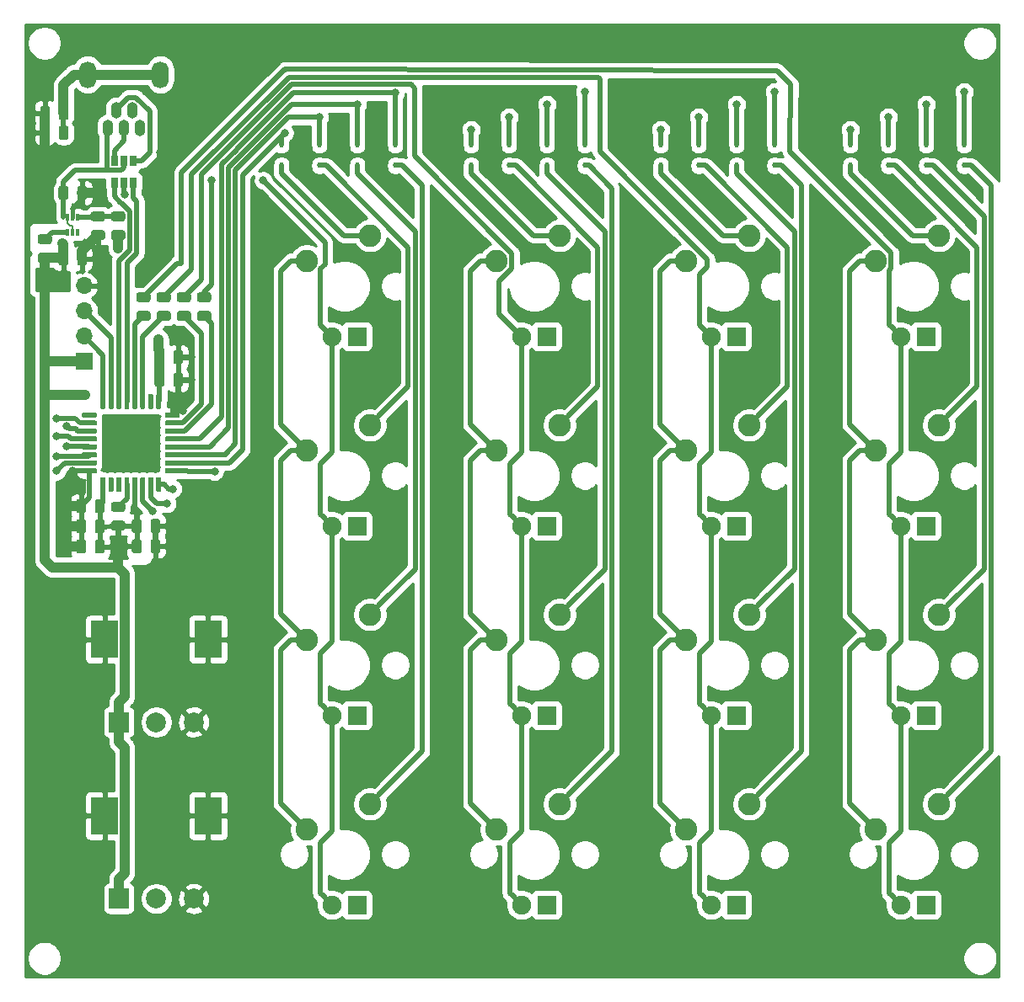
<source format=gbr>
G04 #@! TF.GenerationSoftware,KiCad,Pcbnew,5.1.5-52549c5~86~ubuntu18.04.1*
G04 #@! TF.CreationDate,2020-04-23T16:02:32+01:00*
G04 #@! TF.ProjectId,icepad,69636570-6164-42e6-9b69-6361645f7063,rev?*
G04 #@! TF.SameCoordinates,Original*
G04 #@! TF.FileFunction,Copper,L1,Top*
G04 #@! TF.FilePolarity,Positive*
%FSLAX46Y46*%
G04 Gerber Fmt 4.6, Leading zero omitted, Abs format (unit mm)*
G04 Created by KiCad (PCBNEW 5.1.5-52549c5~86~ubuntu18.04.1) date 2020-04-23 16:02:32*
%MOMM*%
%LPD*%
G04 APERTURE LIST*
%ADD10O,1.700000X2.700000*%
%ADD11O,1.100000X1.650000*%
%ADD12R,2.800000X3.800000*%
%ADD13C,2.000000*%
%ADD14R,2.000000X2.000000*%
%ADD15C,0.100000*%
%ADD16R,1.905000X1.905000*%
%ADD17C,1.905000*%
%ADD18C,2.250000*%
%ADD19R,0.400000X0.700000*%
%ADD20R,0.650000X1.060000*%
%ADD21O,1.700000X1.700000*%
%ADD22R,1.700000X1.700000*%
%ADD23R,0.450000X0.600000*%
%ADD24C,0.800000*%
%ADD25C,0.500000*%
%ADD26C,0.400000*%
%ADD27C,1.000000*%
%ADD28C,0.200000*%
%ADD29C,0.254000*%
G04 APERTURE END LIST*
D10*
X87350000Y-54150000D03*
X94650000Y-54150000D03*
D11*
X90200000Y-57725000D03*
X91800000Y-57725000D03*
X89400000Y-59475000D03*
X92600000Y-59475000D03*
X91000000Y-59475000D03*
D12*
X99450000Y-128675000D03*
X89050000Y-128675000D03*
D13*
X98000000Y-137000000D03*
X94250000Y-137000000D03*
D14*
X90500000Y-137000000D03*
D12*
X99450000Y-110925000D03*
X89050000Y-110925000D03*
D13*
X98000000Y-119250000D03*
X94250000Y-119250000D03*
D14*
X90500000Y-119250000D03*
G04 #@! TA.AperFunction,SMDPad,CuDef*
D15*
G36*
X93444142Y-76046174D02*
G01*
X93467803Y-76049684D01*
X93491007Y-76055496D01*
X93513529Y-76063554D01*
X93535153Y-76073782D01*
X93555670Y-76086079D01*
X93574883Y-76100329D01*
X93592607Y-76116393D01*
X93608671Y-76134117D01*
X93622921Y-76153330D01*
X93635218Y-76173847D01*
X93645446Y-76195471D01*
X93653504Y-76217993D01*
X93659316Y-76241197D01*
X93662826Y-76264858D01*
X93664000Y-76288750D01*
X93664000Y-76776250D01*
X93662826Y-76800142D01*
X93659316Y-76823803D01*
X93653504Y-76847007D01*
X93645446Y-76869529D01*
X93635218Y-76891153D01*
X93622921Y-76911670D01*
X93608671Y-76930883D01*
X93592607Y-76948607D01*
X93574883Y-76964671D01*
X93555670Y-76978921D01*
X93535153Y-76991218D01*
X93513529Y-77001446D01*
X93491007Y-77009504D01*
X93467803Y-77015316D01*
X93444142Y-77018826D01*
X93420250Y-77020000D01*
X92507750Y-77020000D01*
X92483858Y-77018826D01*
X92460197Y-77015316D01*
X92436993Y-77009504D01*
X92414471Y-77001446D01*
X92392847Y-76991218D01*
X92372330Y-76978921D01*
X92353117Y-76964671D01*
X92335393Y-76948607D01*
X92319329Y-76930883D01*
X92305079Y-76911670D01*
X92292782Y-76891153D01*
X92282554Y-76869529D01*
X92274496Y-76847007D01*
X92268684Y-76823803D01*
X92265174Y-76800142D01*
X92264000Y-76776250D01*
X92264000Y-76288750D01*
X92265174Y-76264858D01*
X92268684Y-76241197D01*
X92274496Y-76217993D01*
X92282554Y-76195471D01*
X92292782Y-76173847D01*
X92305079Y-76153330D01*
X92319329Y-76134117D01*
X92335393Y-76116393D01*
X92353117Y-76100329D01*
X92372330Y-76086079D01*
X92392847Y-76073782D01*
X92414471Y-76063554D01*
X92436993Y-76055496D01*
X92460197Y-76049684D01*
X92483858Y-76046174D01*
X92507750Y-76045000D01*
X93420250Y-76045000D01*
X93444142Y-76046174D01*
G37*
G04 #@! TD.AperFunction*
G04 #@! TA.AperFunction,SMDPad,CuDef*
G36*
X93444142Y-77921174D02*
G01*
X93467803Y-77924684D01*
X93491007Y-77930496D01*
X93513529Y-77938554D01*
X93535153Y-77948782D01*
X93555670Y-77961079D01*
X93574883Y-77975329D01*
X93592607Y-77991393D01*
X93608671Y-78009117D01*
X93622921Y-78028330D01*
X93635218Y-78048847D01*
X93645446Y-78070471D01*
X93653504Y-78092993D01*
X93659316Y-78116197D01*
X93662826Y-78139858D01*
X93664000Y-78163750D01*
X93664000Y-78651250D01*
X93662826Y-78675142D01*
X93659316Y-78698803D01*
X93653504Y-78722007D01*
X93645446Y-78744529D01*
X93635218Y-78766153D01*
X93622921Y-78786670D01*
X93608671Y-78805883D01*
X93592607Y-78823607D01*
X93574883Y-78839671D01*
X93555670Y-78853921D01*
X93535153Y-78866218D01*
X93513529Y-78876446D01*
X93491007Y-78884504D01*
X93467803Y-78890316D01*
X93444142Y-78893826D01*
X93420250Y-78895000D01*
X92507750Y-78895000D01*
X92483858Y-78893826D01*
X92460197Y-78890316D01*
X92436993Y-78884504D01*
X92414471Y-78876446D01*
X92392847Y-78866218D01*
X92372330Y-78853921D01*
X92353117Y-78839671D01*
X92335393Y-78823607D01*
X92319329Y-78805883D01*
X92305079Y-78786670D01*
X92292782Y-78766153D01*
X92282554Y-78744529D01*
X92274496Y-78722007D01*
X92268684Y-78698803D01*
X92265174Y-78675142D01*
X92264000Y-78651250D01*
X92264000Y-78163750D01*
X92265174Y-78139858D01*
X92268684Y-78116197D01*
X92274496Y-78092993D01*
X92282554Y-78070471D01*
X92292782Y-78048847D01*
X92305079Y-78028330D01*
X92319329Y-78009117D01*
X92335393Y-77991393D01*
X92353117Y-77975329D01*
X92372330Y-77961079D01*
X92392847Y-77948782D01*
X92414471Y-77938554D01*
X92436993Y-77930496D01*
X92460197Y-77924684D01*
X92483858Y-77921174D01*
X92507750Y-77920000D01*
X93420250Y-77920000D01*
X93444142Y-77921174D01*
G37*
G04 #@! TD.AperFunction*
G04 #@! TA.AperFunction,SMDPad,CuDef*
G36*
X95476142Y-76046174D02*
G01*
X95499803Y-76049684D01*
X95523007Y-76055496D01*
X95545529Y-76063554D01*
X95567153Y-76073782D01*
X95587670Y-76086079D01*
X95606883Y-76100329D01*
X95624607Y-76116393D01*
X95640671Y-76134117D01*
X95654921Y-76153330D01*
X95667218Y-76173847D01*
X95677446Y-76195471D01*
X95685504Y-76217993D01*
X95691316Y-76241197D01*
X95694826Y-76264858D01*
X95696000Y-76288750D01*
X95696000Y-76776250D01*
X95694826Y-76800142D01*
X95691316Y-76823803D01*
X95685504Y-76847007D01*
X95677446Y-76869529D01*
X95667218Y-76891153D01*
X95654921Y-76911670D01*
X95640671Y-76930883D01*
X95624607Y-76948607D01*
X95606883Y-76964671D01*
X95587670Y-76978921D01*
X95567153Y-76991218D01*
X95545529Y-77001446D01*
X95523007Y-77009504D01*
X95499803Y-77015316D01*
X95476142Y-77018826D01*
X95452250Y-77020000D01*
X94539750Y-77020000D01*
X94515858Y-77018826D01*
X94492197Y-77015316D01*
X94468993Y-77009504D01*
X94446471Y-77001446D01*
X94424847Y-76991218D01*
X94404330Y-76978921D01*
X94385117Y-76964671D01*
X94367393Y-76948607D01*
X94351329Y-76930883D01*
X94337079Y-76911670D01*
X94324782Y-76891153D01*
X94314554Y-76869529D01*
X94306496Y-76847007D01*
X94300684Y-76823803D01*
X94297174Y-76800142D01*
X94296000Y-76776250D01*
X94296000Y-76288750D01*
X94297174Y-76264858D01*
X94300684Y-76241197D01*
X94306496Y-76217993D01*
X94314554Y-76195471D01*
X94324782Y-76173847D01*
X94337079Y-76153330D01*
X94351329Y-76134117D01*
X94367393Y-76116393D01*
X94385117Y-76100329D01*
X94404330Y-76086079D01*
X94424847Y-76073782D01*
X94446471Y-76063554D01*
X94468993Y-76055496D01*
X94492197Y-76049684D01*
X94515858Y-76046174D01*
X94539750Y-76045000D01*
X95452250Y-76045000D01*
X95476142Y-76046174D01*
G37*
G04 #@! TD.AperFunction*
G04 #@! TA.AperFunction,SMDPad,CuDef*
G36*
X95476142Y-77921174D02*
G01*
X95499803Y-77924684D01*
X95523007Y-77930496D01*
X95545529Y-77938554D01*
X95567153Y-77948782D01*
X95587670Y-77961079D01*
X95606883Y-77975329D01*
X95624607Y-77991393D01*
X95640671Y-78009117D01*
X95654921Y-78028330D01*
X95667218Y-78048847D01*
X95677446Y-78070471D01*
X95685504Y-78092993D01*
X95691316Y-78116197D01*
X95694826Y-78139858D01*
X95696000Y-78163750D01*
X95696000Y-78651250D01*
X95694826Y-78675142D01*
X95691316Y-78698803D01*
X95685504Y-78722007D01*
X95677446Y-78744529D01*
X95667218Y-78766153D01*
X95654921Y-78786670D01*
X95640671Y-78805883D01*
X95624607Y-78823607D01*
X95606883Y-78839671D01*
X95587670Y-78853921D01*
X95567153Y-78866218D01*
X95545529Y-78876446D01*
X95523007Y-78884504D01*
X95499803Y-78890316D01*
X95476142Y-78893826D01*
X95452250Y-78895000D01*
X94539750Y-78895000D01*
X94515858Y-78893826D01*
X94492197Y-78890316D01*
X94468993Y-78884504D01*
X94446471Y-78876446D01*
X94424847Y-78866218D01*
X94404330Y-78853921D01*
X94385117Y-78839671D01*
X94367393Y-78823607D01*
X94351329Y-78805883D01*
X94337079Y-78786670D01*
X94324782Y-78766153D01*
X94314554Y-78744529D01*
X94306496Y-78722007D01*
X94300684Y-78698803D01*
X94297174Y-78675142D01*
X94296000Y-78651250D01*
X94296000Y-78163750D01*
X94297174Y-78139858D01*
X94300684Y-78116197D01*
X94306496Y-78092993D01*
X94314554Y-78070471D01*
X94324782Y-78048847D01*
X94337079Y-78028330D01*
X94351329Y-78009117D01*
X94367393Y-77991393D01*
X94385117Y-77975329D01*
X94404330Y-77961079D01*
X94424847Y-77948782D01*
X94446471Y-77938554D01*
X94468993Y-77930496D01*
X94492197Y-77924684D01*
X94515858Y-77921174D01*
X94539750Y-77920000D01*
X95452250Y-77920000D01*
X95476142Y-77921174D01*
G37*
G04 #@! TD.AperFunction*
G04 #@! TA.AperFunction,SMDPad,CuDef*
G36*
X97508142Y-76046174D02*
G01*
X97531803Y-76049684D01*
X97555007Y-76055496D01*
X97577529Y-76063554D01*
X97599153Y-76073782D01*
X97619670Y-76086079D01*
X97638883Y-76100329D01*
X97656607Y-76116393D01*
X97672671Y-76134117D01*
X97686921Y-76153330D01*
X97699218Y-76173847D01*
X97709446Y-76195471D01*
X97717504Y-76217993D01*
X97723316Y-76241197D01*
X97726826Y-76264858D01*
X97728000Y-76288750D01*
X97728000Y-76776250D01*
X97726826Y-76800142D01*
X97723316Y-76823803D01*
X97717504Y-76847007D01*
X97709446Y-76869529D01*
X97699218Y-76891153D01*
X97686921Y-76911670D01*
X97672671Y-76930883D01*
X97656607Y-76948607D01*
X97638883Y-76964671D01*
X97619670Y-76978921D01*
X97599153Y-76991218D01*
X97577529Y-77001446D01*
X97555007Y-77009504D01*
X97531803Y-77015316D01*
X97508142Y-77018826D01*
X97484250Y-77020000D01*
X96571750Y-77020000D01*
X96547858Y-77018826D01*
X96524197Y-77015316D01*
X96500993Y-77009504D01*
X96478471Y-77001446D01*
X96456847Y-76991218D01*
X96436330Y-76978921D01*
X96417117Y-76964671D01*
X96399393Y-76948607D01*
X96383329Y-76930883D01*
X96369079Y-76911670D01*
X96356782Y-76891153D01*
X96346554Y-76869529D01*
X96338496Y-76847007D01*
X96332684Y-76823803D01*
X96329174Y-76800142D01*
X96328000Y-76776250D01*
X96328000Y-76288750D01*
X96329174Y-76264858D01*
X96332684Y-76241197D01*
X96338496Y-76217993D01*
X96346554Y-76195471D01*
X96356782Y-76173847D01*
X96369079Y-76153330D01*
X96383329Y-76134117D01*
X96399393Y-76116393D01*
X96417117Y-76100329D01*
X96436330Y-76086079D01*
X96456847Y-76073782D01*
X96478471Y-76063554D01*
X96500993Y-76055496D01*
X96524197Y-76049684D01*
X96547858Y-76046174D01*
X96571750Y-76045000D01*
X97484250Y-76045000D01*
X97508142Y-76046174D01*
G37*
G04 #@! TD.AperFunction*
G04 #@! TA.AperFunction,SMDPad,CuDef*
G36*
X97508142Y-77921174D02*
G01*
X97531803Y-77924684D01*
X97555007Y-77930496D01*
X97577529Y-77938554D01*
X97599153Y-77948782D01*
X97619670Y-77961079D01*
X97638883Y-77975329D01*
X97656607Y-77991393D01*
X97672671Y-78009117D01*
X97686921Y-78028330D01*
X97699218Y-78048847D01*
X97709446Y-78070471D01*
X97717504Y-78092993D01*
X97723316Y-78116197D01*
X97726826Y-78139858D01*
X97728000Y-78163750D01*
X97728000Y-78651250D01*
X97726826Y-78675142D01*
X97723316Y-78698803D01*
X97717504Y-78722007D01*
X97709446Y-78744529D01*
X97699218Y-78766153D01*
X97686921Y-78786670D01*
X97672671Y-78805883D01*
X97656607Y-78823607D01*
X97638883Y-78839671D01*
X97619670Y-78853921D01*
X97599153Y-78866218D01*
X97577529Y-78876446D01*
X97555007Y-78884504D01*
X97531803Y-78890316D01*
X97508142Y-78893826D01*
X97484250Y-78895000D01*
X96571750Y-78895000D01*
X96547858Y-78893826D01*
X96524197Y-78890316D01*
X96500993Y-78884504D01*
X96478471Y-78876446D01*
X96456847Y-78866218D01*
X96436330Y-78853921D01*
X96417117Y-78839671D01*
X96399393Y-78823607D01*
X96383329Y-78805883D01*
X96369079Y-78786670D01*
X96356782Y-78766153D01*
X96346554Y-78744529D01*
X96338496Y-78722007D01*
X96332684Y-78698803D01*
X96329174Y-78675142D01*
X96328000Y-78651250D01*
X96328000Y-78163750D01*
X96329174Y-78139858D01*
X96332684Y-78116197D01*
X96338496Y-78092993D01*
X96346554Y-78070471D01*
X96356782Y-78048847D01*
X96369079Y-78028330D01*
X96383329Y-78009117D01*
X96399393Y-77991393D01*
X96417117Y-77975329D01*
X96436330Y-77961079D01*
X96456847Y-77948782D01*
X96478471Y-77938554D01*
X96500993Y-77930496D01*
X96524197Y-77924684D01*
X96547858Y-77921174D01*
X96571750Y-77920000D01*
X97484250Y-77920000D01*
X97508142Y-77921174D01*
G37*
G04 #@! TD.AperFunction*
G04 #@! TA.AperFunction,SMDPad,CuDef*
G36*
X99540142Y-76046174D02*
G01*
X99563803Y-76049684D01*
X99587007Y-76055496D01*
X99609529Y-76063554D01*
X99631153Y-76073782D01*
X99651670Y-76086079D01*
X99670883Y-76100329D01*
X99688607Y-76116393D01*
X99704671Y-76134117D01*
X99718921Y-76153330D01*
X99731218Y-76173847D01*
X99741446Y-76195471D01*
X99749504Y-76217993D01*
X99755316Y-76241197D01*
X99758826Y-76264858D01*
X99760000Y-76288750D01*
X99760000Y-76776250D01*
X99758826Y-76800142D01*
X99755316Y-76823803D01*
X99749504Y-76847007D01*
X99741446Y-76869529D01*
X99731218Y-76891153D01*
X99718921Y-76911670D01*
X99704671Y-76930883D01*
X99688607Y-76948607D01*
X99670883Y-76964671D01*
X99651670Y-76978921D01*
X99631153Y-76991218D01*
X99609529Y-77001446D01*
X99587007Y-77009504D01*
X99563803Y-77015316D01*
X99540142Y-77018826D01*
X99516250Y-77020000D01*
X98603750Y-77020000D01*
X98579858Y-77018826D01*
X98556197Y-77015316D01*
X98532993Y-77009504D01*
X98510471Y-77001446D01*
X98488847Y-76991218D01*
X98468330Y-76978921D01*
X98449117Y-76964671D01*
X98431393Y-76948607D01*
X98415329Y-76930883D01*
X98401079Y-76911670D01*
X98388782Y-76891153D01*
X98378554Y-76869529D01*
X98370496Y-76847007D01*
X98364684Y-76823803D01*
X98361174Y-76800142D01*
X98360000Y-76776250D01*
X98360000Y-76288750D01*
X98361174Y-76264858D01*
X98364684Y-76241197D01*
X98370496Y-76217993D01*
X98378554Y-76195471D01*
X98388782Y-76173847D01*
X98401079Y-76153330D01*
X98415329Y-76134117D01*
X98431393Y-76116393D01*
X98449117Y-76100329D01*
X98468330Y-76086079D01*
X98488847Y-76073782D01*
X98510471Y-76063554D01*
X98532993Y-76055496D01*
X98556197Y-76049684D01*
X98579858Y-76046174D01*
X98603750Y-76045000D01*
X99516250Y-76045000D01*
X99540142Y-76046174D01*
G37*
G04 #@! TD.AperFunction*
G04 #@! TA.AperFunction,SMDPad,CuDef*
G36*
X99540142Y-77921174D02*
G01*
X99563803Y-77924684D01*
X99587007Y-77930496D01*
X99609529Y-77938554D01*
X99631153Y-77948782D01*
X99651670Y-77961079D01*
X99670883Y-77975329D01*
X99688607Y-77991393D01*
X99704671Y-78009117D01*
X99718921Y-78028330D01*
X99731218Y-78048847D01*
X99741446Y-78070471D01*
X99749504Y-78092993D01*
X99755316Y-78116197D01*
X99758826Y-78139858D01*
X99760000Y-78163750D01*
X99760000Y-78651250D01*
X99758826Y-78675142D01*
X99755316Y-78698803D01*
X99749504Y-78722007D01*
X99741446Y-78744529D01*
X99731218Y-78766153D01*
X99718921Y-78786670D01*
X99704671Y-78805883D01*
X99688607Y-78823607D01*
X99670883Y-78839671D01*
X99651670Y-78853921D01*
X99631153Y-78866218D01*
X99609529Y-78876446D01*
X99587007Y-78884504D01*
X99563803Y-78890316D01*
X99540142Y-78893826D01*
X99516250Y-78895000D01*
X98603750Y-78895000D01*
X98579858Y-78893826D01*
X98556197Y-78890316D01*
X98532993Y-78884504D01*
X98510471Y-78876446D01*
X98488847Y-78866218D01*
X98468330Y-78853921D01*
X98449117Y-78839671D01*
X98431393Y-78823607D01*
X98415329Y-78805883D01*
X98401079Y-78786670D01*
X98388782Y-78766153D01*
X98378554Y-78744529D01*
X98370496Y-78722007D01*
X98364684Y-78698803D01*
X98361174Y-78675142D01*
X98360000Y-78651250D01*
X98360000Y-78163750D01*
X98361174Y-78139858D01*
X98364684Y-78116197D01*
X98370496Y-78092993D01*
X98378554Y-78070471D01*
X98388782Y-78048847D01*
X98401079Y-78028330D01*
X98415329Y-78009117D01*
X98431393Y-77991393D01*
X98449117Y-77975329D01*
X98468330Y-77961079D01*
X98488847Y-77948782D01*
X98510471Y-77938554D01*
X98532993Y-77930496D01*
X98556197Y-77924684D01*
X98579858Y-77921174D01*
X98603750Y-77920000D01*
X99516250Y-77920000D01*
X99540142Y-77921174D01*
G37*
G04 #@! TD.AperFunction*
G04 #@! TA.AperFunction,SMDPad,CuDef*
G36*
X90904142Y-99003174D02*
G01*
X90927803Y-99006684D01*
X90951007Y-99012496D01*
X90973529Y-99020554D01*
X90995153Y-99030782D01*
X91015670Y-99043079D01*
X91034883Y-99057329D01*
X91052607Y-99073393D01*
X91068671Y-99091117D01*
X91082921Y-99110330D01*
X91095218Y-99130847D01*
X91105446Y-99152471D01*
X91113504Y-99174993D01*
X91119316Y-99198197D01*
X91122826Y-99221858D01*
X91124000Y-99245750D01*
X91124000Y-99733250D01*
X91122826Y-99757142D01*
X91119316Y-99780803D01*
X91113504Y-99804007D01*
X91105446Y-99826529D01*
X91095218Y-99848153D01*
X91082921Y-99868670D01*
X91068671Y-99887883D01*
X91052607Y-99905607D01*
X91034883Y-99921671D01*
X91015670Y-99935921D01*
X90995153Y-99948218D01*
X90973529Y-99958446D01*
X90951007Y-99966504D01*
X90927803Y-99972316D01*
X90904142Y-99975826D01*
X90880250Y-99977000D01*
X89967750Y-99977000D01*
X89943858Y-99975826D01*
X89920197Y-99972316D01*
X89896993Y-99966504D01*
X89874471Y-99958446D01*
X89852847Y-99948218D01*
X89832330Y-99935921D01*
X89813117Y-99921671D01*
X89795393Y-99905607D01*
X89779329Y-99887883D01*
X89765079Y-99868670D01*
X89752782Y-99848153D01*
X89742554Y-99826529D01*
X89734496Y-99804007D01*
X89728684Y-99780803D01*
X89725174Y-99757142D01*
X89724000Y-99733250D01*
X89724000Y-99245750D01*
X89725174Y-99221858D01*
X89728684Y-99198197D01*
X89734496Y-99174993D01*
X89742554Y-99152471D01*
X89752782Y-99130847D01*
X89765079Y-99110330D01*
X89779329Y-99091117D01*
X89795393Y-99073393D01*
X89813117Y-99057329D01*
X89832330Y-99043079D01*
X89852847Y-99030782D01*
X89874471Y-99020554D01*
X89896993Y-99012496D01*
X89920197Y-99006684D01*
X89943858Y-99003174D01*
X89967750Y-99002000D01*
X90880250Y-99002000D01*
X90904142Y-99003174D01*
G37*
G04 #@! TD.AperFunction*
G04 #@! TA.AperFunction,SMDPad,CuDef*
G36*
X90904142Y-97128174D02*
G01*
X90927803Y-97131684D01*
X90951007Y-97137496D01*
X90973529Y-97145554D01*
X90995153Y-97155782D01*
X91015670Y-97168079D01*
X91034883Y-97182329D01*
X91052607Y-97198393D01*
X91068671Y-97216117D01*
X91082921Y-97235330D01*
X91095218Y-97255847D01*
X91105446Y-97277471D01*
X91113504Y-97299993D01*
X91119316Y-97323197D01*
X91122826Y-97346858D01*
X91124000Y-97370750D01*
X91124000Y-97858250D01*
X91122826Y-97882142D01*
X91119316Y-97905803D01*
X91113504Y-97929007D01*
X91105446Y-97951529D01*
X91095218Y-97973153D01*
X91082921Y-97993670D01*
X91068671Y-98012883D01*
X91052607Y-98030607D01*
X91034883Y-98046671D01*
X91015670Y-98060921D01*
X90995153Y-98073218D01*
X90973529Y-98083446D01*
X90951007Y-98091504D01*
X90927803Y-98097316D01*
X90904142Y-98100826D01*
X90880250Y-98102000D01*
X89967750Y-98102000D01*
X89943858Y-98100826D01*
X89920197Y-98097316D01*
X89896993Y-98091504D01*
X89874471Y-98083446D01*
X89852847Y-98073218D01*
X89832330Y-98060921D01*
X89813117Y-98046671D01*
X89795393Y-98030607D01*
X89779329Y-98012883D01*
X89765079Y-97993670D01*
X89752782Y-97973153D01*
X89742554Y-97951529D01*
X89734496Y-97929007D01*
X89728684Y-97905803D01*
X89725174Y-97882142D01*
X89724000Y-97858250D01*
X89724000Y-97370750D01*
X89725174Y-97346858D01*
X89728684Y-97323197D01*
X89734496Y-97299993D01*
X89742554Y-97277471D01*
X89752782Y-97255847D01*
X89765079Y-97235330D01*
X89779329Y-97216117D01*
X89795393Y-97198393D01*
X89813117Y-97182329D01*
X89832330Y-97168079D01*
X89852847Y-97155782D01*
X89874471Y-97145554D01*
X89896993Y-97137496D01*
X89920197Y-97131684D01*
X89943858Y-97128174D01*
X89967750Y-97127000D01*
X90880250Y-97127000D01*
X90904142Y-97128174D01*
G37*
G04 #@! TD.AperFunction*
G04 #@! TA.AperFunction,SMDPad,CuDef*
G36*
X85205142Y-57301174D02*
G01*
X85228803Y-57304684D01*
X85252007Y-57310496D01*
X85274529Y-57318554D01*
X85296153Y-57328782D01*
X85316670Y-57341079D01*
X85335883Y-57355329D01*
X85353607Y-57371393D01*
X85369671Y-57389117D01*
X85383921Y-57408330D01*
X85396218Y-57428847D01*
X85406446Y-57450471D01*
X85414504Y-57472993D01*
X85420316Y-57496197D01*
X85423826Y-57519858D01*
X85425000Y-57543750D01*
X85425000Y-58456250D01*
X85423826Y-58480142D01*
X85420316Y-58503803D01*
X85414504Y-58527007D01*
X85406446Y-58549529D01*
X85396218Y-58571153D01*
X85383921Y-58591670D01*
X85369671Y-58610883D01*
X85353607Y-58628607D01*
X85335883Y-58644671D01*
X85316670Y-58658921D01*
X85296153Y-58671218D01*
X85274529Y-58681446D01*
X85252007Y-58689504D01*
X85228803Y-58695316D01*
X85205142Y-58698826D01*
X85181250Y-58700000D01*
X84693750Y-58700000D01*
X84669858Y-58698826D01*
X84646197Y-58695316D01*
X84622993Y-58689504D01*
X84600471Y-58681446D01*
X84578847Y-58671218D01*
X84558330Y-58658921D01*
X84539117Y-58644671D01*
X84521393Y-58628607D01*
X84505329Y-58610883D01*
X84491079Y-58591670D01*
X84478782Y-58571153D01*
X84468554Y-58549529D01*
X84460496Y-58527007D01*
X84454684Y-58503803D01*
X84451174Y-58480142D01*
X84450000Y-58456250D01*
X84450000Y-57543750D01*
X84451174Y-57519858D01*
X84454684Y-57496197D01*
X84460496Y-57472993D01*
X84468554Y-57450471D01*
X84478782Y-57428847D01*
X84491079Y-57408330D01*
X84505329Y-57389117D01*
X84521393Y-57371393D01*
X84539117Y-57355329D01*
X84558330Y-57341079D01*
X84578847Y-57328782D01*
X84600471Y-57318554D01*
X84622993Y-57310496D01*
X84646197Y-57304684D01*
X84669858Y-57301174D01*
X84693750Y-57300000D01*
X85181250Y-57300000D01*
X85205142Y-57301174D01*
G37*
G04 #@! TD.AperFunction*
G04 #@! TA.AperFunction,SMDPad,CuDef*
G36*
X83330142Y-57301174D02*
G01*
X83353803Y-57304684D01*
X83377007Y-57310496D01*
X83399529Y-57318554D01*
X83421153Y-57328782D01*
X83441670Y-57341079D01*
X83460883Y-57355329D01*
X83478607Y-57371393D01*
X83494671Y-57389117D01*
X83508921Y-57408330D01*
X83521218Y-57428847D01*
X83531446Y-57450471D01*
X83539504Y-57472993D01*
X83545316Y-57496197D01*
X83548826Y-57519858D01*
X83550000Y-57543750D01*
X83550000Y-58456250D01*
X83548826Y-58480142D01*
X83545316Y-58503803D01*
X83539504Y-58527007D01*
X83531446Y-58549529D01*
X83521218Y-58571153D01*
X83508921Y-58591670D01*
X83494671Y-58610883D01*
X83478607Y-58628607D01*
X83460883Y-58644671D01*
X83441670Y-58658921D01*
X83421153Y-58671218D01*
X83399529Y-58681446D01*
X83377007Y-58689504D01*
X83353803Y-58695316D01*
X83330142Y-58698826D01*
X83306250Y-58700000D01*
X82818750Y-58700000D01*
X82794858Y-58698826D01*
X82771197Y-58695316D01*
X82747993Y-58689504D01*
X82725471Y-58681446D01*
X82703847Y-58671218D01*
X82683330Y-58658921D01*
X82664117Y-58644671D01*
X82646393Y-58628607D01*
X82630329Y-58610883D01*
X82616079Y-58591670D01*
X82603782Y-58571153D01*
X82593554Y-58549529D01*
X82585496Y-58527007D01*
X82579684Y-58503803D01*
X82576174Y-58480142D01*
X82575000Y-58456250D01*
X82575000Y-57543750D01*
X82576174Y-57519858D01*
X82579684Y-57496197D01*
X82585496Y-57472993D01*
X82593554Y-57450471D01*
X82603782Y-57428847D01*
X82616079Y-57408330D01*
X82630329Y-57389117D01*
X82646393Y-57371393D01*
X82664117Y-57355329D01*
X82683330Y-57341079D01*
X82703847Y-57328782D01*
X82725471Y-57318554D01*
X82747993Y-57310496D01*
X82771197Y-57304684D01*
X82794858Y-57301174D01*
X82818750Y-57300000D01*
X83306250Y-57300000D01*
X83330142Y-57301174D01*
G37*
G04 #@! TD.AperFunction*
G04 #@! TA.AperFunction,SMDPad,CuDef*
G36*
X87057142Y-71945174D02*
G01*
X87080803Y-71948684D01*
X87104007Y-71954496D01*
X87126529Y-71962554D01*
X87148153Y-71972782D01*
X87168670Y-71985079D01*
X87187883Y-71999329D01*
X87205607Y-72015393D01*
X87221671Y-72033117D01*
X87235921Y-72052330D01*
X87248218Y-72072847D01*
X87258446Y-72094471D01*
X87266504Y-72116993D01*
X87272316Y-72140197D01*
X87275826Y-72163858D01*
X87277000Y-72187750D01*
X87277000Y-73100250D01*
X87275826Y-73124142D01*
X87272316Y-73147803D01*
X87266504Y-73171007D01*
X87258446Y-73193529D01*
X87248218Y-73215153D01*
X87235921Y-73235670D01*
X87221671Y-73254883D01*
X87205607Y-73272607D01*
X87187883Y-73288671D01*
X87168670Y-73302921D01*
X87148153Y-73315218D01*
X87126529Y-73325446D01*
X87104007Y-73333504D01*
X87080803Y-73339316D01*
X87057142Y-73342826D01*
X87033250Y-73344000D01*
X86545750Y-73344000D01*
X86521858Y-73342826D01*
X86498197Y-73339316D01*
X86474993Y-73333504D01*
X86452471Y-73325446D01*
X86430847Y-73315218D01*
X86410330Y-73302921D01*
X86391117Y-73288671D01*
X86373393Y-73272607D01*
X86357329Y-73254883D01*
X86343079Y-73235670D01*
X86330782Y-73215153D01*
X86320554Y-73193529D01*
X86312496Y-73171007D01*
X86306684Y-73147803D01*
X86303174Y-73124142D01*
X86302000Y-73100250D01*
X86302000Y-72187750D01*
X86303174Y-72163858D01*
X86306684Y-72140197D01*
X86312496Y-72116993D01*
X86320554Y-72094471D01*
X86330782Y-72072847D01*
X86343079Y-72052330D01*
X86357329Y-72033117D01*
X86373393Y-72015393D01*
X86391117Y-71999329D01*
X86410330Y-71985079D01*
X86430847Y-71972782D01*
X86452471Y-71962554D01*
X86474993Y-71954496D01*
X86498197Y-71948684D01*
X86521858Y-71945174D01*
X86545750Y-71944000D01*
X87033250Y-71944000D01*
X87057142Y-71945174D01*
G37*
G04 #@! TD.AperFunction*
G04 #@! TA.AperFunction,SMDPad,CuDef*
G36*
X85182142Y-71945174D02*
G01*
X85205803Y-71948684D01*
X85229007Y-71954496D01*
X85251529Y-71962554D01*
X85273153Y-71972782D01*
X85293670Y-71985079D01*
X85312883Y-71999329D01*
X85330607Y-72015393D01*
X85346671Y-72033117D01*
X85360921Y-72052330D01*
X85373218Y-72072847D01*
X85383446Y-72094471D01*
X85391504Y-72116993D01*
X85397316Y-72140197D01*
X85400826Y-72163858D01*
X85402000Y-72187750D01*
X85402000Y-73100250D01*
X85400826Y-73124142D01*
X85397316Y-73147803D01*
X85391504Y-73171007D01*
X85383446Y-73193529D01*
X85373218Y-73215153D01*
X85360921Y-73235670D01*
X85346671Y-73254883D01*
X85330607Y-73272607D01*
X85312883Y-73288671D01*
X85293670Y-73302921D01*
X85273153Y-73315218D01*
X85251529Y-73325446D01*
X85229007Y-73333504D01*
X85205803Y-73339316D01*
X85182142Y-73342826D01*
X85158250Y-73344000D01*
X84670750Y-73344000D01*
X84646858Y-73342826D01*
X84623197Y-73339316D01*
X84599993Y-73333504D01*
X84577471Y-73325446D01*
X84555847Y-73315218D01*
X84535330Y-73302921D01*
X84516117Y-73288671D01*
X84498393Y-73272607D01*
X84482329Y-73254883D01*
X84468079Y-73235670D01*
X84455782Y-73215153D01*
X84445554Y-73193529D01*
X84437496Y-73171007D01*
X84431684Y-73147803D01*
X84428174Y-73124142D01*
X84427000Y-73100250D01*
X84427000Y-72187750D01*
X84428174Y-72163858D01*
X84431684Y-72140197D01*
X84437496Y-72116993D01*
X84445554Y-72094471D01*
X84455782Y-72072847D01*
X84468079Y-72052330D01*
X84482329Y-72033117D01*
X84498393Y-72015393D01*
X84516117Y-71999329D01*
X84535330Y-71985079D01*
X84555847Y-71972782D01*
X84577471Y-71962554D01*
X84599993Y-71954496D01*
X84623197Y-71948684D01*
X84646858Y-71945174D01*
X84670750Y-71944000D01*
X85158250Y-71944000D01*
X85182142Y-71945174D01*
G37*
G04 #@! TD.AperFunction*
G04 #@! TA.AperFunction,SMDPad,CuDef*
G36*
X87057142Y-65341174D02*
G01*
X87080803Y-65344684D01*
X87104007Y-65350496D01*
X87126529Y-65358554D01*
X87148153Y-65368782D01*
X87168670Y-65381079D01*
X87187883Y-65395329D01*
X87205607Y-65411393D01*
X87221671Y-65429117D01*
X87235921Y-65448330D01*
X87248218Y-65468847D01*
X87258446Y-65490471D01*
X87266504Y-65512993D01*
X87272316Y-65536197D01*
X87275826Y-65559858D01*
X87277000Y-65583750D01*
X87277000Y-66496250D01*
X87275826Y-66520142D01*
X87272316Y-66543803D01*
X87266504Y-66567007D01*
X87258446Y-66589529D01*
X87248218Y-66611153D01*
X87235921Y-66631670D01*
X87221671Y-66650883D01*
X87205607Y-66668607D01*
X87187883Y-66684671D01*
X87168670Y-66698921D01*
X87148153Y-66711218D01*
X87126529Y-66721446D01*
X87104007Y-66729504D01*
X87080803Y-66735316D01*
X87057142Y-66738826D01*
X87033250Y-66740000D01*
X86545750Y-66740000D01*
X86521858Y-66738826D01*
X86498197Y-66735316D01*
X86474993Y-66729504D01*
X86452471Y-66721446D01*
X86430847Y-66711218D01*
X86410330Y-66698921D01*
X86391117Y-66684671D01*
X86373393Y-66668607D01*
X86357329Y-66650883D01*
X86343079Y-66631670D01*
X86330782Y-66611153D01*
X86320554Y-66589529D01*
X86312496Y-66567007D01*
X86306684Y-66543803D01*
X86303174Y-66520142D01*
X86302000Y-66496250D01*
X86302000Y-65583750D01*
X86303174Y-65559858D01*
X86306684Y-65536197D01*
X86312496Y-65512993D01*
X86320554Y-65490471D01*
X86330782Y-65468847D01*
X86343079Y-65448330D01*
X86357329Y-65429117D01*
X86373393Y-65411393D01*
X86391117Y-65395329D01*
X86410330Y-65381079D01*
X86430847Y-65368782D01*
X86452471Y-65358554D01*
X86474993Y-65350496D01*
X86498197Y-65344684D01*
X86521858Y-65341174D01*
X86545750Y-65340000D01*
X87033250Y-65340000D01*
X87057142Y-65341174D01*
G37*
G04 #@! TD.AperFunction*
G04 #@! TA.AperFunction,SMDPad,CuDef*
G36*
X85182142Y-65341174D02*
G01*
X85205803Y-65344684D01*
X85229007Y-65350496D01*
X85251529Y-65358554D01*
X85273153Y-65368782D01*
X85293670Y-65381079D01*
X85312883Y-65395329D01*
X85330607Y-65411393D01*
X85346671Y-65429117D01*
X85360921Y-65448330D01*
X85373218Y-65468847D01*
X85383446Y-65490471D01*
X85391504Y-65512993D01*
X85397316Y-65536197D01*
X85400826Y-65559858D01*
X85402000Y-65583750D01*
X85402000Y-66496250D01*
X85400826Y-66520142D01*
X85397316Y-66543803D01*
X85391504Y-66567007D01*
X85383446Y-66589529D01*
X85373218Y-66611153D01*
X85360921Y-66631670D01*
X85346671Y-66650883D01*
X85330607Y-66668607D01*
X85312883Y-66684671D01*
X85293670Y-66698921D01*
X85273153Y-66711218D01*
X85251529Y-66721446D01*
X85229007Y-66729504D01*
X85205803Y-66735316D01*
X85182142Y-66738826D01*
X85158250Y-66740000D01*
X84670750Y-66740000D01*
X84646858Y-66738826D01*
X84623197Y-66735316D01*
X84599993Y-66729504D01*
X84577471Y-66721446D01*
X84555847Y-66711218D01*
X84535330Y-66698921D01*
X84516117Y-66684671D01*
X84498393Y-66668607D01*
X84482329Y-66650883D01*
X84468079Y-66631670D01*
X84455782Y-66611153D01*
X84445554Y-66589529D01*
X84437496Y-66567007D01*
X84431684Y-66543803D01*
X84428174Y-66520142D01*
X84427000Y-66496250D01*
X84427000Y-65583750D01*
X84428174Y-65559858D01*
X84431684Y-65536197D01*
X84437496Y-65512993D01*
X84445554Y-65490471D01*
X84455782Y-65468847D01*
X84468079Y-65448330D01*
X84482329Y-65429117D01*
X84498393Y-65411393D01*
X84516117Y-65395329D01*
X84535330Y-65381079D01*
X84555847Y-65368782D01*
X84577471Y-65358554D01*
X84599993Y-65350496D01*
X84623197Y-65344684D01*
X84646858Y-65341174D01*
X84670750Y-65340000D01*
X85158250Y-65340000D01*
X85182142Y-65341174D01*
G37*
G04 #@! TD.AperFunction*
G04 #@! TA.AperFunction,SMDPad,CuDef*
G36*
X86960142Y-100901174D02*
G01*
X86983803Y-100904684D01*
X87007007Y-100910496D01*
X87029529Y-100918554D01*
X87051153Y-100928782D01*
X87071670Y-100941079D01*
X87090883Y-100955329D01*
X87108607Y-100971393D01*
X87124671Y-100989117D01*
X87138921Y-101008330D01*
X87151218Y-101028847D01*
X87161446Y-101050471D01*
X87169504Y-101072993D01*
X87175316Y-101096197D01*
X87178826Y-101119858D01*
X87180000Y-101143750D01*
X87180000Y-102056250D01*
X87178826Y-102080142D01*
X87175316Y-102103803D01*
X87169504Y-102127007D01*
X87161446Y-102149529D01*
X87151218Y-102171153D01*
X87138921Y-102191670D01*
X87124671Y-102210883D01*
X87108607Y-102228607D01*
X87090883Y-102244671D01*
X87071670Y-102258921D01*
X87051153Y-102271218D01*
X87029529Y-102281446D01*
X87007007Y-102289504D01*
X86983803Y-102295316D01*
X86960142Y-102298826D01*
X86936250Y-102300000D01*
X86448750Y-102300000D01*
X86424858Y-102298826D01*
X86401197Y-102295316D01*
X86377993Y-102289504D01*
X86355471Y-102281446D01*
X86333847Y-102271218D01*
X86313330Y-102258921D01*
X86294117Y-102244671D01*
X86276393Y-102228607D01*
X86260329Y-102210883D01*
X86246079Y-102191670D01*
X86233782Y-102171153D01*
X86223554Y-102149529D01*
X86215496Y-102127007D01*
X86209684Y-102103803D01*
X86206174Y-102080142D01*
X86205000Y-102056250D01*
X86205000Y-101143750D01*
X86206174Y-101119858D01*
X86209684Y-101096197D01*
X86215496Y-101072993D01*
X86223554Y-101050471D01*
X86233782Y-101028847D01*
X86246079Y-101008330D01*
X86260329Y-100989117D01*
X86276393Y-100971393D01*
X86294117Y-100955329D01*
X86313330Y-100941079D01*
X86333847Y-100928782D01*
X86355471Y-100918554D01*
X86377993Y-100910496D01*
X86401197Y-100904684D01*
X86424858Y-100901174D01*
X86448750Y-100900000D01*
X86936250Y-100900000D01*
X86960142Y-100901174D01*
G37*
G04 #@! TD.AperFunction*
G04 #@! TA.AperFunction,SMDPad,CuDef*
G36*
X88835142Y-100901174D02*
G01*
X88858803Y-100904684D01*
X88882007Y-100910496D01*
X88904529Y-100918554D01*
X88926153Y-100928782D01*
X88946670Y-100941079D01*
X88965883Y-100955329D01*
X88983607Y-100971393D01*
X88999671Y-100989117D01*
X89013921Y-101008330D01*
X89026218Y-101028847D01*
X89036446Y-101050471D01*
X89044504Y-101072993D01*
X89050316Y-101096197D01*
X89053826Y-101119858D01*
X89055000Y-101143750D01*
X89055000Y-102056250D01*
X89053826Y-102080142D01*
X89050316Y-102103803D01*
X89044504Y-102127007D01*
X89036446Y-102149529D01*
X89026218Y-102171153D01*
X89013921Y-102191670D01*
X88999671Y-102210883D01*
X88983607Y-102228607D01*
X88965883Y-102244671D01*
X88946670Y-102258921D01*
X88926153Y-102271218D01*
X88904529Y-102281446D01*
X88882007Y-102289504D01*
X88858803Y-102295316D01*
X88835142Y-102298826D01*
X88811250Y-102300000D01*
X88323750Y-102300000D01*
X88299858Y-102298826D01*
X88276197Y-102295316D01*
X88252993Y-102289504D01*
X88230471Y-102281446D01*
X88208847Y-102271218D01*
X88188330Y-102258921D01*
X88169117Y-102244671D01*
X88151393Y-102228607D01*
X88135329Y-102210883D01*
X88121079Y-102191670D01*
X88108782Y-102171153D01*
X88098554Y-102149529D01*
X88090496Y-102127007D01*
X88084684Y-102103803D01*
X88081174Y-102080142D01*
X88080000Y-102056250D01*
X88080000Y-101143750D01*
X88081174Y-101119858D01*
X88084684Y-101096197D01*
X88090496Y-101072993D01*
X88098554Y-101050471D01*
X88108782Y-101028847D01*
X88121079Y-101008330D01*
X88135329Y-100989117D01*
X88151393Y-100971393D01*
X88169117Y-100955329D01*
X88188330Y-100941079D01*
X88208847Y-100928782D01*
X88230471Y-100918554D01*
X88252993Y-100910496D01*
X88276197Y-100904684D01*
X88299858Y-100901174D01*
X88323750Y-100900000D01*
X88811250Y-100900000D01*
X88835142Y-100901174D01*
G37*
G04 #@! TD.AperFunction*
G04 #@! TA.AperFunction,SMDPad,CuDef*
G36*
X96709142Y-84137174D02*
G01*
X96732803Y-84140684D01*
X96756007Y-84146496D01*
X96778529Y-84154554D01*
X96800153Y-84164782D01*
X96820670Y-84177079D01*
X96839883Y-84191329D01*
X96857607Y-84207393D01*
X96873671Y-84225117D01*
X96887921Y-84244330D01*
X96900218Y-84264847D01*
X96910446Y-84286471D01*
X96918504Y-84308993D01*
X96924316Y-84332197D01*
X96927826Y-84355858D01*
X96929000Y-84379750D01*
X96929000Y-85292250D01*
X96927826Y-85316142D01*
X96924316Y-85339803D01*
X96918504Y-85363007D01*
X96910446Y-85385529D01*
X96900218Y-85407153D01*
X96887921Y-85427670D01*
X96873671Y-85446883D01*
X96857607Y-85464607D01*
X96839883Y-85480671D01*
X96820670Y-85494921D01*
X96800153Y-85507218D01*
X96778529Y-85517446D01*
X96756007Y-85525504D01*
X96732803Y-85531316D01*
X96709142Y-85534826D01*
X96685250Y-85536000D01*
X96197750Y-85536000D01*
X96173858Y-85534826D01*
X96150197Y-85531316D01*
X96126993Y-85525504D01*
X96104471Y-85517446D01*
X96082847Y-85507218D01*
X96062330Y-85494921D01*
X96043117Y-85480671D01*
X96025393Y-85464607D01*
X96009329Y-85446883D01*
X95995079Y-85427670D01*
X95982782Y-85407153D01*
X95972554Y-85385529D01*
X95964496Y-85363007D01*
X95958684Y-85339803D01*
X95955174Y-85316142D01*
X95954000Y-85292250D01*
X95954000Y-84379750D01*
X95955174Y-84355858D01*
X95958684Y-84332197D01*
X95964496Y-84308993D01*
X95972554Y-84286471D01*
X95982782Y-84264847D01*
X95995079Y-84244330D01*
X96009329Y-84225117D01*
X96025393Y-84207393D01*
X96043117Y-84191329D01*
X96062330Y-84177079D01*
X96082847Y-84164782D01*
X96104471Y-84154554D01*
X96126993Y-84146496D01*
X96150197Y-84140684D01*
X96173858Y-84137174D01*
X96197750Y-84136000D01*
X96685250Y-84136000D01*
X96709142Y-84137174D01*
G37*
G04 #@! TD.AperFunction*
G04 #@! TA.AperFunction,SMDPad,CuDef*
G36*
X94834142Y-84137174D02*
G01*
X94857803Y-84140684D01*
X94881007Y-84146496D01*
X94903529Y-84154554D01*
X94925153Y-84164782D01*
X94945670Y-84177079D01*
X94964883Y-84191329D01*
X94982607Y-84207393D01*
X94998671Y-84225117D01*
X95012921Y-84244330D01*
X95025218Y-84264847D01*
X95035446Y-84286471D01*
X95043504Y-84308993D01*
X95049316Y-84332197D01*
X95052826Y-84355858D01*
X95054000Y-84379750D01*
X95054000Y-85292250D01*
X95052826Y-85316142D01*
X95049316Y-85339803D01*
X95043504Y-85363007D01*
X95035446Y-85385529D01*
X95025218Y-85407153D01*
X95012921Y-85427670D01*
X94998671Y-85446883D01*
X94982607Y-85464607D01*
X94964883Y-85480671D01*
X94945670Y-85494921D01*
X94925153Y-85507218D01*
X94903529Y-85517446D01*
X94881007Y-85525504D01*
X94857803Y-85531316D01*
X94834142Y-85534826D01*
X94810250Y-85536000D01*
X94322750Y-85536000D01*
X94298858Y-85534826D01*
X94275197Y-85531316D01*
X94251993Y-85525504D01*
X94229471Y-85517446D01*
X94207847Y-85507218D01*
X94187330Y-85494921D01*
X94168117Y-85480671D01*
X94150393Y-85464607D01*
X94134329Y-85446883D01*
X94120079Y-85427670D01*
X94107782Y-85407153D01*
X94097554Y-85385529D01*
X94089496Y-85363007D01*
X94083684Y-85339803D01*
X94080174Y-85316142D01*
X94079000Y-85292250D01*
X94079000Y-84379750D01*
X94080174Y-84355858D01*
X94083684Y-84332197D01*
X94089496Y-84308993D01*
X94097554Y-84286471D01*
X94107782Y-84264847D01*
X94120079Y-84244330D01*
X94134329Y-84225117D01*
X94150393Y-84207393D01*
X94168117Y-84191329D01*
X94187330Y-84177079D01*
X94207847Y-84164782D01*
X94229471Y-84154554D01*
X94251993Y-84146496D01*
X94275197Y-84140684D01*
X94298858Y-84137174D01*
X94322750Y-84136000D01*
X94810250Y-84136000D01*
X94834142Y-84137174D01*
G37*
G04 #@! TD.AperFunction*
G04 #@! TA.AperFunction,SMDPad,CuDef*
G36*
X94423142Y-100869174D02*
G01*
X94446803Y-100872684D01*
X94470007Y-100878496D01*
X94492529Y-100886554D01*
X94514153Y-100896782D01*
X94534670Y-100909079D01*
X94553883Y-100923329D01*
X94571607Y-100939393D01*
X94587671Y-100957117D01*
X94601921Y-100976330D01*
X94614218Y-100996847D01*
X94624446Y-101018471D01*
X94632504Y-101040993D01*
X94638316Y-101064197D01*
X94641826Y-101087858D01*
X94643000Y-101111750D01*
X94643000Y-102024250D01*
X94641826Y-102048142D01*
X94638316Y-102071803D01*
X94632504Y-102095007D01*
X94624446Y-102117529D01*
X94614218Y-102139153D01*
X94601921Y-102159670D01*
X94587671Y-102178883D01*
X94571607Y-102196607D01*
X94553883Y-102212671D01*
X94534670Y-102226921D01*
X94514153Y-102239218D01*
X94492529Y-102249446D01*
X94470007Y-102257504D01*
X94446803Y-102263316D01*
X94423142Y-102266826D01*
X94399250Y-102268000D01*
X93911750Y-102268000D01*
X93887858Y-102266826D01*
X93864197Y-102263316D01*
X93840993Y-102257504D01*
X93818471Y-102249446D01*
X93796847Y-102239218D01*
X93776330Y-102226921D01*
X93757117Y-102212671D01*
X93739393Y-102196607D01*
X93723329Y-102178883D01*
X93709079Y-102159670D01*
X93696782Y-102139153D01*
X93686554Y-102117529D01*
X93678496Y-102095007D01*
X93672684Y-102071803D01*
X93669174Y-102048142D01*
X93668000Y-102024250D01*
X93668000Y-101111750D01*
X93669174Y-101087858D01*
X93672684Y-101064197D01*
X93678496Y-101040993D01*
X93686554Y-101018471D01*
X93696782Y-100996847D01*
X93709079Y-100976330D01*
X93723329Y-100957117D01*
X93739393Y-100939393D01*
X93757117Y-100923329D01*
X93776330Y-100909079D01*
X93796847Y-100896782D01*
X93818471Y-100886554D01*
X93840993Y-100878496D01*
X93864197Y-100872684D01*
X93887858Y-100869174D01*
X93911750Y-100868000D01*
X94399250Y-100868000D01*
X94423142Y-100869174D01*
G37*
G04 #@! TD.AperFunction*
G04 #@! TA.AperFunction,SMDPad,CuDef*
G36*
X92548142Y-100869174D02*
G01*
X92571803Y-100872684D01*
X92595007Y-100878496D01*
X92617529Y-100886554D01*
X92639153Y-100896782D01*
X92659670Y-100909079D01*
X92678883Y-100923329D01*
X92696607Y-100939393D01*
X92712671Y-100957117D01*
X92726921Y-100976330D01*
X92739218Y-100996847D01*
X92749446Y-101018471D01*
X92757504Y-101040993D01*
X92763316Y-101064197D01*
X92766826Y-101087858D01*
X92768000Y-101111750D01*
X92768000Y-102024250D01*
X92766826Y-102048142D01*
X92763316Y-102071803D01*
X92757504Y-102095007D01*
X92749446Y-102117529D01*
X92739218Y-102139153D01*
X92726921Y-102159670D01*
X92712671Y-102178883D01*
X92696607Y-102196607D01*
X92678883Y-102212671D01*
X92659670Y-102226921D01*
X92639153Y-102239218D01*
X92617529Y-102249446D01*
X92595007Y-102257504D01*
X92571803Y-102263316D01*
X92548142Y-102266826D01*
X92524250Y-102268000D01*
X92036750Y-102268000D01*
X92012858Y-102266826D01*
X91989197Y-102263316D01*
X91965993Y-102257504D01*
X91943471Y-102249446D01*
X91921847Y-102239218D01*
X91901330Y-102226921D01*
X91882117Y-102212671D01*
X91864393Y-102196607D01*
X91848329Y-102178883D01*
X91834079Y-102159670D01*
X91821782Y-102139153D01*
X91811554Y-102117529D01*
X91803496Y-102095007D01*
X91797684Y-102071803D01*
X91794174Y-102048142D01*
X91793000Y-102024250D01*
X91793000Y-101111750D01*
X91794174Y-101087858D01*
X91797684Y-101064197D01*
X91803496Y-101040993D01*
X91811554Y-101018471D01*
X91821782Y-100996847D01*
X91834079Y-100976330D01*
X91848329Y-100957117D01*
X91864393Y-100939393D01*
X91882117Y-100923329D01*
X91901330Y-100909079D01*
X91921847Y-100896782D01*
X91943471Y-100886554D01*
X91965993Y-100878496D01*
X91989197Y-100872684D01*
X92012858Y-100869174D01*
X92036750Y-100868000D01*
X92524250Y-100868000D01*
X92548142Y-100869174D01*
G37*
G04 #@! TD.AperFunction*
G04 #@! TA.AperFunction,SMDPad,CuDef*
G36*
X86960142Y-98869174D02*
G01*
X86983803Y-98872684D01*
X87007007Y-98878496D01*
X87029529Y-98886554D01*
X87051153Y-98896782D01*
X87071670Y-98909079D01*
X87090883Y-98923329D01*
X87108607Y-98939393D01*
X87124671Y-98957117D01*
X87138921Y-98976330D01*
X87151218Y-98996847D01*
X87161446Y-99018471D01*
X87169504Y-99040993D01*
X87175316Y-99064197D01*
X87178826Y-99087858D01*
X87180000Y-99111750D01*
X87180000Y-100024250D01*
X87178826Y-100048142D01*
X87175316Y-100071803D01*
X87169504Y-100095007D01*
X87161446Y-100117529D01*
X87151218Y-100139153D01*
X87138921Y-100159670D01*
X87124671Y-100178883D01*
X87108607Y-100196607D01*
X87090883Y-100212671D01*
X87071670Y-100226921D01*
X87051153Y-100239218D01*
X87029529Y-100249446D01*
X87007007Y-100257504D01*
X86983803Y-100263316D01*
X86960142Y-100266826D01*
X86936250Y-100268000D01*
X86448750Y-100268000D01*
X86424858Y-100266826D01*
X86401197Y-100263316D01*
X86377993Y-100257504D01*
X86355471Y-100249446D01*
X86333847Y-100239218D01*
X86313330Y-100226921D01*
X86294117Y-100212671D01*
X86276393Y-100196607D01*
X86260329Y-100178883D01*
X86246079Y-100159670D01*
X86233782Y-100139153D01*
X86223554Y-100117529D01*
X86215496Y-100095007D01*
X86209684Y-100071803D01*
X86206174Y-100048142D01*
X86205000Y-100024250D01*
X86205000Y-99111750D01*
X86206174Y-99087858D01*
X86209684Y-99064197D01*
X86215496Y-99040993D01*
X86223554Y-99018471D01*
X86233782Y-98996847D01*
X86246079Y-98976330D01*
X86260329Y-98957117D01*
X86276393Y-98939393D01*
X86294117Y-98923329D01*
X86313330Y-98909079D01*
X86333847Y-98896782D01*
X86355471Y-98886554D01*
X86377993Y-98878496D01*
X86401197Y-98872684D01*
X86424858Y-98869174D01*
X86448750Y-98868000D01*
X86936250Y-98868000D01*
X86960142Y-98869174D01*
G37*
G04 #@! TD.AperFunction*
G04 #@! TA.AperFunction,SMDPad,CuDef*
G36*
X88835142Y-98869174D02*
G01*
X88858803Y-98872684D01*
X88882007Y-98878496D01*
X88904529Y-98886554D01*
X88926153Y-98896782D01*
X88946670Y-98909079D01*
X88965883Y-98923329D01*
X88983607Y-98939393D01*
X88999671Y-98957117D01*
X89013921Y-98976330D01*
X89026218Y-98996847D01*
X89036446Y-99018471D01*
X89044504Y-99040993D01*
X89050316Y-99064197D01*
X89053826Y-99087858D01*
X89055000Y-99111750D01*
X89055000Y-100024250D01*
X89053826Y-100048142D01*
X89050316Y-100071803D01*
X89044504Y-100095007D01*
X89036446Y-100117529D01*
X89026218Y-100139153D01*
X89013921Y-100159670D01*
X88999671Y-100178883D01*
X88983607Y-100196607D01*
X88965883Y-100212671D01*
X88946670Y-100226921D01*
X88926153Y-100239218D01*
X88904529Y-100249446D01*
X88882007Y-100257504D01*
X88858803Y-100263316D01*
X88835142Y-100266826D01*
X88811250Y-100268000D01*
X88323750Y-100268000D01*
X88299858Y-100266826D01*
X88276197Y-100263316D01*
X88252993Y-100257504D01*
X88230471Y-100249446D01*
X88208847Y-100239218D01*
X88188330Y-100226921D01*
X88169117Y-100212671D01*
X88151393Y-100196607D01*
X88135329Y-100178883D01*
X88121079Y-100159670D01*
X88108782Y-100139153D01*
X88098554Y-100117529D01*
X88090496Y-100095007D01*
X88084684Y-100071803D01*
X88081174Y-100048142D01*
X88080000Y-100024250D01*
X88080000Y-99111750D01*
X88081174Y-99087858D01*
X88084684Y-99064197D01*
X88090496Y-99040993D01*
X88098554Y-99018471D01*
X88108782Y-98996847D01*
X88121079Y-98976330D01*
X88135329Y-98957117D01*
X88151393Y-98939393D01*
X88169117Y-98923329D01*
X88188330Y-98909079D01*
X88208847Y-98896782D01*
X88230471Y-98886554D01*
X88252993Y-98878496D01*
X88276197Y-98872684D01*
X88299858Y-98869174D01*
X88323750Y-98868000D01*
X88811250Y-98868000D01*
X88835142Y-98869174D01*
G37*
G04 #@! TD.AperFunction*
G04 #@! TA.AperFunction,SMDPad,CuDef*
G36*
X96709142Y-81851174D02*
G01*
X96732803Y-81854684D01*
X96756007Y-81860496D01*
X96778529Y-81868554D01*
X96800153Y-81878782D01*
X96820670Y-81891079D01*
X96839883Y-81905329D01*
X96857607Y-81921393D01*
X96873671Y-81939117D01*
X96887921Y-81958330D01*
X96900218Y-81978847D01*
X96910446Y-82000471D01*
X96918504Y-82022993D01*
X96924316Y-82046197D01*
X96927826Y-82069858D01*
X96929000Y-82093750D01*
X96929000Y-83006250D01*
X96927826Y-83030142D01*
X96924316Y-83053803D01*
X96918504Y-83077007D01*
X96910446Y-83099529D01*
X96900218Y-83121153D01*
X96887921Y-83141670D01*
X96873671Y-83160883D01*
X96857607Y-83178607D01*
X96839883Y-83194671D01*
X96820670Y-83208921D01*
X96800153Y-83221218D01*
X96778529Y-83231446D01*
X96756007Y-83239504D01*
X96732803Y-83245316D01*
X96709142Y-83248826D01*
X96685250Y-83250000D01*
X96197750Y-83250000D01*
X96173858Y-83248826D01*
X96150197Y-83245316D01*
X96126993Y-83239504D01*
X96104471Y-83231446D01*
X96082847Y-83221218D01*
X96062330Y-83208921D01*
X96043117Y-83194671D01*
X96025393Y-83178607D01*
X96009329Y-83160883D01*
X95995079Y-83141670D01*
X95982782Y-83121153D01*
X95972554Y-83099529D01*
X95964496Y-83077007D01*
X95958684Y-83053803D01*
X95955174Y-83030142D01*
X95954000Y-83006250D01*
X95954000Y-82093750D01*
X95955174Y-82069858D01*
X95958684Y-82046197D01*
X95964496Y-82022993D01*
X95972554Y-82000471D01*
X95982782Y-81978847D01*
X95995079Y-81958330D01*
X96009329Y-81939117D01*
X96025393Y-81921393D01*
X96043117Y-81905329D01*
X96062330Y-81891079D01*
X96082847Y-81878782D01*
X96104471Y-81868554D01*
X96126993Y-81860496D01*
X96150197Y-81854684D01*
X96173858Y-81851174D01*
X96197750Y-81850000D01*
X96685250Y-81850000D01*
X96709142Y-81851174D01*
G37*
G04 #@! TD.AperFunction*
G04 #@! TA.AperFunction,SMDPad,CuDef*
G36*
X94834142Y-81851174D02*
G01*
X94857803Y-81854684D01*
X94881007Y-81860496D01*
X94903529Y-81868554D01*
X94925153Y-81878782D01*
X94945670Y-81891079D01*
X94964883Y-81905329D01*
X94982607Y-81921393D01*
X94998671Y-81939117D01*
X95012921Y-81958330D01*
X95025218Y-81978847D01*
X95035446Y-82000471D01*
X95043504Y-82022993D01*
X95049316Y-82046197D01*
X95052826Y-82069858D01*
X95054000Y-82093750D01*
X95054000Y-83006250D01*
X95052826Y-83030142D01*
X95049316Y-83053803D01*
X95043504Y-83077007D01*
X95035446Y-83099529D01*
X95025218Y-83121153D01*
X95012921Y-83141670D01*
X94998671Y-83160883D01*
X94982607Y-83178607D01*
X94964883Y-83194671D01*
X94945670Y-83208921D01*
X94925153Y-83221218D01*
X94903529Y-83231446D01*
X94881007Y-83239504D01*
X94857803Y-83245316D01*
X94834142Y-83248826D01*
X94810250Y-83250000D01*
X94322750Y-83250000D01*
X94298858Y-83248826D01*
X94275197Y-83245316D01*
X94251993Y-83239504D01*
X94229471Y-83231446D01*
X94207847Y-83221218D01*
X94187330Y-83208921D01*
X94168117Y-83194671D01*
X94150393Y-83178607D01*
X94134329Y-83160883D01*
X94120079Y-83141670D01*
X94107782Y-83121153D01*
X94097554Y-83099529D01*
X94089496Y-83077007D01*
X94083684Y-83053803D01*
X94080174Y-83030142D01*
X94079000Y-83006250D01*
X94079000Y-82093750D01*
X94080174Y-82069858D01*
X94083684Y-82046197D01*
X94089496Y-82022993D01*
X94097554Y-82000471D01*
X94107782Y-81978847D01*
X94120079Y-81958330D01*
X94134329Y-81939117D01*
X94150393Y-81921393D01*
X94168117Y-81905329D01*
X94187330Y-81891079D01*
X94207847Y-81878782D01*
X94229471Y-81868554D01*
X94251993Y-81860496D01*
X94275197Y-81854684D01*
X94298858Y-81851174D01*
X94322750Y-81850000D01*
X94810250Y-81850000D01*
X94834142Y-81851174D01*
G37*
G04 #@! TD.AperFunction*
G04 #@! TA.AperFunction,SMDPad,CuDef*
G36*
X94423142Y-98837174D02*
G01*
X94446803Y-98840684D01*
X94470007Y-98846496D01*
X94492529Y-98854554D01*
X94514153Y-98864782D01*
X94534670Y-98877079D01*
X94553883Y-98891329D01*
X94571607Y-98907393D01*
X94587671Y-98925117D01*
X94601921Y-98944330D01*
X94614218Y-98964847D01*
X94624446Y-98986471D01*
X94632504Y-99008993D01*
X94638316Y-99032197D01*
X94641826Y-99055858D01*
X94643000Y-99079750D01*
X94643000Y-99992250D01*
X94641826Y-100016142D01*
X94638316Y-100039803D01*
X94632504Y-100063007D01*
X94624446Y-100085529D01*
X94614218Y-100107153D01*
X94601921Y-100127670D01*
X94587671Y-100146883D01*
X94571607Y-100164607D01*
X94553883Y-100180671D01*
X94534670Y-100194921D01*
X94514153Y-100207218D01*
X94492529Y-100217446D01*
X94470007Y-100225504D01*
X94446803Y-100231316D01*
X94423142Y-100234826D01*
X94399250Y-100236000D01*
X93911750Y-100236000D01*
X93887858Y-100234826D01*
X93864197Y-100231316D01*
X93840993Y-100225504D01*
X93818471Y-100217446D01*
X93796847Y-100207218D01*
X93776330Y-100194921D01*
X93757117Y-100180671D01*
X93739393Y-100164607D01*
X93723329Y-100146883D01*
X93709079Y-100127670D01*
X93696782Y-100107153D01*
X93686554Y-100085529D01*
X93678496Y-100063007D01*
X93672684Y-100039803D01*
X93669174Y-100016142D01*
X93668000Y-99992250D01*
X93668000Y-99079750D01*
X93669174Y-99055858D01*
X93672684Y-99032197D01*
X93678496Y-99008993D01*
X93686554Y-98986471D01*
X93696782Y-98964847D01*
X93709079Y-98944330D01*
X93723329Y-98925117D01*
X93739393Y-98907393D01*
X93757117Y-98891329D01*
X93776330Y-98877079D01*
X93796847Y-98864782D01*
X93818471Y-98854554D01*
X93840993Y-98846496D01*
X93864197Y-98840684D01*
X93887858Y-98837174D01*
X93911750Y-98836000D01*
X94399250Y-98836000D01*
X94423142Y-98837174D01*
G37*
G04 #@! TD.AperFunction*
G04 #@! TA.AperFunction,SMDPad,CuDef*
G36*
X92548142Y-98837174D02*
G01*
X92571803Y-98840684D01*
X92595007Y-98846496D01*
X92617529Y-98854554D01*
X92639153Y-98864782D01*
X92659670Y-98877079D01*
X92678883Y-98891329D01*
X92696607Y-98907393D01*
X92712671Y-98925117D01*
X92726921Y-98944330D01*
X92739218Y-98964847D01*
X92749446Y-98986471D01*
X92757504Y-99008993D01*
X92763316Y-99032197D01*
X92766826Y-99055858D01*
X92768000Y-99079750D01*
X92768000Y-99992250D01*
X92766826Y-100016142D01*
X92763316Y-100039803D01*
X92757504Y-100063007D01*
X92749446Y-100085529D01*
X92739218Y-100107153D01*
X92726921Y-100127670D01*
X92712671Y-100146883D01*
X92696607Y-100164607D01*
X92678883Y-100180671D01*
X92659670Y-100194921D01*
X92639153Y-100207218D01*
X92617529Y-100217446D01*
X92595007Y-100225504D01*
X92571803Y-100231316D01*
X92548142Y-100234826D01*
X92524250Y-100236000D01*
X92036750Y-100236000D01*
X92012858Y-100234826D01*
X91989197Y-100231316D01*
X91965993Y-100225504D01*
X91943471Y-100217446D01*
X91921847Y-100207218D01*
X91901330Y-100194921D01*
X91882117Y-100180671D01*
X91864393Y-100164607D01*
X91848329Y-100146883D01*
X91834079Y-100127670D01*
X91821782Y-100107153D01*
X91811554Y-100085529D01*
X91803496Y-100063007D01*
X91797684Y-100039803D01*
X91794174Y-100016142D01*
X91793000Y-99992250D01*
X91793000Y-99079750D01*
X91794174Y-99055858D01*
X91797684Y-99032197D01*
X91803496Y-99008993D01*
X91811554Y-98986471D01*
X91821782Y-98964847D01*
X91834079Y-98944330D01*
X91848329Y-98925117D01*
X91864393Y-98907393D01*
X91882117Y-98891329D01*
X91901330Y-98877079D01*
X91921847Y-98864782D01*
X91943471Y-98854554D01*
X91965993Y-98846496D01*
X91989197Y-98840684D01*
X92012858Y-98837174D01*
X92036750Y-98836000D01*
X92524250Y-98836000D01*
X92548142Y-98837174D01*
G37*
G04 #@! TD.AperFunction*
G04 #@! TA.AperFunction,SMDPad,CuDef*
G36*
X86960142Y-96837174D02*
G01*
X86983803Y-96840684D01*
X87007007Y-96846496D01*
X87029529Y-96854554D01*
X87051153Y-96864782D01*
X87071670Y-96877079D01*
X87090883Y-96891329D01*
X87108607Y-96907393D01*
X87124671Y-96925117D01*
X87138921Y-96944330D01*
X87151218Y-96964847D01*
X87161446Y-96986471D01*
X87169504Y-97008993D01*
X87175316Y-97032197D01*
X87178826Y-97055858D01*
X87180000Y-97079750D01*
X87180000Y-97992250D01*
X87178826Y-98016142D01*
X87175316Y-98039803D01*
X87169504Y-98063007D01*
X87161446Y-98085529D01*
X87151218Y-98107153D01*
X87138921Y-98127670D01*
X87124671Y-98146883D01*
X87108607Y-98164607D01*
X87090883Y-98180671D01*
X87071670Y-98194921D01*
X87051153Y-98207218D01*
X87029529Y-98217446D01*
X87007007Y-98225504D01*
X86983803Y-98231316D01*
X86960142Y-98234826D01*
X86936250Y-98236000D01*
X86448750Y-98236000D01*
X86424858Y-98234826D01*
X86401197Y-98231316D01*
X86377993Y-98225504D01*
X86355471Y-98217446D01*
X86333847Y-98207218D01*
X86313330Y-98194921D01*
X86294117Y-98180671D01*
X86276393Y-98164607D01*
X86260329Y-98146883D01*
X86246079Y-98127670D01*
X86233782Y-98107153D01*
X86223554Y-98085529D01*
X86215496Y-98063007D01*
X86209684Y-98039803D01*
X86206174Y-98016142D01*
X86205000Y-97992250D01*
X86205000Y-97079750D01*
X86206174Y-97055858D01*
X86209684Y-97032197D01*
X86215496Y-97008993D01*
X86223554Y-96986471D01*
X86233782Y-96964847D01*
X86246079Y-96944330D01*
X86260329Y-96925117D01*
X86276393Y-96907393D01*
X86294117Y-96891329D01*
X86313330Y-96877079D01*
X86333847Y-96864782D01*
X86355471Y-96854554D01*
X86377993Y-96846496D01*
X86401197Y-96840684D01*
X86424858Y-96837174D01*
X86448750Y-96836000D01*
X86936250Y-96836000D01*
X86960142Y-96837174D01*
G37*
G04 #@! TD.AperFunction*
G04 #@! TA.AperFunction,SMDPad,CuDef*
G36*
X88835142Y-96837174D02*
G01*
X88858803Y-96840684D01*
X88882007Y-96846496D01*
X88904529Y-96854554D01*
X88926153Y-96864782D01*
X88946670Y-96877079D01*
X88965883Y-96891329D01*
X88983607Y-96907393D01*
X88999671Y-96925117D01*
X89013921Y-96944330D01*
X89026218Y-96964847D01*
X89036446Y-96986471D01*
X89044504Y-97008993D01*
X89050316Y-97032197D01*
X89053826Y-97055858D01*
X89055000Y-97079750D01*
X89055000Y-97992250D01*
X89053826Y-98016142D01*
X89050316Y-98039803D01*
X89044504Y-98063007D01*
X89036446Y-98085529D01*
X89026218Y-98107153D01*
X89013921Y-98127670D01*
X88999671Y-98146883D01*
X88983607Y-98164607D01*
X88965883Y-98180671D01*
X88946670Y-98194921D01*
X88926153Y-98207218D01*
X88904529Y-98217446D01*
X88882007Y-98225504D01*
X88858803Y-98231316D01*
X88835142Y-98234826D01*
X88811250Y-98236000D01*
X88323750Y-98236000D01*
X88299858Y-98234826D01*
X88276197Y-98231316D01*
X88252993Y-98225504D01*
X88230471Y-98217446D01*
X88208847Y-98207218D01*
X88188330Y-98194921D01*
X88169117Y-98180671D01*
X88151393Y-98164607D01*
X88135329Y-98146883D01*
X88121079Y-98127670D01*
X88108782Y-98107153D01*
X88098554Y-98085529D01*
X88090496Y-98063007D01*
X88084684Y-98039803D01*
X88081174Y-98016142D01*
X88080000Y-97992250D01*
X88080000Y-97079750D01*
X88081174Y-97055858D01*
X88084684Y-97032197D01*
X88090496Y-97008993D01*
X88098554Y-96986471D01*
X88108782Y-96964847D01*
X88121079Y-96944330D01*
X88135329Y-96925117D01*
X88151393Y-96907393D01*
X88169117Y-96891329D01*
X88188330Y-96877079D01*
X88208847Y-96864782D01*
X88230471Y-96854554D01*
X88252993Y-96846496D01*
X88276197Y-96840684D01*
X88299858Y-96837174D01*
X88323750Y-96836000D01*
X88811250Y-96836000D01*
X88835142Y-96837174D01*
G37*
G04 #@! TD.AperFunction*
G04 #@! TA.AperFunction,SMDPad,CuDef*
G36*
X83330142Y-59301174D02*
G01*
X83353803Y-59304684D01*
X83377007Y-59310496D01*
X83399529Y-59318554D01*
X83421153Y-59328782D01*
X83441670Y-59341079D01*
X83460883Y-59355329D01*
X83478607Y-59371393D01*
X83494671Y-59389117D01*
X83508921Y-59408330D01*
X83521218Y-59428847D01*
X83531446Y-59450471D01*
X83539504Y-59472993D01*
X83545316Y-59496197D01*
X83548826Y-59519858D01*
X83550000Y-59543750D01*
X83550000Y-60456250D01*
X83548826Y-60480142D01*
X83545316Y-60503803D01*
X83539504Y-60527007D01*
X83531446Y-60549529D01*
X83521218Y-60571153D01*
X83508921Y-60591670D01*
X83494671Y-60610883D01*
X83478607Y-60628607D01*
X83460883Y-60644671D01*
X83441670Y-60658921D01*
X83421153Y-60671218D01*
X83399529Y-60681446D01*
X83377007Y-60689504D01*
X83353803Y-60695316D01*
X83330142Y-60698826D01*
X83306250Y-60700000D01*
X82818750Y-60700000D01*
X82794858Y-60698826D01*
X82771197Y-60695316D01*
X82747993Y-60689504D01*
X82725471Y-60681446D01*
X82703847Y-60671218D01*
X82683330Y-60658921D01*
X82664117Y-60644671D01*
X82646393Y-60628607D01*
X82630329Y-60610883D01*
X82616079Y-60591670D01*
X82603782Y-60571153D01*
X82593554Y-60549529D01*
X82585496Y-60527007D01*
X82579684Y-60503803D01*
X82576174Y-60480142D01*
X82575000Y-60456250D01*
X82575000Y-59543750D01*
X82576174Y-59519858D01*
X82579684Y-59496197D01*
X82585496Y-59472993D01*
X82593554Y-59450471D01*
X82603782Y-59428847D01*
X82616079Y-59408330D01*
X82630329Y-59389117D01*
X82646393Y-59371393D01*
X82664117Y-59355329D01*
X82683330Y-59341079D01*
X82703847Y-59328782D01*
X82725471Y-59318554D01*
X82747993Y-59310496D01*
X82771197Y-59304684D01*
X82794858Y-59301174D01*
X82818750Y-59300000D01*
X83306250Y-59300000D01*
X83330142Y-59301174D01*
G37*
G04 #@! TD.AperFunction*
G04 #@! TA.AperFunction,SMDPad,CuDef*
G36*
X85205142Y-59301174D02*
G01*
X85228803Y-59304684D01*
X85252007Y-59310496D01*
X85274529Y-59318554D01*
X85296153Y-59328782D01*
X85316670Y-59341079D01*
X85335883Y-59355329D01*
X85353607Y-59371393D01*
X85369671Y-59389117D01*
X85383921Y-59408330D01*
X85396218Y-59428847D01*
X85406446Y-59450471D01*
X85414504Y-59472993D01*
X85420316Y-59496197D01*
X85423826Y-59519858D01*
X85425000Y-59543750D01*
X85425000Y-60456250D01*
X85423826Y-60480142D01*
X85420316Y-60503803D01*
X85414504Y-60527007D01*
X85406446Y-60549529D01*
X85396218Y-60571153D01*
X85383921Y-60591670D01*
X85369671Y-60610883D01*
X85353607Y-60628607D01*
X85335883Y-60644671D01*
X85316670Y-60658921D01*
X85296153Y-60671218D01*
X85274529Y-60681446D01*
X85252007Y-60689504D01*
X85228803Y-60695316D01*
X85205142Y-60698826D01*
X85181250Y-60700000D01*
X84693750Y-60700000D01*
X84669858Y-60698826D01*
X84646197Y-60695316D01*
X84622993Y-60689504D01*
X84600471Y-60681446D01*
X84578847Y-60671218D01*
X84558330Y-60658921D01*
X84539117Y-60644671D01*
X84521393Y-60628607D01*
X84505329Y-60610883D01*
X84491079Y-60591670D01*
X84478782Y-60571153D01*
X84468554Y-60549529D01*
X84460496Y-60527007D01*
X84454684Y-60503803D01*
X84451174Y-60480142D01*
X84450000Y-60456250D01*
X84450000Y-59543750D01*
X84451174Y-59519858D01*
X84454684Y-59496197D01*
X84460496Y-59472993D01*
X84468554Y-59450471D01*
X84478782Y-59428847D01*
X84491079Y-59408330D01*
X84505329Y-59389117D01*
X84521393Y-59371393D01*
X84539117Y-59355329D01*
X84558330Y-59341079D01*
X84578847Y-59328782D01*
X84600471Y-59318554D01*
X84622993Y-59310496D01*
X84646197Y-59304684D01*
X84669858Y-59301174D01*
X84693750Y-59300000D01*
X85181250Y-59300000D01*
X85205142Y-59301174D01*
G37*
G04 #@! TD.AperFunction*
D16*
X114427000Y-118586250D03*
D17*
X111887000Y-118586250D03*
D18*
X109347000Y-110966250D03*
X115697000Y-108426250D03*
D16*
X114427000Y-99536250D03*
D17*
X111887000Y-99536250D03*
D18*
X109347000Y-91916250D03*
X115697000Y-89376250D03*
D16*
X114427000Y-137636250D03*
D17*
X111887000Y-137636250D03*
D18*
X109347000Y-130016250D03*
X115697000Y-127476250D03*
D19*
X85852000Y-69992000D03*
X85352000Y-69992000D03*
X85852000Y-68492000D03*
X86352000Y-69992000D03*
X85352000Y-68492000D03*
X86352000Y-68492000D03*
D20*
X91000000Y-62800000D03*
X90050000Y-62800000D03*
X91950000Y-62800000D03*
X91950000Y-65000000D03*
X91000000Y-65000000D03*
X90050000Y-65000000D03*
G04 #@! TA.AperFunction,SMDPad,CuDef*
D15*
G36*
X88156252Y-93736602D02*
G01*
X88168386Y-93738402D01*
X88180286Y-93741382D01*
X88191835Y-93745515D01*
X88202925Y-93750760D01*
X88213446Y-93757066D01*
X88223299Y-93764374D01*
X88232388Y-93772612D01*
X88240626Y-93781701D01*
X88247934Y-93791554D01*
X88254240Y-93802075D01*
X88259485Y-93813165D01*
X88263618Y-93824714D01*
X88266598Y-93836614D01*
X88268398Y-93848748D01*
X88269000Y-93861000D01*
X88269000Y-94111000D01*
X88268398Y-94123252D01*
X88266598Y-94135386D01*
X88263618Y-94147286D01*
X88259485Y-94158835D01*
X88254240Y-94169925D01*
X88247934Y-94180446D01*
X88240626Y-94190299D01*
X88232388Y-94199388D01*
X88223299Y-94207626D01*
X88213446Y-94214934D01*
X88202925Y-94221240D01*
X88191835Y-94226485D01*
X88180286Y-94230618D01*
X88168386Y-94233598D01*
X88156252Y-94235398D01*
X88144000Y-94236000D01*
X86894000Y-94236000D01*
X86881748Y-94235398D01*
X86869614Y-94233598D01*
X86857714Y-94230618D01*
X86846165Y-94226485D01*
X86835075Y-94221240D01*
X86824554Y-94214934D01*
X86814701Y-94207626D01*
X86805612Y-94199388D01*
X86797374Y-94190299D01*
X86790066Y-94180446D01*
X86783760Y-94169925D01*
X86778515Y-94158835D01*
X86774382Y-94147286D01*
X86771402Y-94135386D01*
X86769602Y-94123252D01*
X86769000Y-94111000D01*
X86769000Y-93861000D01*
X86769602Y-93848748D01*
X86771402Y-93836614D01*
X86774382Y-93824714D01*
X86778515Y-93813165D01*
X86783760Y-93802075D01*
X86790066Y-93791554D01*
X86797374Y-93781701D01*
X86805612Y-93772612D01*
X86814701Y-93764374D01*
X86824554Y-93757066D01*
X86835075Y-93750760D01*
X86846165Y-93745515D01*
X86857714Y-93741382D01*
X86869614Y-93738402D01*
X86881748Y-93736602D01*
X86894000Y-93736000D01*
X88144000Y-93736000D01*
X88156252Y-93736602D01*
G37*
G04 #@! TD.AperFunction*
G04 #@! TA.AperFunction,SMDPad,CuDef*
G36*
X88156252Y-92936602D02*
G01*
X88168386Y-92938402D01*
X88180286Y-92941382D01*
X88191835Y-92945515D01*
X88202925Y-92950760D01*
X88213446Y-92957066D01*
X88223299Y-92964374D01*
X88232388Y-92972612D01*
X88240626Y-92981701D01*
X88247934Y-92991554D01*
X88254240Y-93002075D01*
X88259485Y-93013165D01*
X88263618Y-93024714D01*
X88266598Y-93036614D01*
X88268398Y-93048748D01*
X88269000Y-93061000D01*
X88269000Y-93311000D01*
X88268398Y-93323252D01*
X88266598Y-93335386D01*
X88263618Y-93347286D01*
X88259485Y-93358835D01*
X88254240Y-93369925D01*
X88247934Y-93380446D01*
X88240626Y-93390299D01*
X88232388Y-93399388D01*
X88223299Y-93407626D01*
X88213446Y-93414934D01*
X88202925Y-93421240D01*
X88191835Y-93426485D01*
X88180286Y-93430618D01*
X88168386Y-93433598D01*
X88156252Y-93435398D01*
X88144000Y-93436000D01*
X86894000Y-93436000D01*
X86881748Y-93435398D01*
X86869614Y-93433598D01*
X86857714Y-93430618D01*
X86846165Y-93426485D01*
X86835075Y-93421240D01*
X86824554Y-93414934D01*
X86814701Y-93407626D01*
X86805612Y-93399388D01*
X86797374Y-93390299D01*
X86790066Y-93380446D01*
X86783760Y-93369925D01*
X86778515Y-93358835D01*
X86774382Y-93347286D01*
X86771402Y-93335386D01*
X86769602Y-93323252D01*
X86769000Y-93311000D01*
X86769000Y-93061000D01*
X86769602Y-93048748D01*
X86771402Y-93036614D01*
X86774382Y-93024714D01*
X86778515Y-93013165D01*
X86783760Y-93002075D01*
X86790066Y-92991554D01*
X86797374Y-92981701D01*
X86805612Y-92972612D01*
X86814701Y-92964374D01*
X86824554Y-92957066D01*
X86835075Y-92950760D01*
X86846165Y-92945515D01*
X86857714Y-92941382D01*
X86869614Y-92938402D01*
X86881748Y-92936602D01*
X86894000Y-92936000D01*
X88144000Y-92936000D01*
X88156252Y-92936602D01*
G37*
G04 #@! TD.AperFunction*
G04 #@! TA.AperFunction,SMDPad,CuDef*
G36*
X88156252Y-92136602D02*
G01*
X88168386Y-92138402D01*
X88180286Y-92141382D01*
X88191835Y-92145515D01*
X88202925Y-92150760D01*
X88213446Y-92157066D01*
X88223299Y-92164374D01*
X88232388Y-92172612D01*
X88240626Y-92181701D01*
X88247934Y-92191554D01*
X88254240Y-92202075D01*
X88259485Y-92213165D01*
X88263618Y-92224714D01*
X88266598Y-92236614D01*
X88268398Y-92248748D01*
X88269000Y-92261000D01*
X88269000Y-92511000D01*
X88268398Y-92523252D01*
X88266598Y-92535386D01*
X88263618Y-92547286D01*
X88259485Y-92558835D01*
X88254240Y-92569925D01*
X88247934Y-92580446D01*
X88240626Y-92590299D01*
X88232388Y-92599388D01*
X88223299Y-92607626D01*
X88213446Y-92614934D01*
X88202925Y-92621240D01*
X88191835Y-92626485D01*
X88180286Y-92630618D01*
X88168386Y-92633598D01*
X88156252Y-92635398D01*
X88144000Y-92636000D01*
X86894000Y-92636000D01*
X86881748Y-92635398D01*
X86869614Y-92633598D01*
X86857714Y-92630618D01*
X86846165Y-92626485D01*
X86835075Y-92621240D01*
X86824554Y-92614934D01*
X86814701Y-92607626D01*
X86805612Y-92599388D01*
X86797374Y-92590299D01*
X86790066Y-92580446D01*
X86783760Y-92569925D01*
X86778515Y-92558835D01*
X86774382Y-92547286D01*
X86771402Y-92535386D01*
X86769602Y-92523252D01*
X86769000Y-92511000D01*
X86769000Y-92261000D01*
X86769602Y-92248748D01*
X86771402Y-92236614D01*
X86774382Y-92224714D01*
X86778515Y-92213165D01*
X86783760Y-92202075D01*
X86790066Y-92191554D01*
X86797374Y-92181701D01*
X86805612Y-92172612D01*
X86814701Y-92164374D01*
X86824554Y-92157066D01*
X86835075Y-92150760D01*
X86846165Y-92145515D01*
X86857714Y-92141382D01*
X86869614Y-92138402D01*
X86881748Y-92136602D01*
X86894000Y-92136000D01*
X88144000Y-92136000D01*
X88156252Y-92136602D01*
G37*
G04 #@! TD.AperFunction*
G04 #@! TA.AperFunction,SMDPad,CuDef*
G36*
X88156252Y-91336602D02*
G01*
X88168386Y-91338402D01*
X88180286Y-91341382D01*
X88191835Y-91345515D01*
X88202925Y-91350760D01*
X88213446Y-91357066D01*
X88223299Y-91364374D01*
X88232388Y-91372612D01*
X88240626Y-91381701D01*
X88247934Y-91391554D01*
X88254240Y-91402075D01*
X88259485Y-91413165D01*
X88263618Y-91424714D01*
X88266598Y-91436614D01*
X88268398Y-91448748D01*
X88269000Y-91461000D01*
X88269000Y-91711000D01*
X88268398Y-91723252D01*
X88266598Y-91735386D01*
X88263618Y-91747286D01*
X88259485Y-91758835D01*
X88254240Y-91769925D01*
X88247934Y-91780446D01*
X88240626Y-91790299D01*
X88232388Y-91799388D01*
X88223299Y-91807626D01*
X88213446Y-91814934D01*
X88202925Y-91821240D01*
X88191835Y-91826485D01*
X88180286Y-91830618D01*
X88168386Y-91833598D01*
X88156252Y-91835398D01*
X88144000Y-91836000D01*
X86894000Y-91836000D01*
X86881748Y-91835398D01*
X86869614Y-91833598D01*
X86857714Y-91830618D01*
X86846165Y-91826485D01*
X86835075Y-91821240D01*
X86824554Y-91814934D01*
X86814701Y-91807626D01*
X86805612Y-91799388D01*
X86797374Y-91790299D01*
X86790066Y-91780446D01*
X86783760Y-91769925D01*
X86778515Y-91758835D01*
X86774382Y-91747286D01*
X86771402Y-91735386D01*
X86769602Y-91723252D01*
X86769000Y-91711000D01*
X86769000Y-91461000D01*
X86769602Y-91448748D01*
X86771402Y-91436614D01*
X86774382Y-91424714D01*
X86778515Y-91413165D01*
X86783760Y-91402075D01*
X86790066Y-91391554D01*
X86797374Y-91381701D01*
X86805612Y-91372612D01*
X86814701Y-91364374D01*
X86824554Y-91357066D01*
X86835075Y-91350760D01*
X86846165Y-91345515D01*
X86857714Y-91341382D01*
X86869614Y-91338402D01*
X86881748Y-91336602D01*
X86894000Y-91336000D01*
X88144000Y-91336000D01*
X88156252Y-91336602D01*
G37*
G04 #@! TD.AperFunction*
G04 #@! TA.AperFunction,SMDPad,CuDef*
G36*
X88156252Y-90536602D02*
G01*
X88168386Y-90538402D01*
X88180286Y-90541382D01*
X88191835Y-90545515D01*
X88202925Y-90550760D01*
X88213446Y-90557066D01*
X88223299Y-90564374D01*
X88232388Y-90572612D01*
X88240626Y-90581701D01*
X88247934Y-90591554D01*
X88254240Y-90602075D01*
X88259485Y-90613165D01*
X88263618Y-90624714D01*
X88266598Y-90636614D01*
X88268398Y-90648748D01*
X88269000Y-90661000D01*
X88269000Y-90911000D01*
X88268398Y-90923252D01*
X88266598Y-90935386D01*
X88263618Y-90947286D01*
X88259485Y-90958835D01*
X88254240Y-90969925D01*
X88247934Y-90980446D01*
X88240626Y-90990299D01*
X88232388Y-90999388D01*
X88223299Y-91007626D01*
X88213446Y-91014934D01*
X88202925Y-91021240D01*
X88191835Y-91026485D01*
X88180286Y-91030618D01*
X88168386Y-91033598D01*
X88156252Y-91035398D01*
X88144000Y-91036000D01*
X86894000Y-91036000D01*
X86881748Y-91035398D01*
X86869614Y-91033598D01*
X86857714Y-91030618D01*
X86846165Y-91026485D01*
X86835075Y-91021240D01*
X86824554Y-91014934D01*
X86814701Y-91007626D01*
X86805612Y-90999388D01*
X86797374Y-90990299D01*
X86790066Y-90980446D01*
X86783760Y-90969925D01*
X86778515Y-90958835D01*
X86774382Y-90947286D01*
X86771402Y-90935386D01*
X86769602Y-90923252D01*
X86769000Y-90911000D01*
X86769000Y-90661000D01*
X86769602Y-90648748D01*
X86771402Y-90636614D01*
X86774382Y-90624714D01*
X86778515Y-90613165D01*
X86783760Y-90602075D01*
X86790066Y-90591554D01*
X86797374Y-90581701D01*
X86805612Y-90572612D01*
X86814701Y-90564374D01*
X86824554Y-90557066D01*
X86835075Y-90550760D01*
X86846165Y-90545515D01*
X86857714Y-90541382D01*
X86869614Y-90538402D01*
X86881748Y-90536602D01*
X86894000Y-90536000D01*
X88144000Y-90536000D01*
X88156252Y-90536602D01*
G37*
G04 #@! TD.AperFunction*
G04 #@! TA.AperFunction,SMDPad,CuDef*
G36*
X88156252Y-89736602D02*
G01*
X88168386Y-89738402D01*
X88180286Y-89741382D01*
X88191835Y-89745515D01*
X88202925Y-89750760D01*
X88213446Y-89757066D01*
X88223299Y-89764374D01*
X88232388Y-89772612D01*
X88240626Y-89781701D01*
X88247934Y-89791554D01*
X88254240Y-89802075D01*
X88259485Y-89813165D01*
X88263618Y-89824714D01*
X88266598Y-89836614D01*
X88268398Y-89848748D01*
X88269000Y-89861000D01*
X88269000Y-90111000D01*
X88268398Y-90123252D01*
X88266598Y-90135386D01*
X88263618Y-90147286D01*
X88259485Y-90158835D01*
X88254240Y-90169925D01*
X88247934Y-90180446D01*
X88240626Y-90190299D01*
X88232388Y-90199388D01*
X88223299Y-90207626D01*
X88213446Y-90214934D01*
X88202925Y-90221240D01*
X88191835Y-90226485D01*
X88180286Y-90230618D01*
X88168386Y-90233598D01*
X88156252Y-90235398D01*
X88144000Y-90236000D01*
X86894000Y-90236000D01*
X86881748Y-90235398D01*
X86869614Y-90233598D01*
X86857714Y-90230618D01*
X86846165Y-90226485D01*
X86835075Y-90221240D01*
X86824554Y-90214934D01*
X86814701Y-90207626D01*
X86805612Y-90199388D01*
X86797374Y-90190299D01*
X86790066Y-90180446D01*
X86783760Y-90169925D01*
X86778515Y-90158835D01*
X86774382Y-90147286D01*
X86771402Y-90135386D01*
X86769602Y-90123252D01*
X86769000Y-90111000D01*
X86769000Y-89861000D01*
X86769602Y-89848748D01*
X86771402Y-89836614D01*
X86774382Y-89824714D01*
X86778515Y-89813165D01*
X86783760Y-89802075D01*
X86790066Y-89791554D01*
X86797374Y-89781701D01*
X86805612Y-89772612D01*
X86814701Y-89764374D01*
X86824554Y-89757066D01*
X86835075Y-89750760D01*
X86846165Y-89745515D01*
X86857714Y-89741382D01*
X86869614Y-89738402D01*
X86881748Y-89736602D01*
X86894000Y-89736000D01*
X88144000Y-89736000D01*
X88156252Y-89736602D01*
G37*
G04 #@! TD.AperFunction*
G04 #@! TA.AperFunction,SMDPad,CuDef*
G36*
X88156252Y-88936602D02*
G01*
X88168386Y-88938402D01*
X88180286Y-88941382D01*
X88191835Y-88945515D01*
X88202925Y-88950760D01*
X88213446Y-88957066D01*
X88223299Y-88964374D01*
X88232388Y-88972612D01*
X88240626Y-88981701D01*
X88247934Y-88991554D01*
X88254240Y-89002075D01*
X88259485Y-89013165D01*
X88263618Y-89024714D01*
X88266598Y-89036614D01*
X88268398Y-89048748D01*
X88269000Y-89061000D01*
X88269000Y-89311000D01*
X88268398Y-89323252D01*
X88266598Y-89335386D01*
X88263618Y-89347286D01*
X88259485Y-89358835D01*
X88254240Y-89369925D01*
X88247934Y-89380446D01*
X88240626Y-89390299D01*
X88232388Y-89399388D01*
X88223299Y-89407626D01*
X88213446Y-89414934D01*
X88202925Y-89421240D01*
X88191835Y-89426485D01*
X88180286Y-89430618D01*
X88168386Y-89433598D01*
X88156252Y-89435398D01*
X88144000Y-89436000D01*
X86894000Y-89436000D01*
X86881748Y-89435398D01*
X86869614Y-89433598D01*
X86857714Y-89430618D01*
X86846165Y-89426485D01*
X86835075Y-89421240D01*
X86824554Y-89414934D01*
X86814701Y-89407626D01*
X86805612Y-89399388D01*
X86797374Y-89390299D01*
X86790066Y-89380446D01*
X86783760Y-89369925D01*
X86778515Y-89358835D01*
X86774382Y-89347286D01*
X86771402Y-89335386D01*
X86769602Y-89323252D01*
X86769000Y-89311000D01*
X86769000Y-89061000D01*
X86769602Y-89048748D01*
X86771402Y-89036614D01*
X86774382Y-89024714D01*
X86778515Y-89013165D01*
X86783760Y-89002075D01*
X86790066Y-88991554D01*
X86797374Y-88981701D01*
X86805612Y-88972612D01*
X86814701Y-88964374D01*
X86824554Y-88957066D01*
X86835075Y-88950760D01*
X86846165Y-88945515D01*
X86857714Y-88941382D01*
X86869614Y-88938402D01*
X86881748Y-88936602D01*
X86894000Y-88936000D01*
X88144000Y-88936000D01*
X88156252Y-88936602D01*
G37*
G04 #@! TD.AperFunction*
G04 #@! TA.AperFunction,SMDPad,CuDef*
G36*
X88156252Y-88136602D02*
G01*
X88168386Y-88138402D01*
X88180286Y-88141382D01*
X88191835Y-88145515D01*
X88202925Y-88150760D01*
X88213446Y-88157066D01*
X88223299Y-88164374D01*
X88232388Y-88172612D01*
X88240626Y-88181701D01*
X88247934Y-88191554D01*
X88254240Y-88202075D01*
X88259485Y-88213165D01*
X88263618Y-88224714D01*
X88266598Y-88236614D01*
X88268398Y-88248748D01*
X88269000Y-88261000D01*
X88269000Y-88511000D01*
X88268398Y-88523252D01*
X88266598Y-88535386D01*
X88263618Y-88547286D01*
X88259485Y-88558835D01*
X88254240Y-88569925D01*
X88247934Y-88580446D01*
X88240626Y-88590299D01*
X88232388Y-88599388D01*
X88223299Y-88607626D01*
X88213446Y-88614934D01*
X88202925Y-88621240D01*
X88191835Y-88626485D01*
X88180286Y-88630618D01*
X88168386Y-88633598D01*
X88156252Y-88635398D01*
X88144000Y-88636000D01*
X86894000Y-88636000D01*
X86881748Y-88635398D01*
X86869614Y-88633598D01*
X86857714Y-88630618D01*
X86846165Y-88626485D01*
X86835075Y-88621240D01*
X86824554Y-88614934D01*
X86814701Y-88607626D01*
X86805612Y-88599388D01*
X86797374Y-88590299D01*
X86790066Y-88580446D01*
X86783760Y-88569925D01*
X86778515Y-88558835D01*
X86774382Y-88547286D01*
X86771402Y-88535386D01*
X86769602Y-88523252D01*
X86769000Y-88511000D01*
X86769000Y-88261000D01*
X86769602Y-88248748D01*
X86771402Y-88236614D01*
X86774382Y-88224714D01*
X86778515Y-88213165D01*
X86783760Y-88202075D01*
X86790066Y-88191554D01*
X86797374Y-88181701D01*
X86805612Y-88172612D01*
X86814701Y-88164374D01*
X86824554Y-88157066D01*
X86835075Y-88150760D01*
X86846165Y-88145515D01*
X86857714Y-88141382D01*
X86869614Y-88138402D01*
X86881748Y-88136602D01*
X86894000Y-88136000D01*
X88144000Y-88136000D01*
X88156252Y-88136602D01*
G37*
G04 #@! TD.AperFunction*
G04 #@! TA.AperFunction,SMDPad,CuDef*
G36*
X89031252Y-86261602D02*
G01*
X89043386Y-86263402D01*
X89055286Y-86266382D01*
X89066835Y-86270515D01*
X89077925Y-86275760D01*
X89088446Y-86282066D01*
X89098299Y-86289374D01*
X89107388Y-86297612D01*
X89115626Y-86306701D01*
X89122934Y-86316554D01*
X89129240Y-86327075D01*
X89134485Y-86338165D01*
X89138618Y-86349714D01*
X89141598Y-86361614D01*
X89143398Y-86373748D01*
X89144000Y-86386000D01*
X89144000Y-87636000D01*
X89143398Y-87648252D01*
X89141598Y-87660386D01*
X89138618Y-87672286D01*
X89134485Y-87683835D01*
X89129240Y-87694925D01*
X89122934Y-87705446D01*
X89115626Y-87715299D01*
X89107388Y-87724388D01*
X89098299Y-87732626D01*
X89088446Y-87739934D01*
X89077925Y-87746240D01*
X89066835Y-87751485D01*
X89055286Y-87755618D01*
X89043386Y-87758598D01*
X89031252Y-87760398D01*
X89019000Y-87761000D01*
X88769000Y-87761000D01*
X88756748Y-87760398D01*
X88744614Y-87758598D01*
X88732714Y-87755618D01*
X88721165Y-87751485D01*
X88710075Y-87746240D01*
X88699554Y-87739934D01*
X88689701Y-87732626D01*
X88680612Y-87724388D01*
X88672374Y-87715299D01*
X88665066Y-87705446D01*
X88658760Y-87694925D01*
X88653515Y-87683835D01*
X88649382Y-87672286D01*
X88646402Y-87660386D01*
X88644602Y-87648252D01*
X88644000Y-87636000D01*
X88644000Y-86386000D01*
X88644602Y-86373748D01*
X88646402Y-86361614D01*
X88649382Y-86349714D01*
X88653515Y-86338165D01*
X88658760Y-86327075D01*
X88665066Y-86316554D01*
X88672374Y-86306701D01*
X88680612Y-86297612D01*
X88689701Y-86289374D01*
X88699554Y-86282066D01*
X88710075Y-86275760D01*
X88721165Y-86270515D01*
X88732714Y-86266382D01*
X88744614Y-86263402D01*
X88756748Y-86261602D01*
X88769000Y-86261000D01*
X89019000Y-86261000D01*
X89031252Y-86261602D01*
G37*
G04 #@! TD.AperFunction*
G04 #@! TA.AperFunction,SMDPad,CuDef*
G36*
X89831252Y-86261602D02*
G01*
X89843386Y-86263402D01*
X89855286Y-86266382D01*
X89866835Y-86270515D01*
X89877925Y-86275760D01*
X89888446Y-86282066D01*
X89898299Y-86289374D01*
X89907388Y-86297612D01*
X89915626Y-86306701D01*
X89922934Y-86316554D01*
X89929240Y-86327075D01*
X89934485Y-86338165D01*
X89938618Y-86349714D01*
X89941598Y-86361614D01*
X89943398Y-86373748D01*
X89944000Y-86386000D01*
X89944000Y-87636000D01*
X89943398Y-87648252D01*
X89941598Y-87660386D01*
X89938618Y-87672286D01*
X89934485Y-87683835D01*
X89929240Y-87694925D01*
X89922934Y-87705446D01*
X89915626Y-87715299D01*
X89907388Y-87724388D01*
X89898299Y-87732626D01*
X89888446Y-87739934D01*
X89877925Y-87746240D01*
X89866835Y-87751485D01*
X89855286Y-87755618D01*
X89843386Y-87758598D01*
X89831252Y-87760398D01*
X89819000Y-87761000D01*
X89569000Y-87761000D01*
X89556748Y-87760398D01*
X89544614Y-87758598D01*
X89532714Y-87755618D01*
X89521165Y-87751485D01*
X89510075Y-87746240D01*
X89499554Y-87739934D01*
X89489701Y-87732626D01*
X89480612Y-87724388D01*
X89472374Y-87715299D01*
X89465066Y-87705446D01*
X89458760Y-87694925D01*
X89453515Y-87683835D01*
X89449382Y-87672286D01*
X89446402Y-87660386D01*
X89444602Y-87648252D01*
X89444000Y-87636000D01*
X89444000Y-86386000D01*
X89444602Y-86373748D01*
X89446402Y-86361614D01*
X89449382Y-86349714D01*
X89453515Y-86338165D01*
X89458760Y-86327075D01*
X89465066Y-86316554D01*
X89472374Y-86306701D01*
X89480612Y-86297612D01*
X89489701Y-86289374D01*
X89499554Y-86282066D01*
X89510075Y-86275760D01*
X89521165Y-86270515D01*
X89532714Y-86266382D01*
X89544614Y-86263402D01*
X89556748Y-86261602D01*
X89569000Y-86261000D01*
X89819000Y-86261000D01*
X89831252Y-86261602D01*
G37*
G04 #@! TD.AperFunction*
G04 #@! TA.AperFunction,SMDPad,CuDef*
G36*
X90631252Y-86261602D02*
G01*
X90643386Y-86263402D01*
X90655286Y-86266382D01*
X90666835Y-86270515D01*
X90677925Y-86275760D01*
X90688446Y-86282066D01*
X90698299Y-86289374D01*
X90707388Y-86297612D01*
X90715626Y-86306701D01*
X90722934Y-86316554D01*
X90729240Y-86327075D01*
X90734485Y-86338165D01*
X90738618Y-86349714D01*
X90741598Y-86361614D01*
X90743398Y-86373748D01*
X90744000Y-86386000D01*
X90744000Y-87636000D01*
X90743398Y-87648252D01*
X90741598Y-87660386D01*
X90738618Y-87672286D01*
X90734485Y-87683835D01*
X90729240Y-87694925D01*
X90722934Y-87705446D01*
X90715626Y-87715299D01*
X90707388Y-87724388D01*
X90698299Y-87732626D01*
X90688446Y-87739934D01*
X90677925Y-87746240D01*
X90666835Y-87751485D01*
X90655286Y-87755618D01*
X90643386Y-87758598D01*
X90631252Y-87760398D01*
X90619000Y-87761000D01*
X90369000Y-87761000D01*
X90356748Y-87760398D01*
X90344614Y-87758598D01*
X90332714Y-87755618D01*
X90321165Y-87751485D01*
X90310075Y-87746240D01*
X90299554Y-87739934D01*
X90289701Y-87732626D01*
X90280612Y-87724388D01*
X90272374Y-87715299D01*
X90265066Y-87705446D01*
X90258760Y-87694925D01*
X90253515Y-87683835D01*
X90249382Y-87672286D01*
X90246402Y-87660386D01*
X90244602Y-87648252D01*
X90244000Y-87636000D01*
X90244000Y-86386000D01*
X90244602Y-86373748D01*
X90246402Y-86361614D01*
X90249382Y-86349714D01*
X90253515Y-86338165D01*
X90258760Y-86327075D01*
X90265066Y-86316554D01*
X90272374Y-86306701D01*
X90280612Y-86297612D01*
X90289701Y-86289374D01*
X90299554Y-86282066D01*
X90310075Y-86275760D01*
X90321165Y-86270515D01*
X90332714Y-86266382D01*
X90344614Y-86263402D01*
X90356748Y-86261602D01*
X90369000Y-86261000D01*
X90619000Y-86261000D01*
X90631252Y-86261602D01*
G37*
G04 #@! TD.AperFunction*
G04 #@! TA.AperFunction,SMDPad,CuDef*
G36*
X91431252Y-86261602D02*
G01*
X91443386Y-86263402D01*
X91455286Y-86266382D01*
X91466835Y-86270515D01*
X91477925Y-86275760D01*
X91488446Y-86282066D01*
X91498299Y-86289374D01*
X91507388Y-86297612D01*
X91515626Y-86306701D01*
X91522934Y-86316554D01*
X91529240Y-86327075D01*
X91534485Y-86338165D01*
X91538618Y-86349714D01*
X91541598Y-86361614D01*
X91543398Y-86373748D01*
X91544000Y-86386000D01*
X91544000Y-87636000D01*
X91543398Y-87648252D01*
X91541598Y-87660386D01*
X91538618Y-87672286D01*
X91534485Y-87683835D01*
X91529240Y-87694925D01*
X91522934Y-87705446D01*
X91515626Y-87715299D01*
X91507388Y-87724388D01*
X91498299Y-87732626D01*
X91488446Y-87739934D01*
X91477925Y-87746240D01*
X91466835Y-87751485D01*
X91455286Y-87755618D01*
X91443386Y-87758598D01*
X91431252Y-87760398D01*
X91419000Y-87761000D01*
X91169000Y-87761000D01*
X91156748Y-87760398D01*
X91144614Y-87758598D01*
X91132714Y-87755618D01*
X91121165Y-87751485D01*
X91110075Y-87746240D01*
X91099554Y-87739934D01*
X91089701Y-87732626D01*
X91080612Y-87724388D01*
X91072374Y-87715299D01*
X91065066Y-87705446D01*
X91058760Y-87694925D01*
X91053515Y-87683835D01*
X91049382Y-87672286D01*
X91046402Y-87660386D01*
X91044602Y-87648252D01*
X91044000Y-87636000D01*
X91044000Y-86386000D01*
X91044602Y-86373748D01*
X91046402Y-86361614D01*
X91049382Y-86349714D01*
X91053515Y-86338165D01*
X91058760Y-86327075D01*
X91065066Y-86316554D01*
X91072374Y-86306701D01*
X91080612Y-86297612D01*
X91089701Y-86289374D01*
X91099554Y-86282066D01*
X91110075Y-86275760D01*
X91121165Y-86270515D01*
X91132714Y-86266382D01*
X91144614Y-86263402D01*
X91156748Y-86261602D01*
X91169000Y-86261000D01*
X91419000Y-86261000D01*
X91431252Y-86261602D01*
G37*
G04 #@! TD.AperFunction*
G04 #@! TA.AperFunction,SMDPad,CuDef*
G36*
X92231252Y-86261602D02*
G01*
X92243386Y-86263402D01*
X92255286Y-86266382D01*
X92266835Y-86270515D01*
X92277925Y-86275760D01*
X92288446Y-86282066D01*
X92298299Y-86289374D01*
X92307388Y-86297612D01*
X92315626Y-86306701D01*
X92322934Y-86316554D01*
X92329240Y-86327075D01*
X92334485Y-86338165D01*
X92338618Y-86349714D01*
X92341598Y-86361614D01*
X92343398Y-86373748D01*
X92344000Y-86386000D01*
X92344000Y-87636000D01*
X92343398Y-87648252D01*
X92341598Y-87660386D01*
X92338618Y-87672286D01*
X92334485Y-87683835D01*
X92329240Y-87694925D01*
X92322934Y-87705446D01*
X92315626Y-87715299D01*
X92307388Y-87724388D01*
X92298299Y-87732626D01*
X92288446Y-87739934D01*
X92277925Y-87746240D01*
X92266835Y-87751485D01*
X92255286Y-87755618D01*
X92243386Y-87758598D01*
X92231252Y-87760398D01*
X92219000Y-87761000D01*
X91969000Y-87761000D01*
X91956748Y-87760398D01*
X91944614Y-87758598D01*
X91932714Y-87755618D01*
X91921165Y-87751485D01*
X91910075Y-87746240D01*
X91899554Y-87739934D01*
X91889701Y-87732626D01*
X91880612Y-87724388D01*
X91872374Y-87715299D01*
X91865066Y-87705446D01*
X91858760Y-87694925D01*
X91853515Y-87683835D01*
X91849382Y-87672286D01*
X91846402Y-87660386D01*
X91844602Y-87648252D01*
X91844000Y-87636000D01*
X91844000Y-86386000D01*
X91844602Y-86373748D01*
X91846402Y-86361614D01*
X91849382Y-86349714D01*
X91853515Y-86338165D01*
X91858760Y-86327075D01*
X91865066Y-86316554D01*
X91872374Y-86306701D01*
X91880612Y-86297612D01*
X91889701Y-86289374D01*
X91899554Y-86282066D01*
X91910075Y-86275760D01*
X91921165Y-86270515D01*
X91932714Y-86266382D01*
X91944614Y-86263402D01*
X91956748Y-86261602D01*
X91969000Y-86261000D01*
X92219000Y-86261000D01*
X92231252Y-86261602D01*
G37*
G04 #@! TD.AperFunction*
G04 #@! TA.AperFunction,SMDPad,CuDef*
G36*
X93031252Y-86261602D02*
G01*
X93043386Y-86263402D01*
X93055286Y-86266382D01*
X93066835Y-86270515D01*
X93077925Y-86275760D01*
X93088446Y-86282066D01*
X93098299Y-86289374D01*
X93107388Y-86297612D01*
X93115626Y-86306701D01*
X93122934Y-86316554D01*
X93129240Y-86327075D01*
X93134485Y-86338165D01*
X93138618Y-86349714D01*
X93141598Y-86361614D01*
X93143398Y-86373748D01*
X93144000Y-86386000D01*
X93144000Y-87636000D01*
X93143398Y-87648252D01*
X93141598Y-87660386D01*
X93138618Y-87672286D01*
X93134485Y-87683835D01*
X93129240Y-87694925D01*
X93122934Y-87705446D01*
X93115626Y-87715299D01*
X93107388Y-87724388D01*
X93098299Y-87732626D01*
X93088446Y-87739934D01*
X93077925Y-87746240D01*
X93066835Y-87751485D01*
X93055286Y-87755618D01*
X93043386Y-87758598D01*
X93031252Y-87760398D01*
X93019000Y-87761000D01*
X92769000Y-87761000D01*
X92756748Y-87760398D01*
X92744614Y-87758598D01*
X92732714Y-87755618D01*
X92721165Y-87751485D01*
X92710075Y-87746240D01*
X92699554Y-87739934D01*
X92689701Y-87732626D01*
X92680612Y-87724388D01*
X92672374Y-87715299D01*
X92665066Y-87705446D01*
X92658760Y-87694925D01*
X92653515Y-87683835D01*
X92649382Y-87672286D01*
X92646402Y-87660386D01*
X92644602Y-87648252D01*
X92644000Y-87636000D01*
X92644000Y-86386000D01*
X92644602Y-86373748D01*
X92646402Y-86361614D01*
X92649382Y-86349714D01*
X92653515Y-86338165D01*
X92658760Y-86327075D01*
X92665066Y-86316554D01*
X92672374Y-86306701D01*
X92680612Y-86297612D01*
X92689701Y-86289374D01*
X92699554Y-86282066D01*
X92710075Y-86275760D01*
X92721165Y-86270515D01*
X92732714Y-86266382D01*
X92744614Y-86263402D01*
X92756748Y-86261602D01*
X92769000Y-86261000D01*
X93019000Y-86261000D01*
X93031252Y-86261602D01*
G37*
G04 #@! TD.AperFunction*
G04 #@! TA.AperFunction,SMDPad,CuDef*
G36*
X93831252Y-86261602D02*
G01*
X93843386Y-86263402D01*
X93855286Y-86266382D01*
X93866835Y-86270515D01*
X93877925Y-86275760D01*
X93888446Y-86282066D01*
X93898299Y-86289374D01*
X93907388Y-86297612D01*
X93915626Y-86306701D01*
X93922934Y-86316554D01*
X93929240Y-86327075D01*
X93934485Y-86338165D01*
X93938618Y-86349714D01*
X93941598Y-86361614D01*
X93943398Y-86373748D01*
X93944000Y-86386000D01*
X93944000Y-87636000D01*
X93943398Y-87648252D01*
X93941598Y-87660386D01*
X93938618Y-87672286D01*
X93934485Y-87683835D01*
X93929240Y-87694925D01*
X93922934Y-87705446D01*
X93915626Y-87715299D01*
X93907388Y-87724388D01*
X93898299Y-87732626D01*
X93888446Y-87739934D01*
X93877925Y-87746240D01*
X93866835Y-87751485D01*
X93855286Y-87755618D01*
X93843386Y-87758598D01*
X93831252Y-87760398D01*
X93819000Y-87761000D01*
X93569000Y-87761000D01*
X93556748Y-87760398D01*
X93544614Y-87758598D01*
X93532714Y-87755618D01*
X93521165Y-87751485D01*
X93510075Y-87746240D01*
X93499554Y-87739934D01*
X93489701Y-87732626D01*
X93480612Y-87724388D01*
X93472374Y-87715299D01*
X93465066Y-87705446D01*
X93458760Y-87694925D01*
X93453515Y-87683835D01*
X93449382Y-87672286D01*
X93446402Y-87660386D01*
X93444602Y-87648252D01*
X93444000Y-87636000D01*
X93444000Y-86386000D01*
X93444602Y-86373748D01*
X93446402Y-86361614D01*
X93449382Y-86349714D01*
X93453515Y-86338165D01*
X93458760Y-86327075D01*
X93465066Y-86316554D01*
X93472374Y-86306701D01*
X93480612Y-86297612D01*
X93489701Y-86289374D01*
X93499554Y-86282066D01*
X93510075Y-86275760D01*
X93521165Y-86270515D01*
X93532714Y-86266382D01*
X93544614Y-86263402D01*
X93556748Y-86261602D01*
X93569000Y-86261000D01*
X93819000Y-86261000D01*
X93831252Y-86261602D01*
G37*
G04 #@! TD.AperFunction*
G04 #@! TA.AperFunction,SMDPad,CuDef*
G36*
X94631252Y-86261602D02*
G01*
X94643386Y-86263402D01*
X94655286Y-86266382D01*
X94666835Y-86270515D01*
X94677925Y-86275760D01*
X94688446Y-86282066D01*
X94698299Y-86289374D01*
X94707388Y-86297612D01*
X94715626Y-86306701D01*
X94722934Y-86316554D01*
X94729240Y-86327075D01*
X94734485Y-86338165D01*
X94738618Y-86349714D01*
X94741598Y-86361614D01*
X94743398Y-86373748D01*
X94744000Y-86386000D01*
X94744000Y-87636000D01*
X94743398Y-87648252D01*
X94741598Y-87660386D01*
X94738618Y-87672286D01*
X94734485Y-87683835D01*
X94729240Y-87694925D01*
X94722934Y-87705446D01*
X94715626Y-87715299D01*
X94707388Y-87724388D01*
X94698299Y-87732626D01*
X94688446Y-87739934D01*
X94677925Y-87746240D01*
X94666835Y-87751485D01*
X94655286Y-87755618D01*
X94643386Y-87758598D01*
X94631252Y-87760398D01*
X94619000Y-87761000D01*
X94369000Y-87761000D01*
X94356748Y-87760398D01*
X94344614Y-87758598D01*
X94332714Y-87755618D01*
X94321165Y-87751485D01*
X94310075Y-87746240D01*
X94299554Y-87739934D01*
X94289701Y-87732626D01*
X94280612Y-87724388D01*
X94272374Y-87715299D01*
X94265066Y-87705446D01*
X94258760Y-87694925D01*
X94253515Y-87683835D01*
X94249382Y-87672286D01*
X94246402Y-87660386D01*
X94244602Y-87648252D01*
X94244000Y-87636000D01*
X94244000Y-86386000D01*
X94244602Y-86373748D01*
X94246402Y-86361614D01*
X94249382Y-86349714D01*
X94253515Y-86338165D01*
X94258760Y-86327075D01*
X94265066Y-86316554D01*
X94272374Y-86306701D01*
X94280612Y-86297612D01*
X94289701Y-86289374D01*
X94299554Y-86282066D01*
X94310075Y-86275760D01*
X94321165Y-86270515D01*
X94332714Y-86266382D01*
X94344614Y-86263402D01*
X94356748Y-86261602D01*
X94369000Y-86261000D01*
X94619000Y-86261000D01*
X94631252Y-86261602D01*
G37*
G04 #@! TD.AperFunction*
G04 #@! TA.AperFunction,SMDPad,CuDef*
G36*
X96506252Y-88136602D02*
G01*
X96518386Y-88138402D01*
X96530286Y-88141382D01*
X96541835Y-88145515D01*
X96552925Y-88150760D01*
X96563446Y-88157066D01*
X96573299Y-88164374D01*
X96582388Y-88172612D01*
X96590626Y-88181701D01*
X96597934Y-88191554D01*
X96604240Y-88202075D01*
X96609485Y-88213165D01*
X96613618Y-88224714D01*
X96616598Y-88236614D01*
X96618398Y-88248748D01*
X96619000Y-88261000D01*
X96619000Y-88511000D01*
X96618398Y-88523252D01*
X96616598Y-88535386D01*
X96613618Y-88547286D01*
X96609485Y-88558835D01*
X96604240Y-88569925D01*
X96597934Y-88580446D01*
X96590626Y-88590299D01*
X96582388Y-88599388D01*
X96573299Y-88607626D01*
X96563446Y-88614934D01*
X96552925Y-88621240D01*
X96541835Y-88626485D01*
X96530286Y-88630618D01*
X96518386Y-88633598D01*
X96506252Y-88635398D01*
X96494000Y-88636000D01*
X95244000Y-88636000D01*
X95231748Y-88635398D01*
X95219614Y-88633598D01*
X95207714Y-88630618D01*
X95196165Y-88626485D01*
X95185075Y-88621240D01*
X95174554Y-88614934D01*
X95164701Y-88607626D01*
X95155612Y-88599388D01*
X95147374Y-88590299D01*
X95140066Y-88580446D01*
X95133760Y-88569925D01*
X95128515Y-88558835D01*
X95124382Y-88547286D01*
X95121402Y-88535386D01*
X95119602Y-88523252D01*
X95119000Y-88511000D01*
X95119000Y-88261000D01*
X95119602Y-88248748D01*
X95121402Y-88236614D01*
X95124382Y-88224714D01*
X95128515Y-88213165D01*
X95133760Y-88202075D01*
X95140066Y-88191554D01*
X95147374Y-88181701D01*
X95155612Y-88172612D01*
X95164701Y-88164374D01*
X95174554Y-88157066D01*
X95185075Y-88150760D01*
X95196165Y-88145515D01*
X95207714Y-88141382D01*
X95219614Y-88138402D01*
X95231748Y-88136602D01*
X95244000Y-88136000D01*
X96494000Y-88136000D01*
X96506252Y-88136602D01*
G37*
G04 #@! TD.AperFunction*
G04 #@! TA.AperFunction,SMDPad,CuDef*
G36*
X96506252Y-88936602D02*
G01*
X96518386Y-88938402D01*
X96530286Y-88941382D01*
X96541835Y-88945515D01*
X96552925Y-88950760D01*
X96563446Y-88957066D01*
X96573299Y-88964374D01*
X96582388Y-88972612D01*
X96590626Y-88981701D01*
X96597934Y-88991554D01*
X96604240Y-89002075D01*
X96609485Y-89013165D01*
X96613618Y-89024714D01*
X96616598Y-89036614D01*
X96618398Y-89048748D01*
X96619000Y-89061000D01*
X96619000Y-89311000D01*
X96618398Y-89323252D01*
X96616598Y-89335386D01*
X96613618Y-89347286D01*
X96609485Y-89358835D01*
X96604240Y-89369925D01*
X96597934Y-89380446D01*
X96590626Y-89390299D01*
X96582388Y-89399388D01*
X96573299Y-89407626D01*
X96563446Y-89414934D01*
X96552925Y-89421240D01*
X96541835Y-89426485D01*
X96530286Y-89430618D01*
X96518386Y-89433598D01*
X96506252Y-89435398D01*
X96494000Y-89436000D01*
X95244000Y-89436000D01*
X95231748Y-89435398D01*
X95219614Y-89433598D01*
X95207714Y-89430618D01*
X95196165Y-89426485D01*
X95185075Y-89421240D01*
X95174554Y-89414934D01*
X95164701Y-89407626D01*
X95155612Y-89399388D01*
X95147374Y-89390299D01*
X95140066Y-89380446D01*
X95133760Y-89369925D01*
X95128515Y-89358835D01*
X95124382Y-89347286D01*
X95121402Y-89335386D01*
X95119602Y-89323252D01*
X95119000Y-89311000D01*
X95119000Y-89061000D01*
X95119602Y-89048748D01*
X95121402Y-89036614D01*
X95124382Y-89024714D01*
X95128515Y-89013165D01*
X95133760Y-89002075D01*
X95140066Y-88991554D01*
X95147374Y-88981701D01*
X95155612Y-88972612D01*
X95164701Y-88964374D01*
X95174554Y-88957066D01*
X95185075Y-88950760D01*
X95196165Y-88945515D01*
X95207714Y-88941382D01*
X95219614Y-88938402D01*
X95231748Y-88936602D01*
X95244000Y-88936000D01*
X96494000Y-88936000D01*
X96506252Y-88936602D01*
G37*
G04 #@! TD.AperFunction*
G04 #@! TA.AperFunction,SMDPad,CuDef*
G36*
X96506252Y-89736602D02*
G01*
X96518386Y-89738402D01*
X96530286Y-89741382D01*
X96541835Y-89745515D01*
X96552925Y-89750760D01*
X96563446Y-89757066D01*
X96573299Y-89764374D01*
X96582388Y-89772612D01*
X96590626Y-89781701D01*
X96597934Y-89791554D01*
X96604240Y-89802075D01*
X96609485Y-89813165D01*
X96613618Y-89824714D01*
X96616598Y-89836614D01*
X96618398Y-89848748D01*
X96619000Y-89861000D01*
X96619000Y-90111000D01*
X96618398Y-90123252D01*
X96616598Y-90135386D01*
X96613618Y-90147286D01*
X96609485Y-90158835D01*
X96604240Y-90169925D01*
X96597934Y-90180446D01*
X96590626Y-90190299D01*
X96582388Y-90199388D01*
X96573299Y-90207626D01*
X96563446Y-90214934D01*
X96552925Y-90221240D01*
X96541835Y-90226485D01*
X96530286Y-90230618D01*
X96518386Y-90233598D01*
X96506252Y-90235398D01*
X96494000Y-90236000D01*
X95244000Y-90236000D01*
X95231748Y-90235398D01*
X95219614Y-90233598D01*
X95207714Y-90230618D01*
X95196165Y-90226485D01*
X95185075Y-90221240D01*
X95174554Y-90214934D01*
X95164701Y-90207626D01*
X95155612Y-90199388D01*
X95147374Y-90190299D01*
X95140066Y-90180446D01*
X95133760Y-90169925D01*
X95128515Y-90158835D01*
X95124382Y-90147286D01*
X95121402Y-90135386D01*
X95119602Y-90123252D01*
X95119000Y-90111000D01*
X95119000Y-89861000D01*
X95119602Y-89848748D01*
X95121402Y-89836614D01*
X95124382Y-89824714D01*
X95128515Y-89813165D01*
X95133760Y-89802075D01*
X95140066Y-89791554D01*
X95147374Y-89781701D01*
X95155612Y-89772612D01*
X95164701Y-89764374D01*
X95174554Y-89757066D01*
X95185075Y-89750760D01*
X95196165Y-89745515D01*
X95207714Y-89741382D01*
X95219614Y-89738402D01*
X95231748Y-89736602D01*
X95244000Y-89736000D01*
X96494000Y-89736000D01*
X96506252Y-89736602D01*
G37*
G04 #@! TD.AperFunction*
G04 #@! TA.AperFunction,SMDPad,CuDef*
G36*
X96506252Y-90536602D02*
G01*
X96518386Y-90538402D01*
X96530286Y-90541382D01*
X96541835Y-90545515D01*
X96552925Y-90550760D01*
X96563446Y-90557066D01*
X96573299Y-90564374D01*
X96582388Y-90572612D01*
X96590626Y-90581701D01*
X96597934Y-90591554D01*
X96604240Y-90602075D01*
X96609485Y-90613165D01*
X96613618Y-90624714D01*
X96616598Y-90636614D01*
X96618398Y-90648748D01*
X96619000Y-90661000D01*
X96619000Y-90911000D01*
X96618398Y-90923252D01*
X96616598Y-90935386D01*
X96613618Y-90947286D01*
X96609485Y-90958835D01*
X96604240Y-90969925D01*
X96597934Y-90980446D01*
X96590626Y-90990299D01*
X96582388Y-90999388D01*
X96573299Y-91007626D01*
X96563446Y-91014934D01*
X96552925Y-91021240D01*
X96541835Y-91026485D01*
X96530286Y-91030618D01*
X96518386Y-91033598D01*
X96506252Y-91035398D01*
X96494000Y-91036000D01*
X95244000Y-91036000D01*
X95231748Y-91035398D01*
X95219614Y-91033598D01*
X95207714Y-91030618D01*
X95196165Y-91026485D01*
X95185075Y-91021240D01*
X95174554Y-91014934D01*
X95164701Y-91007626D01*
X95155612Y-90999388D01*
X95147374Y-90990299D01*
X95140066Y-90980446D01*
X95133760Y-90969925D01*
X95128515Y-90958835D01*
X95124382Y-90947286D01*
X95121402Y-90935386D01*
X95119602Y-90923252D01*
X95119000Y-90911000D01*
X95119000Y-90661000D01*
X95119602Y-90648748D01*
X95121402Y-90636614D01*
X95124382Y-90624714D01*
X95128515Y-90613165D01*
X95133760Y-90602075D01*
X95140066Y-90591554D01*
X95147374Y-90581701D01*
X95155612Y-90572612D01*
X95164701Y-90564374D01*
X95174554Y-90557066D01*
X95185075Y-90550760D01*
X95196165Y-90545515D01*
X95207714Y-90541382D01*
X95219614Y-90538402D01*
X95231748Y-90536602D01*
X95244000Y-90536000D01*
X96494000Y-90536000D01*
X96506252Y-90536602D01*
G37*
G04 #@! TD.AperFunction*
G04 #@! TA.AperFunction,SMDPad,CuDef*
G36*
X96506252Y-91336602D02*
G01*
X96518386Y-91338402D01*
X96530286Y-91341382D01*
X96541835Y-91345515D01*
X96552925Y-91350760D01*
X96563446Y-91357066D01*
X96573299Y-91364374D01*
X96582388Y-91372612D01*
X96590626Y-91381701D01*
X96597934Y-91391554D01*
X96604240Y-91402075D01*
X96609485Y-91413165D01*
X96613618Y-91424714D01*
X96616598Y-91436614D01*
X96618398Y-91448748D01*
X96619000Y-91461000D01*
X96619000Y-91711000D01*
X96618398Y-91723252D01*
X96616598Y-91735386D01*
X96613618Y-91747286D01*
X96609485Y-91758835D01*
X96604240Y-91769925D01*
X96597934Y-91780446D01*
X96590626Y-91790299D01*
X96582388Y-91799388D01*
X96573299Y-91807626D01*
X96563446Y-91814934D01*
X96552925Y-91821240D01*
X96541835Y-91826485D01*
X96530286Y-91830618D01*
X96518386Y-91833598D01*
X96506252Y-91835398D01*
X96494000Y-91836000D01*
X95244000Y-91836000D01*
X95231748Y-91835398D01*
X95219614Y-91833598D01*
X95207714Y-91830618D01*
X95196165Y-91826485D01*
X95185075Y-91821240D01*
X95174554Y-91814934D01*
X95164701Y-91807626D01*
X95155612Y-91799388D01*
X95147374Y-91790299D01*
X95140066Y-91780446D01*
X95133760Y-91769925D01*
X95128515Y-91758835D01*
X95124382Y-91747286D01*
X95121402Y-91735386D01*
X95119602Y-91723252D01*
X95119000Y-91711000D01*
X95119000Y-91461000D01*
X95119602Y-91448748D01*
X95121402Y-91436614D01*
X95124382Y-91424714D01*
X95128515Y-91413165D01*
X95133760Y-91402075D01*
X95140066Y-91391554D01*
X95147374Y-91381701D01*
X95155612Y-91372612D01*
X95164701Y-91364374D01*
X95174554Y-91357066D01*
X95185075Y-91350760D01*
X95196165Y-91345515D01*
X95207714Y-91341382D01*
X95219614Y-91338402D01*
X95231748Y-91336602D01*
X95244000Y-91336000D01*
X96494000Y-91336000D01*
X96506252Y-91336602D01*
G37*
G04 #@! TD.AperFunction*
G04 #@! TA.AperFunction,SMDPad,CuDef*
G36*
X96506252Y-92136602D02*
G01*
X96518386Y-92138402D01*
X96530286Y-92141382D01*
X96541835Y-92145515D01*
X96552925Y-92150760D01*
X96563446Y-92157066D01*
X96573299Y-92164374D01*
X96582388Y-92172612D01*
X96590626Y-92181701D01*
X96597934Y-92191554D01*
X96604240Y-92202075D01*
X96609485Y-92213165D01*
X96613618Y-92224714D01*
X96616598Y-92236614D01*
X96618398Y-92248748D01*
X96619000Y-92261000D01*
X96619000Y-92511000D01*
X96618398Y-92523252D01*
X96616598Y-92535386D01*
X96613618Y-92547286D01*
X96609485Y-92558835D01*
X96604240Y-92569925D01*
X96597934Y-92580446D01*
X96590626Y-92590299D01*
X96582388Y-92599388D01*
X96573299Y-92607626D01*
X96563446Y-92614934D01*
X96552925Y-92621240D01*
X96541835Y-92626485D01*
X96530286Y-92630618D01*
X96518386Y-92633598D01*
X96506252Y-92635398D01*
X96494000Y-92636000D01*
X95244000Y-92636000D01*
X95231748Y-92635398D01*
X95219614Y-92633598D01*
X95207714Y-92630618D01*
X95196165Y-92626485D01*
X95185075Y-92621240D01*
X95174554Y-92614934D01*
X95164701Y-92607626D01*
X95155612Y-92599388D01*
X95147374Y-92590299D01*
X95140066Y-92580446D01*
X95133760Y-92569925D01*
X95128515Y-92558835D01*
X95124382Y-92547286D01*
X95121402Y-92535386D01*
X95119602Y-92523252D01*
X95119000Y-92511000D01*
X95119000Y-92261000D01*
X95119602Y-92248748D01*
X95121402Y-92236614D01*
X95124382Y-92224714D01*
X95128515Y-92213165D01*
X95133760Y-92202075D01*
X95140066Y-92191554D01*
X95147374Y-92181701D01*
X95155612Y-92172612D01*
X95164701Y-92164374D01*
X95174554Y-92157066D01*
X95185075Y-92150760D01*
X95196165Y-92145515D01*
X95207714Y-92141382D01*
X95219614Y-92138402D01*
X95231748Y-92136602D01*
X95244000Y-92136000D01*
X96494000Y-92136000D01*
X96506252Y-92136602D01*
G37*
G04 #@! TD.AperFunction*
G04 #@! TA.AperFunction,SMDPad,CuDef*
G36*
X96506252Y-92936602D02*
G01*
X96518386Y-92938402D01*
X96530286Y-92941382D01*
X96541835Y-92945515D01*
X96552925Y-92950760D01*
X96563446Y-92957066D01*
X96573299Y-92964374D01*
X96582388Y-92972612D01*
X96590626Y-92981701D01*
X96597934Y-92991554D01*
X96604240Y-93002075D01*
X96609485Y-93013165D01*
X96613618Y-93024714D01*
X96616598Y-93036614D01*
X96618398Y-93048748D01*
X96619000Y-93061000D01*
X96619000Y-93311000D01*
X96618398Y-93323252D01*
X96616598Y-93335386D01*
X96613618Y-93347286D01*
X96609485Y-93358835D01*
X96604240Y-93369925D01*
X96597934Y-93380446D01*
X96590626Y-93390299D01*
X96582388Y-93399388D01*
X96573299Y-93407626D01*
X96563446Y-93414934D01*
X96552925Y-93421240D01*
X96541835Y-93426485D01*
X96530286Y-93430618D01*
X96518386Y-93433598D01*
X96506252Y-93435398D01*
X96494000Y-93436000D01*
X95244000Y-93436000D01*
X95231748Y-93435398D01*
X95219614Y-93433598D01*
X95207714Y-93430618D01*
X95196165Y-93426485D01*
X95185075Y-93421240D01*
X95174554Y-93414934D01*
X95164701Y-93407626D01*
X95155612Y-93399388D01*
X95147374Y-93390299D01*
X95140066Y-93380446D01*
X95133760Y-93369925D01*
X95128515Y-93358835D01*
X95124382Y-93347286D01*
X95121402Y-93335386D01*
X95119602Y-93323252D01*
X95119000Y-93311000D01*
X95119000Y-93061000D01*
X95119602Y-93048748D01*
X95121402Y-93036614D01*
X95124382Y-93024714D01*
X95128515Y-93013165D01*
X95133760Y-93002075D01*
X95140066Y-92991554D01*
X95147374Y-92981701D01*
X95155612Y-92972612D01*
X95164701Y-92964374D01*
X95174554Y-92957066D01*
X95185075Y-92950760D01*
X95196165Y-92945515D01*
X95207714Y-92941382D01*
X95219614Y-92938402D01*
X95231748Y-92936602D01*
X95244000Y-92936000D01*
X96494000Y-92936000D01*
X96506252Y-92936602D01*
G37*
G04 #@! TD.AperFunction*
G04 #@! TA.AperFunction,SMDPad,CuDef*
G36*
X96506252Y-93736602D02*
G01*
X96518386Y-93738402D01*
X96530286Y-93741382D01*
X96541835Y-93745515D01*
X96552925Y-93750760D01*
X96563446Y-93757066D01*
X96573299Y-93764374D01*
X96582388Y-93772612D01*
X96590626Y-93781701D01*
X96597934Y-93791554D01*
X96604240Y-93802075D01*
X96609485Y-93813165D01*
X96613618Y-93824714D01*
X96616598Y-93836614D01*
X96618398Y-93848748D01*
X96619000Y-93861000D01*
X96619000Y-94111000D01*
X96618398Y-94123252D01*
X96616598Y-94135386D01*
X96613618Y-94147286D01*
X96609485Y-94158835D01*
X96604240Y-94169925D01*
X96597934Y-94180446D01*
X96590626Y-94190299D01*
X96582388Y-94199388D01*
X96573299Y-94207626D01*
X96563446Y-94214934D01*
X96552925Y-94221240D01*
X96541835Y-94226485D01*
X96530286Y-94230618D01*
X96518386Y-94233598D01*
X96506252Y-94235398D01*
X96494000Y-94236000D01*
X95244000Y-94236000D01*
X95231748Y-94235398D01*
X95219614Y-94233598D01*
X95207714Y-94230618D01*
X95196165Y-94226485D01*
X95185075Y-94221240D01*
X95174554Y-94214934D01*
X95164701Y-94207626D01*
X95155612Y-94199388D01*
X95147374Y-94190299D01*
X95140066Y-94180446D01*
X95133760Y-94169925D01*
X95128515Y-94158835D01*
X95124382Y-94147286D01*
X95121402Y-94135386D01*
X95119602Y-94123252D01*
X95119000Y-94111000D01*
X95119000Y-93861000D01*
X95119602Y-93848748D01*
X95121402Y-93836614D01*
X95124382Y-93824714D01*
X95128515Y-93813165D01*
X95133760Y-93802075D01*
X95140066Y-93791554D01*
X95147374Y-93781701D01*
X95155612Y-93772612D01*
X95164701Y-93764374D01*
X95174554Y-93757066D01*
X95185075Y-93750760D01*
X95196165Y-93745515D01*
X95207714Y-93741382D01*
X95219614Y-93738402D01*
X95231748Y-93736602D01*
X95244000Y-93736000D01*
X96494000Y-93736000D01*
X96506252Y-93736602D01*
G37*
G04 #@! TD.AperFunction*
G04 #@! TA.AperFunction,SMDPad,CuDef*
G36*
X94631252Y-94611602D02*
G01*
X94643386Y-94613402D01*
X94655286Y-94616382D01*
X94666835Y-94620515D01*
X94677925Y-94625760D01*
X94688446Y-94632066D01*
X94698299Y-94639374D01*
X94707388Y-94647612D01*
X94715626Y-94656701D01*
X94722934Y-94666554D01*
X94729240Y-94677075D01*
X94734485Y-94688165D01*
X94738618Y-94699714D01*
X94741598Y-94711614D01*
X94743398Y-94723748D01*
X94744000Y-94736000D01*
X94744000Y-95986000D01*
X94743398Y-95998252D01*
X94741598Y-96010386D01*
X94738618Y-96022286D01*
X94734485Y-96033835D01*
X94729240Y-96044925D01*
X94722934Y-96055446D01*
X94715626Y-96065299D01*
X94707388Y-96074388D01*
X94698299Y-96082626D01*
X94688446Y-96089934D01*
X94677925Y-96096240D01*
X94666835Y-96101485D01*
X94655286Y-96105618D01*
X94643386Y-96108598D01*
X94631252Y-96110398D01*
X94619000Y-96111000D01*
X94369000Y-96111000D01*
X94356748Y-96110398D01*
X94344614Y-96108598D01*
X94332714Y-96105618D01*
X94321165Y-96101485D01*
X94310075Y-96096240D01*
X94299554Y-96089934D01*
X94289701Y-96082626D01*
X94280612Y-96074388D01*
X94272374Y-96065299D01*
X94265066Y-96055446D01*
X94258760Y-96044925D01*
X94253515Y-96033835D01*
X94249382Y-96022286D01*
X94246402Y-96010386D01*
X94244602Y-95998252D01*
X94244000Y-95986000D01*
X94244000Y-94736000D01*
X94244602Y-94723748D01*
X94246402Y-94711614D01*
X94249382Y-94699714D01*
X94253515Y-94688165D01*
X94258760Y-94677075D01*
X94265066Y-94666554D01*
X94272374Y-94656701D01*
X94280612Y-94647612D01*
X94289701Y-94639374D01*
X94299554Y-94632066D01*
X94310075Y-94625760D01*
X94321165Y-94620515D01*
X94332714Y-94616382D01*
X94344614Y-94613402D01*
X94356748Y-94611602D01*
X94369000Y-94611000D01*
X94619000Y-94611000D01*
X94631252Y-94611602D01*
G37*
G04 #@! TD.AperFunction*
G04 #@! TA.AperFunction,SMDPad,CuDef*
G36*
X93831252Y-94611602D02*
G01*
X93843386Y-94613402D01*
X93855286Y-94616382D01*
X93866835Y-94620515D01*
X93877925Y-94625760D01*
X93888446Y-94632066D01*
X93898299Y-94639374D01*
X93907388Y-94647612D01*
X93915626Y-94656701D01*
X93922934Y-94666554D01*
X93929240Y-94677075D01*
X93934485Y-94688165D01*
X93938618Y-94699714D01*
X93941598Y-94711614D01*
X93943398Y-94723748D01*
X93944000Y-94736000D01*
X93944000Y-95986000D01*
X93943398Y-95998252D01*
X93941598Y-96010386D01*
X93938618Y-96022286D01*
X93934485Y-96033835D01*
X93929240Y-96044925D01*
X93922934Y-96055446D01*
X93915626Y-96065299D01*
X93907388Y-96074388D01*
X93898299Y-96082626D01*
X93888446Y-96089934D01*
X93877925Y-96096240D01*
X93866835Y-96101485D01*
X93855286Y-96105618D01*
X93843386Y-96108598D01*
X93831252Y-96110398D01*
X93819000Y-96111000D01*
X93569000Y-96111000D01*
X93556748Y-96110398D01*
X93544614Y-96108598D01*
X93532714Y-96105618D01*
X93521165Y-96101485D01*
X93510075Y-96096240D01*
X93499554Y-96089934D01*
X93489701Y-96082626D01*
X93480612Y-96074388D01*
X93472374Y-96065299D01*
X93465066Y-96055446D01*
X93458760Y-96044925D01*
X93453515Y-96033835D01*
X93449382Y-96022286D01*
X93446402Y-96010386D01*
X93444602Y-95998252D01*
X93444000Y-95986000D01*
X93444000Y-94736000D01*
X93444602Y-94723748D01*
X93446402Y-94711614D01*
X93449382Y-94699714D01*
X93453515Y-94688165D01*
X93458760Y-94677075D01*
X93465066Y-94666554D01*
X93472374Y-94656701D01*
X93480612Y-94647612D01*
X93489701Y-94639374D01*
X93499554Y-94632066D01*
X93510075Y-94625760D01*
X93521165Y-94620515D01*
X93532714Y-94616382D01*
X93544614Y-94613402D01*
X93556748Y-94611602D01*
X93569000Y-94611000D01*
X93819000Y-94611000D01*
X93831252Y-94611602D01*
G37*
G04 #@! TD.AperFunction*
G04 #@! TA.AperFunction,SMDPad,CuDef*
G36*
X93031252Y-94611602D02*
G01*
X93043386Y-94613402D01*
X93055286Y-94616382D01*
X93066835Y-94620515D01*
X93077925Y-94625760D01*
X93088446Y-94632066D01*
X93098299Y-94639374D01*
X93107388Y-94647612D01*
X93115626Y-94656701D01*
X93122934Y-94666554D01*
X93129240Y-94677075D01*
X93134485Y-94688165D01*
X93138618Y-94699714D01*
X93141598Y-94711614D01*
X93143398Y-94723748D01*
X93144000Y-94736000D01*
X93144000Y-95986000D01*
X93143398Y-95998252D01*
X93141598Y-96010386D01*
X93138618Y-96022286D01*
X93134485Y-96033835D01*
X93129240Y-96044925D01*
X93122934Y-96055446D01*
X93115626Y-96065299D01*
X93107388Y-96074388D01*
X93098299Y-96082626D01*
X93088446Y-96089934D01*
X93077925Y-96096240D01*
X93066835Y-96101485D01*
X93055286Y-96105618D01*
X93043386Y-96108598D01*
X93031252Y-96110398D01*
X93019000Y-96111000D01*
X92769000Y-96111000D01*
X92756748Y-96110398D01*
X92744614Y-96108598D01*
X92732714Y-96105618D01*
X92721165Y-96101485D01*
X92710075Y-96096240D01*
X92699554Y-96089934D01*
X92689701Y-96082626D01*
X92680612Y-96074388D01*
X92672374Y-96065299D01*
X92665066Y-96055446D01*
X92658760Y-96044925D01*
X92653515Y-96033835D01*
X92649382Y-96022286D01*
X92646402Y-96010386D01*
X92644602Y-95998252D01*
X92644000Y-95986000D01*
X92644000Y-94736000D01*
X92644602Y-94723748D01*
X92646402Y-94711614D01*
X92649382Y-94699714D01*
X92653515Y-94688165D01*
X92658760Y-94677075D01*
X92665066Y-94666554D01*
X92672374Y-94656701D01*
X92680612Y-94647612D01*
X92689701Y-94639374D01*
X92699554Y-94632066D01*
X92710075Y-94625760D01*
X92721165Y-94620515D01*
X92732714Y-94616382D01*
X92744614Y-94613402D01*
X92756748Y-94611602D01*
X92769000Y-94611000D01*
X93019000Y-94611000D01*
X93031252Y-94611602D01*
G37*
G04 #@! TD.AperFunction*
G04 #@! TA.AperFunction,SMDPad,CuDef*
G36*
X92231252Y-94611602D02*
G01*
X92243386Y-94613402D01*
X92255286Y-94616382D01*
X92266835Y-94620515D01*
X92277925Y-94625760D01*
X92288446Y-94632066D01*
X92298299Y-94639374D01*
X92307388Y-94647612D01*
X92315626Y-94656701D01*
X92322934Y-94666554D01*
X92329240Y-94677075D01*
X92334485Y-94688165D01*
X92338618Y-94699714D01*
X92341598Y-94711614D01*
X92343398Y-94723748D01*
X92344000Y-94736000D01*
X92344000Y-95986000D01*
X92343398Y-95998252D01*
X92341598Y-96010386D01*
X92338618Y-96022286D01*
X92334485Y-96033835D01*
X92329240Y-96044925D01*
X92322934Y-96055446D01*
X92315626Y-96065299D01*
X92307388Y-96074388D01*
X92298299Y-96082626D01*
X92288446Y-96089934D01*
X92277925Y-96096240D01*
X92266835Y-96101485D01*
X92255286Y-96105618D01*
X92243386Y-96108598D01*
X92231252Y-96110398D01*
X92219000Y-96111000D01*
X91969000Y-96111000D01*
X91956748Y-96110398D01*
X91944614Y-96108598D01*
X91932714Y-96105618D01*
X91921165Y-96101485D01*
X91910075Y-96096240D01*
X91899554Y-96089934D01*
X91889701Y-96082626D01*
X91880612Y-96074388D01*
X91872374Y-96065299D01*
X91865066Y-96055446D01*
X91858760Y-96044925D01*
X91853515Y-96033835D01*
X91849382Y-96022286D01*
X91846402Y-96010386D01*
X91844602Y-95998252D01*
X91844000Y-95986000D01*
X91844000Y-94736000D01*
X91844602Y-94723748D01*
X91846402Y-94711614D01*
X91849382Y-94699714D01*
X91853515Y-94688165D01*
X91858760Y-94677075D01*
X91865066Y-94666554D01*
X91872374Y-94656701D01*
X91880612Y-94647612D01*
X91889701Y-94639374D01*
X91899554Y-94632066D01*
X91910075Y-94625760D01*
X91921165Y-94620515D01*
X91932714Y-94616382D01*
X91944614Y-94613402D01*
X91956748Y-94611602D01*
X91969000Y-94611000D01*
X92219000Y-94611000D01*
X92231252Y-94611602D01*
G37*
G04 #@! TD.AperFunction*
G04 #@! TA.AperFunction,SMDPad,CuDef*
G36*
X91431252Y-94611602D02*
G01*
X91443386Y-94613402D01*
X91455286Y-94616382D01*
X91466835Y-94620515D01*
X91477925Y-94625760D01*
X91488446Y-94632066D01*
X91498299Y-94639374D01*
X91507388Y-94647612D01*
X91515626Y-94656701D01*
X91522934Y-94666554D01*
X91529240Y-94677075D01*
X91534485Y-94688165D01*
X91538618Y-94699714D01*
X91541598Y-94711614D01*
X91543398Y-94723748D01*
X91544000Y-94736000D01*
X91544000Y-95986000D01*
X91543398Y-95998252D01*
X91541598Y-96010386D01*
X91538618Y-96022286D01*
X91534485Y-96033835D01*
X91529240Y-96044925D01*
X91522934Y-96055446D01*
X91515626Y-96065299D01*
X91507388Y-96074388D01*
X91498299Y-96082626D01*
X91488446Y-96089934D01*
X91477925Y-96096240D01*
X91466835Y-96101485D01*
X91455286Y-96105618D01*
X91443386Y-96108598D01*
X91431252Y-96110398D01*
X91419000Y-96111000D01*
X91169000Y-96111000D01*
X91156748Y-96110398D01*
X91144614Y-96108598D01*
X91132714Y-96105618D01*
X91121165Y-96101485D01*
X91110075Y-96096240D01*
X91099554Y-96089934D01*
X91089701Y-96082626D01*
X91080612Y-96074388D01*
X91072374Y-96065299D01*
X91065066Y-96055446D01*
X91058760Y-96044925D01*
X91053515Y-96033835D01*
X91049382Y-96022286D01*
X91046402Y-96010386D01*
X91044602Y-95998252D01*
X91044000Y-95986000D01*
X91044000Y-94736000D01*
X91044602Y-94723748D01*
X91046402Y-94711614D01*
X91049382Y-94699714D01*
X91053515Y-94688165D01*
X91058760Y-94677075D01*
X91065066Y-94666554D01*
X91072374Y-94656701D01*
X91080612Y-94647612D01*
X91089701Y-94639374D01*
X91099554Y-94632066D01*
X91110075Y-94625760D01*
X91121165Y-94620515D01*
X91132714Y-94616382D01*
X91144614Y-94613402D01*
X91156748Y-94611602D01*
X91169000Y-94611000D01*
X91419000Y-94611000D01*
X91431252Y-94611602D01*
G37*
G04 #@! TD.AperFunction*
G04 #@! TA.AperFunction,SMDPad,CuDef*
G36*
X90631252Y-94611602D02*
G01*
X90643386Y-94613402D01*
X90655286Y-94616382D01*
X90666835Y-94620515D01*
X90677925Y-94625760D01*
X90688446Y-94632066D01*
X90698299Y-94639374D01*
X90707388Y-94647612D01*
X90715626Y-94656701D01*
X90722934Y-94666554D01*
X90729240Y-94677075D01*
X90734485Y-94688165D01*
X90738618Y-94699714D01*
X90741598Y-94711614D01*
X90743398Y-94723748D01*
X90744000Y-94736000D01*
X90744000Y-95986000D01*
X90743398Y-95998252D01*
X90741598Y-96010386D01*
X90738618Y-96022286D01*
X90734485Y-96033835D01*
X90729240Y-96044925D01*
X90722934Y-96055446D01*
X90715626Y-96065299D01*
X90707388Y-96074388D01*
X90698299Y-96082626D01*
X90688446Y-96089934D01*
X90677925Y-96096240D01*
X90666835Y-96101485D01*
X90655286Y-96105618D01*
X90643386Y-96108598D01*
X90631252Y-96110398D01*
X90619000Y-96111000D01*
X90369000Y-96111000D01*
X90356748Y-96110398D01*
X90344614Y-96108598D01*
X90332714Y-96105618D01*
X90321165Y-96101485D01*
X90310075Y-96096240D01*
X90299554Y-96089934D01*
X90289701Y-96082626D01*
X90280612Y-96074388D01*
X90272374Y-96065299D01*
X90265066Y-96055446D01*
X90258760Y-96044925D01*
X90253515Y-96033835D01*
X90249382Y-96022286D01*
X90246402Y-96010386D01*
X90244602Y-95998252D01*
X90244000Y-95986000D01*
X90244000Y-94736000D01*
X90244602Y-94723748D01*
X90246402Y-94711614D01*
X90249382Y-94699714D01*
X90253515Y-94688165D01*
X90258760Y-94677075D01*
X90265066Y-94666554D01*
X90272374Y-94656701D01*
X90280612Y-94647612D01*
X90289701Y-94639374D01*
X90299554Y-94632066D01*
X90310075Y-94625760D01*
X90321165Y-94620515D01*
X90332714Y-94616382D01*
X90344614Y-94613402D01*
X90356748Y-94611602D01*
X90369000Y-94611000D01*
X90619000Y-94611000D01*
X90631252Y-94611602D01*
G37*
G04 #@! TD.AperFunction*
G04 #@! TA.AperFunction,SMDPad,CuDef*
G36*
X89831252Y-94611602D02*
G01*
X89843386Y-94613402D01*
X89855286Y-94616382D01*
X89866835Y-94620515D01*
X89877925Y-94625760D01*
X89888446Y-94632066D01*
X89898299Y-94639374D01*
X89907388Y-94647612D01*
X89915626Y-94656701D01*
X89922934Y-94666554D01*
X89929240Y-94677075D01*
X89934485Y-94688165D01*
X89938618Y-94699714D01*
X89941598Y-94711614D01*
X89943398Y-94723748D01*
X89944000Y-94736000D01*
X89944000Y-95986000D01*
X89943398Y-95998252D01*
X89941598Y-96010386D01*
X89938618Y-96022286D01*
X89934485Y-96033835D01*
X89929240Y-96044925D01*
X89922934Y-96055446D01*
X89915626Y-96065299D01*
X89907388Y-96074388D01*
X89898299Y-96082626D01*
X89888446Y-96089934D01*
X89877925Y-96096240D01*
X89866835Y-96101485D01*
X89855286Y-96105618D01*
X89843386Y-96108598D01*
X89831252Y-96110398D01*
X89819000Y-96111000D01*
X89569000Y-96111000D01*
X89556748Y-96110398D01*
X89544614Y-96108598D01*
X89532714Y-96105618D01*
X89521165Y-96101485D01*
X89510075Y-96096240D01*
X89499554Y-96089934D01*
X89489701Y-96082626D01*
X89480612Y-96074388D01*
X89472374Y-96065299D01*
X89465066Y-96055446D01*
X89458760Y-96044925D01*
X89453515Y-96033835D01*
X89449382Y-96022286D01*
X89446402Y-96010386D01*
X89444602Y-95998252D01*
X89444000Y-95986000D01*
X89444000Y-94736000D01*
X89444602Y-94723748D01*
X89446402Y-94711614D01*
X89449382Y-94699714D01*
X89453515Y-94688165D01*
X89458760Y-94677075D01*
X89465066Y-94666554D01*
X89472374Y-94656701D01*
X89480612Y-94647612D01*
X89489701Y-94639374D01*
X89499554Y-94632066D01*
X89510075Y-94625760D01*
X89521165Y-94620515D01*
X89532714Y-94616382D01*
X89544614Y-94613402D01*
X89556748Y-94611602D01*
X89569000Y-94611000D01*
X89819000Y-94611000D01*
X89831252Y-94611602D01*
G37*
G04 #@! TD.AperFunction*
G04 #@! TA.AperFunction,SMDPad,CuDef*
G36*
X89031252Y-94611602D02*
G01*
X89043386Y-94613402D01*
X89055286Y-94616382D01*
X89066835Y-94620515D01*
X89077925Y-94625760D01*
X89088446Y-94632066D01*
X89098299Y-94639374D01*
X89107388Y-94647612D01*
X89115626Y-94656701D01*
X89122934Y-94666554D01*
X89129240Y-94677075D01*
X89134485Y-94688165D01*
X89138618Y-94699714D01*
X89141598Y-94711614D01*
X89143398Y-94723748D01*
X89144000Y-94736000D01*
X89144000Y-95986000D01*
X89143398Y-95998252D01*
X89141598Y-96010386D01*
X89138618Y-96022286D01*
X89134485Y-96033835D01*
X89129240Y-96044925D01*
X89122934Y-96055446D01*
X89115626Y-96065299D01*
X89107388Y-96074388D01*
X89098299Y-96082626D01*
X89088446Y-96089934D01*
X89077925Y-96096240D01*
X89066835Y-96101485D01*
X89055286Y-96105618D01*
X89043386Y-96108598D01*
X89031252Y-96110398D01*
X89019000Y-96111000D01*
X88769000Y-96111000D01*
X88756748Y-96110398D01*
X88744614Y-96108598D01*
X88732714Y-96105618D01*
X88721165Y-96101485D01*
X88710075Y-96096240D01*
X88699554Y-96089934D01*
X88689701Y-96082626D01*
X88680612Y-96074388D01*
X88672374Y-96065299D01*
X88665066Y-96055446D01*
X88658760Y-96044925D01*
X88653515Y-96033835D01*
X88649382Y-96022286D01*
X88646402Y-96010386D01*
X88644602Y-95998252D01*
X88644000Y-95986000D01*
X88644000Y-94736000D01*
X88644602Y-94723748D01*
X88646402Y-94711614D01*
X88649382Y-94699714D01*
X88653515Y-94688165D01*
X88658760Y-94677075D01*
X88665066Y-94666554D01*
X88672374Y-94656701D01*
X88680612Y-94647612D01*
X88689701Y-94639374D01*
X88699554Y-94632066D01*
X88710075Y-94625760D01*
X88721165Y-94620515D01*
X88732714Y-94616382D01*
X88744614Y-94613402D01*
X88756748Y-94611602D01*
X88769000Y-94611000D01*
X89019000Y-94611000D01*
X89031252Y-94611602D01*
G37*
G04 #@! TD.AperFunction*
G04 #@! TA.AperFunction,SMDPad,CuDef*
G36*
X88872142Y-69793174D02*
G01*
X88895803Y-69796684D01*
X88919007Y-69802496D01*
X88941529Y-69810554D01*
X88963153Y-69820782D01*
X88983670Y-69833079D01*
X89002883Y-69847329D01*
X89020607Y-69863393D01*
X89036671Y-69881117D01*
X89050921Y-69900330D01*
X89063218Y-69920847D01*
X89073446Y-69942471D01*
X89081504Y-69964993D01*
X89087316Y-69988197D01*
X89090826Y-70011858D01*
X89092000Y-70035750D01*
X89092000Y-70523250D01*
X89090826Y-70547142D01*
X89087316Y-70570803D01*
X89081504Y-70594007D01*
X89073446Y-70616529D01*
X89063218Y-70638153D01*
X89050921Y-70658670D01*
X89036671Y-70677883D01*
X89020607Y-70695607D01*
X89002883Y-70711671D01*
X88983670Y-70725921D01*
X88963153Y-70738218D01*
X88941529Y-70748446D01*
X88919007Y-70756504D01*
X88895803Y-70762316D01*
X88872142Y-70765826D01*
X88848250Y-70767000D01*
X87935750Y-70767000D01*
X87911858Y-70765826D01*
X87888197Y-70762316D01*
X87864993Y-70756504D01*
X87842471Y-70748446D01*
X87820847Y-70738218D01*
X87800330Y-70725921D01*
X87781117Y-70711671D01*
X87763393Y-70695607D01*
X87747329Y-70677883D01*
X87733079Y-70658670D01*
X87720782Y-70638153D01*
X87710554Y-70616529D01*
X87702496Y-70594007D01*
X87696684Y-70570803D01*
X87693174Y-70547142D01*
X87692000Y-70523250D01*
X87692000Y-70035750D01*
X87693174Y-70011858D01*
X87696684Y-69988197D01*
X87702496Y-69964993D01*
X87710554Y-69942471D01*
X87720782Y-69920847D01*
X87733079Y-69900330D01*
X87747329Y-69881117D01*
X87763393Y-69863393D01*
X87781117Y-69847329D01*
X87800330Y-69833079D01*
X87820847Y-69820782D01*
X87842471Y-69810554D01*
X87864993Y-69802496D01*
X87888197Y-69796684D01*
X87911858Y-69793174D01*
X87935750Y-69792000D01*
X88848250Y-69792000D01*
X88872142Y-69793174D01*
G37*
G04 #@! TD.AperFunction*
G04 #@! TA.AperFunction,SMDPad,CuDef*
G36*
X88872142Y-67918174D02*
G01*
X88895803Y-67921684D01*
X88919007Y-67927496D01*
X88941529Y-67935554D01*
X88963153Y-67945782D01*
X88983670Y-67958079D01*
X89002883Y-67972329D01*
X89020607Y-67988393D01*
X89036671Y-68006117D01*
X89050921Y-68025330D01*
X89063218Y-68045847D01*
X89073446Y-68067471D01*
X89081504Y-68089993D01*
X89087316Y-68113197D01*
X89090826Y-68136858D01*
X89092000Y-68160750D01*
X89092000Y-68648250D01*
X89090826Y-68672142D01*
X89087316Y-68695803D01*
X89081504Y-68719007D01*
X89073446Y-68741529D01*
X89063218Y-68763153D01*
X89050921Y-68783670D01*
X89036671Y-68802883D01*
X89020607Y-68820607D01*
X89002883Y-68836671D01*
X88983670Y-68850921D01*
X88963153Y-68863218D01*
X88941529Y-68873446D01*
X88919007Y-68881504D01*
X88895803Y-68887316D01*
X88872142Y-68890826D01*
X88848250Y-68892000D01*
X87935750Y-68892000D01*
X87911858Y-68890826D01*
X87888197Y-68887316D01*
X87864993Y-68881504D01*
X87842471Y-68873446D01*
X87820847Y-68863218D01*
X87800330Y-68850921D01*
X87781117Y-68836671D01*
X87763393Y-68820607D01*
X87747329Y-68802883D01*
X87733079Y-68783670D01*
X87720782Y-68763153D01*
X87710554Y-68741529D01*
X87702496Y-68719007D01*
X87696684Y-68695803D01*
X87693174Y-68672142D01*
X87692000Y-68648250D01*
X87692000Y-68160750D01*
X87693174Y-68136858D01*
X87696684Y-68113197D01*
X87702496Y-68089993D01*
X87710554Y-68067471D01*
X87720782Y-68045847D01*
X87733079Y-68025330D01*
X87747329Y-68006117D01*
X87763393Y-67988393D01*
X87781117Y-67972329D01*
X87800330Y-67958079D01*
X87820847Y-67945782D01*
X87842471Y-67935554D01*
X87864993Y-67927496D01*
X87888197Y-67921684D01*
X87911858Y-67918174D01*
X87935750Y-67917000D01*
X88848250Y-67917000D01*
X88872142Y-67918174D01*
G37*
G04 #@! TD.AperFunction*
G04 #@! TA.AperFunction,SMDPad,CuDef*
G36*
X90904142Y-67918174D02*
G01*
X90927803Y-67921684D01*
X90951007Y-67927496D01*
X90973529Y-67935554D01*
X90995153Y-67945782D01*
X91015670Y-67958079D01*
X91034883Y-67972329D01*
X91052607Y-67988393D01*
X91068671Y-68006117D01*
X91082921Y-68025330D01*
X91095218Y-68045847D01*
X91105446Y-68067471D01*
X91113504Y-68089993D01*
X91119316Y-68113197D01*
X91122826Y-68136858D01*
X91124000Y-68160750D01*
X91124000Y-68648250D01*
X91122826Y-68672142D01*
X91119316Y-68695803D01*
X91113504Y-68719007D01*
X91105446Y-68741529D01*
X91095218Y-68763153D01*
X91082921Y-68783670D01*
X91068671Y-68802883D01*
X91052607Y-68820607D01*
X91034883Y-68836671D01*
X91015670Y-68850921D01*
X90995153Y-68863218D01*
X90973529Y-68873446D01*
X90951007Y-68881504D01*
X90927803Y-68887316D01*
X90904142Y-68890826D01*
X90880250Y-68892000D01*
X89967750Y-68892000D01*
X89943858Y-68890826D01*
X89920197Y-68887316D01*
X89896993Y-68881504D01*
X89874471Y-68873446D01*
X89852847Y-68863218D01*
X89832330Y-68850921D01*
X89813117Y-68836671D01*
X89795393Y-68820607D01*
X89779329Y-68802883D01*
X89765079Y-68783670D01*
X89752782Y-68763153D01*
X89742554Y-68741529D01*
X89734496Y-68719007D01*
X89728684Y-68695803D01*
X89725174Y-68672142D01*
X89724000Y-68648250D01*
X89724000Y-68160750D01*
X89725174Y-68136858D01*
X89728684Y-68113197D01*
X89734496Y-68089993D01*
X89742554Y-68067471D01*
X89752782Y-68045847D01*
X89765079Y-68025330D01*
X89779329Y-68006117D01*
X89795393Y-67988393D01*
X89813117Y-67972329D01*
X89832330Y-67958079D01*
X89852847Y-67945782D01*
X89874471Y-67935554D01*
X89896993Y-67927496D01*
X89920197Y-67921684D01*
X89943858Y-67918174D01*
X89967750Y-67917000D01*
X90880250Y-67917000D01*
X90904142Y-67918174D01*
G37*
G04 #@! TD.AperFunction*
G04 #@! TA.AperFunction,SMDPad,CuDef*
G36*
X90904142Y-69793174D02*
G01*
X90927803Y-69796684D01*
X90951007Y-69802496D01*
X90973529Y-69810554D01*
X90995153Y-69820782D01*
X91015670Y-69833079D01*
X91034883Y-69847329D01*
X91052607Y-69863393D01*
X91068671Y-69881117D01*
X91082921Y-69900330D01*
X91095218Y-69920847D01*
X91105446Y-69942471D01*
X91113504Y-69964993D01*
X91119316Y-69988197D01*
X91122826Y-70011858D01*
X91124000Y-70035750D01*
X91124000Y-70523250D01*
X91122826Y-70547142D01*
X91119316Y-70570803D01*
X91113504Y-70594007D01*
X91105446Y-70616529D01*
X91095218Y-70638153D01*
X91082921Y-70658670D01*
X91068671Y-70677883D01*
X91052607Y-70695607D01*
X91034883Y-70711671D01*
X91015670Y-70725921D01*
X90995153Y-70738218D01*
X90973529Y-70748446D01*
X90951007Y-70756504D01*
X90927803Y-70762316D01*
X90904142Y-70765826D01*
X90880250Y-70767000D01*
X89967750Y-70767000D01*
X89943858Y-70765826D01*
X89920197Y-70762316D01*
X89896993Y-70756504D01*
X89874471Y-70748446D01*
X89852847Y-70738218D01*
X89832330Y-70725921D01*
X89813117Y-70711671D01*
X89795393Y-70695607D01*
X89779329Y-70677883D01*
X89765079Y-70658670D01*
X89752782Y-70638153D01*
X89742554Y-70616529D01*
X89734496Y-70594007D01*
X89728684Y-70570803D01*
X89725174Y-70547142D01*
X89724000Y-70523250D01*
X89724000Y-70035750D01*
X89725174Y-70011858D01*
X89728684Y-69988197D01*
X89734496Y-69964993D01*
X89742554Y-69942471D01*
X89752782Y-69920847D01*
X89765079Y-69900330D01*
X89779329Y-69881117D01*
X89795393Y-69863393D01*
X89813117Y-69847329D01*
X89832330Y-69833079D01*
X89852847Y-69820782D01*
X89874471Y-69810554D01*
X89896993Y-69802496D01*
X89920197Y-69796684D01*
X89943858Y-69793174D01*
X89967750Y-69792000D01*
X90880250Y-69792000D01*
X90904142Y-69793174D01*
G37*
G04 #@! TD.AperFunction*
D16*
X171577000Y-137636250D03*
D17*
X169037000Y-137636250D03*
D18*
X166497000Y-130016250D03*
X172847000Y-127476250D03*
D16*
X171577000Y-118586250D03*
D17*
X169037000Y-118586250D03*
D18*
X166497000Y-110966250D03*
X172847000Y-108426250D03*
D16*
X171577000Y-99536250D03*
D17*
X169037000Y-99536250D03*
D18*
X166497000Y-91916250D03*
X172847000Y-89376250D03*
D16*
X171577000Y-80486250D03*
D17*
X169037000Y-80486250D03*
D18*
X166497000Y-72866250D03*
X172847000Y-70326250D03*
D16*
X152527000Y-137636250D03*
D17*
X149987000Y-137636250D03*
D18*
X147447000Y-130016250D03*
X153797000Y-127476250D03*
D16*
X152527000Y-118586250D03*
D17*
X149987000Y-118586250D03*
D18*
X147447000Y-110966250D03*
X153797000Y-108426250D03*
D16*
X152527000Y-99536250D03*
D17*
X149987000Y-99536250D03*
D18*
X147447000Y-91916250D03*
X153797000Y-89376250D03*
D16*
X152527000Y-80486250D03*
D17*
X149987000Y-80486250D03*
D18*
X147447000Y-72866250D03*
X153797000Y-70326250D03*
D16*
X133477000Y-137636250D03*
D17*
X130937000Y-137636250D03*
D18*
X128397000Y-130016250D03*
X134747000Y-127476250D03*
D16*
X133477000Y-118586250D03*
D17*
X130937000Y-118586250D03*
D18*
X128397000Y-110966250D03*
X134747000Y-108426250D03*
D16*
X133477000Y-99536250D03*
D17*
X130937000Y-99536250D03*
D18*
X128397000Y-91916250D03*
X134747000Y-89376250D03*
D16*
X133477000Y-80486250D03*
D17*
X130937000Y-80486250D03*
D18*
X128397000Y-72866250D03*
X134747000Y-70326250D03*
D16*
X114427000Y-80486250D03*
D17*
X111887000Y-80486250D03*
D18*
X109347000Y-72866250D03*
X115697000Y-70326250D03*
G04 #@! TA.AperFunction,SMDPad,CuDef*
D15*
G36*
X83538142Y-72079174D02*
G01*
X83561803Y-72082684D01*
X83585007Y-72088496D01*
X83607529Y-72096554D01*
X83629153Y-72106782D01*
X83649670Y-72119079D01*
X83668883Y-72133329D01*
X83686607Y-72149393D01*
X83702671Y-72167117D01*
X83716921Y-72186330D01*
X83729218Y-72206847D01*
X83739446Y-72228471D01*
X83747504Y-72250993D01*
X83753316Y-72274197D01*
X83756826Y-72297858D01*
X83758000Y-72321750D01*
X83758000Y-72809250D01*
X83756826Y-72833142D01*
X83753316Y-72856803D01*
X83747504Y-72880007D01*
X83739446Y-72902529D01*
X83729218Y-72924153D01*
X83716921Y-72944670D01*
X83702671Y-72963883D01*
X83686607Y-72981607D01*
X83668883Y-72997671D01*
X83649670Y-73011921D01*
X83629153Y-73024218D01*
X83607529Y-73034446D01*
X83585007Y-73042504D01*
X83561803Y-73048316D01*
X83538142Y-73051826D01*
X83514250Y-73053000D01*
X82601750Y-73053000D01*
X82577858Y-73051826D01*
X82554197Y-73048316D01*
X82530993Y-73042504D01*
X82508471Y-73034446D01*
X82486847Y-73024218D01*
X82466330Y-73011921D01*
X82447117Y-72997671D01*
X82429393Y-72981607D01*
X82413329Y-72963883D01*
X82399079Y-72944670D01*
X82386782Y-72924153D01*
X82376554Y-72902529D01*
X82368496Y-72880007D01*
X82362684Y-72856803D01*
X82359174Y-72833142D01*
X82358000Y-72809250D01*
X82358000Y-72321750D01*
X82359174Y-72297858D01*
X82362684Y-72274197D01*
X82368496Y-72250993D01*
X82376554Y-72228471D01*
X82386782Y-72206847D01*
X82399079Y-72186330D01*
X82413329Y-72167117D01*
X82429393Y-72149393D01*
X82447117Y-72133329D01*
X82466330Y-72119079D01*
X82486847Y-72106782D01*
X82508471Y-72096554D01*
X82530993Y-72088496D01*
X82554197Y-72082684D01*
X82577858Y-72079174D01*
X82601750Y-72078000D01*
X83514250Y-72078000D01*
X83538142Y-72079174D01*
G37*
G04 #@! TD.AperFunction*
G04 #@! TA.AperFunction,SMDPad,CuDef*
G36*
X83538142Y-70204174D02*
G01*
X83561803Y-70207684D01*
X83585007Y-70213496D01*
X83607529Y-70221554D01*
X83629153Y-70231782D01*
X83649670Y-70244079D01*
X83668883Y-70258329D01*
X83686607Y-70274393D01*
X83702671Y-70292117D01*
X83716921Y-70311330D01*
X83729218Y-70331847D01*
X83739446Y-70353471D01*
X83747504Y-70375993D01*
X83753316Y-70399197D01*
X83756826Y-70422858D01*
X83758000Y-70446750D01*
X83758000Y-70934250D01*
X83756826Y-70958142D01*
X83753316Y-70981803D01*
X83747504Y-71005007D01*
X83739446Y-71027529D01*
X83729218Y-71049153D01*
X83716921Y-71069670D01*
X83702671Y-71088883D01*
X83686607Y-71106607D01*
X83668883Y-71122671D01*
X83649670Y-71136921D01*
X83629153Y-71149218D01*
X83607529Y-71159446D01*
X83585007Y-71167504D01*
X83561803Y-71173316D01*
X83538142Y-71176826D01*
X83514250Y-71178000D01*
X82601750Y-71178000D01*
X82577858Y-71176826D01*
X82554197Y-71173316D01*
X82530993Y-71167504D01*
X82508471Y-71159446D01*
X82486847Y-71149218D01*
X82466330Y-71136921D01*
X82447117Y-71122671D01*
X82429393Y-71106607D01*
X82413329Y-71088883D01*
X82399079Y-71069670D01*
X82386782Y-71049153D01*
X82376554Y-71027529D01*
X82368496Y-71005007D01*
X82362684Y-70981803D01*
X82359174Y-70958142D01*
X82358000Y-70934250D01*
X82358000Y-70446750D01*
X82359174Y-70422858D01*
X82362684Y-70399197D01*
X82368496Y-70375993D01*
X82376554Y-70353471D01*
X82386782Y-70331847D01*
X82399079Y-70311330D01*
X82413329Y-70292117D01*
X82429393Y-70274393D01*
X82447117Y-70258329D01*
X82466330Y-70244079D01*
X82486847Y-70231782D01*
X82508471Y-70221554D01*
X82530993Y-70213496D01*
X82554197Y-70207684D01*
X82577858Y-70204174D01*
X82601750Y-70203000D01*
X83514250Y-70203000D01*
X83538142Y-70204174D01*
G37*
G04 #@! TD.AperFunction*
D21*
X87000000Y-75380000D03*
X87000000Y-77920000D03*
X87000000Y-80460000D03*
D22*
X87000000Y-83000000D03*
D23*
X175387000Y-63280000D03*
X175387000Y-61180000D03*
X171577000Y-63280000D03*
X171577000Y-61180000D03*
X167767000Y-63280000D03*
X167767000Y-61180000D03*
X163957000Y-63280000D03*
X163957000Y-61180000D03*
X156337000Y-63280000D03*
X156337000Y-61180000D03*
X152527000Y-63280000D03*
X152527000Y-61180000D03*
X148717000Y-63280000D03*
X148717000Y-61180000D03*
X144907000Y-63280000D03*
X144907000Y-61180000D03*
X137287000Y-63280000D03*
X137287000Y-61180000D03*
X133477000Y-63280000D03*
X133477000Y-61180000D03*
X129667000Y-63280000D03*
X129667000Y-61180000D03*
X125857000Y-63280000D03*
X125857000Y-61180000D03*
X118237000Y-63280000D03*
X118237000Y-61180000D03*
X114427000Y-63280000D03*
X114427000Y-61180000D03*
X110617000Y-63280000D03*
X110617000Y-61180000D03*
X106807000Y-63280000D03*
X106807000Y-61180000D03*
D24*
X85250000Y-89500000D03*
X84200000Y-88700000D03*
X91200000Y-90600000D03*
X92200000Y-91600000D03*
X91200000Y-91600000D03*
X92200000Y-90600000D03*
X94600000Y-63000000D03*
X95600000Y-63000000D03*
X94600000Y-64000000D03*
X95600000Y-64000000D03*
X88138000Y-66040000D03*
X83062500Y-62234500D03*
X96012000Y-99536000D03*
X85858000Y-93986000D03*
X96012000Y-101568000D03*
X97790000Y-84836000D03*
X97790000Y-82550000D03*
X95600000Y-62000000D03*
X94600000Y-62000000D03*
X85450010Y-97544955D03*
X85450010Y-99568000D03*
X85450010Y-101600000D03*
X96897855Y-87965991D03*
X91099990Y-66202477D03*
X90424000Y-71628000D03*
X84836000Y-71120000D03*
X94488000Y-80772000D03*
X87122000Y-86360000D03*
X125857000Y-59690000D03*
X163957000Y-59690000D03*
X144907000Y-59690000D03*
X107134460Y-60017460D03*
X110617000Y-58420000D03*
X129667000Y-58420000D03*
X148717000Y-58420000D03*
X167767000Y-58420000D03*
X114427000Y-57150000D03*
X133477000Y-57150000D03*
X171577000Y-57150000D03*
X152527000Y-57150000D03*
X137287000Y-55880000D03*
X175387000Y-55880000D03*
X156337000Y-55880000D03*
X118237000Y-55985983D03*
X84250000Y-94000000D03*
X93889995Y-98044590D03*
X84250000Y-92500000D03*
X85250000Y-91500000D03*
X84250000Y-90500000D03*
X95300000Y-97300000D03*
X95900000Y-95800000D03*
X100100000Y-94050010D03*
X105000000Y-64800000D03*
X99800000Y-64800000D03*
D25*
X86376968Y-89986000D02*
X86140968Y-89750000D01*
X87519000Y-89986000D02*
X86376968Y-89986000D01*
X86140968Y-89750000D02*
X85500000Y-89750000D01*
X85500000Y-89750000D02*
X85250000Y-89500000D01*
X87519000Y-89186000D02*
X86586000Y-89186000D01*
X86586000Y-89186000D02*
X86100000Y-88700000D01*
X86100000Y-88700000D02*
X84200000Y-88700000D01*
X83062500Y-60000000D02*
X83062500Y-58000000D01*
D26*
X85852000Y-67942000D02*
X85852000Y-68492000D01*
X85852000Y-67677500D02*
X85852000Y-67942000D01*
D25*
X83062500Y-60000000D02*
X83062500Y-62234500D01*
X87519000Y-96709500D02*
X86692500Y-97536000D01*
X87519000Y-93986000D02*
X87519000Y-96709500D01*
X96441500Y-87813500D02*
X95869000Y-88386000D01*
X96441500Y-84836000D02*
X96441500Y-87813500D01*
X94155500Y-99536000D02*
X94155500Y-101568000D01*
X94155500Y-99536000D02*
X96012000Y-99536000D01*
X94155500Y-101568000D02*
X96012000Y-101568000D01*
X96441500Y-84836000D02*
X97790000Y-84836000D01*
X96441500Y-82550000D02*
X97790000Y-82550000D01*
X86789500Y-66740000D02*
X85852000Y-67677500D01*
X86789500Y-66040000D02*
X86789500Y-66740000D01*
D27*
X86789500Y-71882000D02*
X88392000Y-70279500D01*
X86789500Y-72644000D02*
X86789500Y-71882000D01*
X86789500Y-66040000D02*
X88138000Y-66040000D01*
X83062500Y-58000000D02*
X83062500Y-62234500D01*
X85458965Y-97536000D02*
X85450010Y-97544955D01*
X86692500Y-97536000D02*
X85458965Y-97536000D01*
X86692500Y-99568000D02*
X85450010Y-99568000D01*
X86692500Y-101600000D02*
X85450010Y-101600000D01*
D25*
X96289009Y-87965991D02*
X96332170Y-87965991D01*
X95869000Y-88386000D02*
X96289009Y-87965991D01*
X96332170Y-87965991D02*
X96897855Y-87965991D01*
X91000000Y-65000000D02*
X91000000Y-66102487D01*
X91000000Y-66102487D02*
X91099990Y-66202477D01*
X87519000Y-93986000D02*
X85858000Y-93986000D01*
X94566500Y-86938500D02*
X94494000Y-87011000D01*
X94566500Y-84836000D02*
X94566500Y-86938500D01*
X88894000Y-97209500D02*
X88567500Y-97536000D01*
X88894000Y-95361000D02*
X88894000Y-97209500D01*
X83058000Y-72565500D02*
X83058000Y-83900000D01*
D27*
X83058000Y-73053000D02*
X83058000Y-72565500D01*
X94566500Y-83741500D02*
X94566500Y-84836000D01*
X94566500Y-82550000D02*
X94566500Y-83741500D01*
X83058000Y-84074000D02*
X83058000Y-84400000D01*
X84914500Y-71198500D02*
X84836000Y-71120000D01*
X84914500Y-72644000D02*
X84914500Y-71198500D01*
X90424000Y-70279500D02*
X90424000Y-71628000D01*
D25*
X90424000Y-101676000D02*
X90424000Y-99489500D01*
D27*
X90400000Y-101700000D02*
X90424000Y-101676000D01*
X83800000Y-103700000D02*
X90400000Y-103700000D01*
X90400000Y-103700000D02*
X90400000Y-101700000D01*
X83058000Y-102958000D02*
X83800000Y-103700000D01*
D25*
X92280500Y-99536000D02*
X92280500Y-98032500D01*
X92280500Y-98032500D02*
X92124000Y-97876000D01*
X92124000Y-97876000D02*
X92124000Y-95689500D01*
D27*
X83058000Y-84400000D02*
X83058000Y-82942000D01*
X83058000Y-82942000D02*
X83058000Y-73053000D01*
X83116000Y-83000000D02*
X87000000Y-83000000D01*
X83058000Y-82942000D02*
X83116000Y-83000000D01*
X94566500Y-81850000D02*
X94488000Y-81771500D01*
X94566500Y-82550000D02*
X94566500Y-81850000D01*
X94488000Y-81771500D02*
X94488000Y-80772000D01*
X83312000Y-86360000D02*
X83058000Y-86614000D01*
X87122000Y-86360000D02*
X83312000Y-86360000D01*
X83058000Y-84074000D02*
X83058000Y-86614000D01*
X83058000Y-86614000D02*
X83058000Y-102958000D01*
X84836000Y-72565500D02*
X84914500Y-72644000D01*
X83058000Y-72565500D02*
X84836000Y-72565500D01*
X90500000Y-117250000D02*
X90500000Y-119250000D01*
X91080001Y-116669999D02*
X90500000Y-117250000D01*
X91080001Y-104380001D02*
X91080001Y-116669999D01*
X90400000Y-103700000D02*
X91080001Y-104380001D01*
X90500000Y-135000000D02*
X90500000Y-137000000D01*
X91080001Y-121830001D02*
X91080001Y-134419999D01*
X91080001Y-134419999D02*
X90500000Y-135000000D01*
X90500000Y-121250000D02*
X91080001Y-121830001D01*
X90500000Y-119250000D02*
X90500000Y-121250000D01*
D25*
X89364999Y-63780001D02*
X90735001Y-63780001D01*
X89274999Y-63690001D02*
X89364999Y-63780001D01*
X89274999Y-59325001D02*
X89274999Y-63690001D01*
X91000000Y-63515002D02*
X91000000Y-62800000D01*
X90735001Y-63780001D02*
X91000000Y-63515002D01*
X89400000Y-59200000D02*
X89274999Y-59325001D01*
D28*
X84952000Y-68492000D02*
X85352000Y-68492000D01*
X84914500Y-68454500D02*
X84952000Y-68492000D01*
D25*
X84914500Y-66040000D02*
X84914500Y-68454500D01*
X89364999Y-63780001D02*
X87174499Y-63780001D01*
X86079999Y-63780001D02*
X84914500Y-64945500D01*
X84914500Y-64945500D02*
X84914500Y-66040000D01*
X87174499Y-63780001D02*
X86079999Y-63780001D01*
D28*
X85352000Y-68492000D02*
X85352000Y-69082002D01*
X85792001Y-69341999D02*
X85611997Y-69341999D01*
X85611997Y-69341999D02*
X85352000Y-69082002D01*
X85852001Y-69401999D02*
X85792001Y-69341999D01*
X85852000Y-69992000D02*
X85852001Y-69401999D01*
D25*
X114106010Y-70326250D02*
X115697000Y-70326250D01*
X113053250Y-70326250D02*
X114106010Y-70326250D01*
X106807000Y-64080000D02*
X113053250Y-70326250D01*
X106807000Y-63280000D02*
X106807000Y-64080000D01*
X125857000Y-59690000D02*
X125857000Y-61180000D01*
X163957000Y-61180000D02*
X163957000Y-59690000D01*
X144907000Y-61180000D02*
X144907000Y-59690000D01*
X106807000Y-61180000D02*
X106807000Y-60344920D01*
X106807000Y-60344920D02*
X107134460Y-60017460D01*
X106734461Y-60417459D02*
X107134460Y-60017460D01*
X102900043Y-64251877D02*
X106734461Y-60417459D01*
X95869000Y-93186000D02*
X101614000Y-93186000D01*
X102900043Y-91899957D02*
X102900043Y-64251877D01*
X101614000Y-93186000D02*
X102900043Y-91899957D01*
X116821999Y-88251251D02*
X115697000Y-89376250D01*
X119562001Y-85511249D02*
X116821999Y-88251251D01*
X119562001Y-71500001D02*
X119562001Y-85511249D01*
X111342000Y-63280000D02*
X119562001Y-71500001D01*
X110617000Y-63280000D02*
X111342000Y-63280000D01*
X110617000Y-61180000D02*
X110617000Y-58420000D01*
X129667000Y-61180000D02*
X129667000Y-58420000D01*
X148717000Y-58420000D02*
X148717000Y-61180000D01*
X167767000Y-61180000D02*
X167767000Y-58420000D01*
X101200000Y-92400000D02*
X97500000Y-92400000D01*
X97414000Y-92386000D02*
X95869000Y-92386000D01*
X103700154Y-62249667D02*
X103700154Y-62259745D01*
X102200032Y-63759867D02*
X102200032Y-91299968D01*
X110617000Y-58420000D02*
X107529821Y-58420000D01*
X107529821Y-58420000D02*
X103700154Y-62249667D01*
X102200032Y-91299968D02*
X101200000Y-92300000D01*
X103700154Y-62259745D02*
X102200032Y-63759867D01*
X116821999Y-107301251D02*
X115697000Y-108426250D01*
X120262011Y-103861239D02*
X116821999Y-107301251D01*
X120262011Y-69915011D02*
X120262011Y-103861239D01*
X114427000Y-64080000D02*
X120262011Y-69915011D01*
X114427000Y-63280000D02*
X114427000Y-64080000D01*
X114427000Y-61180000D02*
X114427000Y-57150000D01*
X133477000Y-61180000D02*
X133477000Y-57150000D01*
X171577000Y-61180000D02*
X171577000Y-57150000D01*
X152527000Y-61180000D02*
X152527000Y-57150000D01*
X103000115Y-61969819D02*
X101500021Y-63469913D01*
X101500021Y-89679909D02*
X99593930Y-91586000D01*
X101500021Y-63469913D02*
X101500021Y-89679909D01*
X96619000Y-91586000D02*
X95869000Y-91586000D01*
X103000115Y-61959741D02*
X103000115Y-61969819D01*
X107809858Y-57150000D02*
X103000115Y-61959741D01*
X99593930Y-91586000D02*
X96619000Y-91586000D01*
X114427000Y-57150000D02*
X107809858Y-57150000D01*
X116821999Y-126351251D02*
X115697000Y-127476250D01*
X120962021Y-65280021D02*
X120962021Y-122211229D01*
X118962000Y-63280000D02*
X120962021Y-65280021D01*
X120962021Y-122211229D02*
X116821999Y-126351251D01*
X118237000Y-63280000D02*
X118962000Y-63280000D01*
X137287000Y-61180000D02*
X137287000Y-55880000D01*
X175387000Y-61180000D02*
X175387000Y-55880000D01*
X156337000Y-61180000D02*
X156337000Y-55880000D01*
X102300076Y-61669815D02*
X107983908Y-55985983D01*
X118237000Y-61180000D02*
X118237000Y-55985983D01*
X107983908Y-55985983D02*
X117671315Y-55985983D01*
X117671315Y-55985983D02*
X118237000Y-55985983D01*
X100800010Y-88589954D02*
X100800010Y-63179959D01*
X98603964Y-90786000D02*
X100800010Y-88589954D01*
X100800010Y-63179959D02*
X102300076Y-61679893D01*
X102300076Y-61679893D02*
X102300076Y-61669815D01*
X95869000Y-90786000D02*
X98603964Y-90786000D01*
X133156010Y-70326250D02*
X134747000Y-70326250D01*
X125857000Y-64080000D02*
X132103250Y-70326250D01*
X132103250Y-70326250D02*
X133156010Y-70326250D01*
X125857000Y-63280000D02*
X125857000Y-64080000D01*
X135871999Y-88251251D02*
X134747000Y-89376250D01*
X138612001Y-85511249D02*
X135871999Y-88251251D01*
X130392000Y-63280000D02*
X138612001Y-71500001D01*
X138612001Y-71500001D02*
X138612001Y-85511249D01*
X129667000Y-63280000D02*
X130392000Y-63280000D01*
X135871999Y-107301251D02*
X134747000Y-108426250D01*
X139312011Y-103861239D02*
X135871999Y-107301251D01*
X139312011Y-69915011D02*
X139312011Y-103861239D01*
X133477000Y-64080000D02*
X139312011Y-69915011D01*
X133477000Y-63280000D02*
X133477000Y-64080000D01*
X137287000Y-63280000D02*
X137702000Y-63280000D01*
X135871999Y-126351251D02*
X134747000Y-127476250D01*
X140012021Y-122211229D02*
X135871999Y-126351251D01*
X140012021Y-65590021D02*
X140012021Y-122211229D01*
X137702000Y-63280000D02*
X140012021Y-65590021D01*
X151153250Y-70326250D02*
X152206010Y-70326250D01*
X152206010Y-70326250D02*
X153797000Y-70326250D01*
X144907000Y-64080000D02*
X151153250Y-70326250D01*
X144907000Y-63280000D02*
X144907000Y-64080000D01*
X154921999Y-88251251D02*
X153797000Y-89376250D01*
X157662001Y-85511249D02*
X154921999Y-88251251D01*
X157662001Y-71500001D02*
X157662001Y-85511249D01*
X149442000Y-63280000D02*
X157662001Y-71500001D01*
X148717000Y-63280000D02*
X149442000Y-63280000D01*
X158362011Y-103861239D02*
X154921999Y-107301251D01*
X154921999Y-107301251D02*
X153797000Y-108426250D01*
X158362011Y-69915011D02*
X158362011Y-103861239D01*
X152527000Y-64080000D02*
X158362011Y-69915011D01*
X152527000Y-63280000D02*
X152527000Y-64080000D01*
X154921999Y-126351251D02*
X153797000Y-127476250D01*
X159062021Y-122211229D02*
X154921999Y-126351251D01*
X159062021Y-65280021D02*
X159062021Y-122211229D01*
X157062000Y-63280000D02*
X159062021Y-65280021D01*
X156337000Y-63280000D02*
X157062000Y-63280000D01*
X171256010Y-70326250D02*
X172847000Y-70326250D01*
X170203250Y-70326250D02*
X171256010Y-70326250D01*
X163957000Y-64080000D02*
X170203250Y-70326250D01*
X163957000Y-63280000D02*
X163957000Y-64080000D01*
X176712001Y-85511249D02*
X173971999Y-88251251D01*
X176712001Y-71500001D02*
X176712001Y-85511249D01*
X173971999Y-88251251D02*
X172847000Y-89376250D01*
X168492000Y-63280000D02*
X176712001Y-71500001D01*
X167767000Y-63280000D02*
X168492000Y-63280000D01*
X173971999Y-107301251D02*
X172847000Y-108426250D01*
X177412011Y-68390011D02*
X177412011Y-103861239D01*
X172302000Y-63280000D02*
X177412011Y-68390011D01*
X177412011Y-103861239D02*
X173971999Y-107301251D01*
X171577000Y-63280000D02*
X172302000Y-63280000D01*
X178112021Y-122211229D02*
X173971999Y-126351251D01*
X178112021Y-65280021D02*
X178112021Y-122211229D01*
X176112000Y-63280000D02*
X178112021Y-65280021D01*
X173971999Y-126351251D02*
X172847000Y-127476250D01*
X175387000Y-63280000D02*
X176112000Y-63280000D01*
X89694000Y-80614000D02*
X87000000Y-77920000D01*
X89694000Y-87011000D02*
X89694000Y-80614000D01*
X88894000Y-82354000D02*
X87000000Y-80460000D01*
X88894000Y-87011000D02*
X88894000Y-82354000D01*
X83756500Y-69992000D02*
X83058000Y-70690500D01*
X85200000Y-69992000D02*
X83756500Y-69992000D01*
X85064000Y-93186000D02*
X87519000Y-93186000D01*
X84250000Y-94000000D02*
X85064000Y-93186000D01*
X97069907Y-89986000D02*
X99800000Y-87255907D01*
X95869000Y-89986000D02*
X97069907Y-89986000D01*
X99800000Y-79147500D02*
X99060000Y-78407500D01*
X99800000Y-87255907D02*
X99800000Y-79147500D01*
X108222001Y-90791251D02*
X109347000Y-91916250D01*
X106751999Y-89321249D02*
X108222001Y-90791251D01*
X106751999Y-73870261D02*
X106751999Y-89321249D01*
X107756010Y-72866250D02*
X106751999Y-73870261D01*
X109347000Y-72866250D02*
X107756010Y-72866250D01*
X108222001Y-109841251D02*
X109347000Y-110966250D01*
X106751999Y-108371249D02*
X108222001Y-109841251D01*
X106751999Y-92920261D02*
X106751999Y-108371249D01*
X107756010Y-91916250D02*
X106751999Y-92920261D01*
X109347000Y-91916250D02*
X107756010Y-91916250D01*
X106751999Y-127421249D02*
X108222001Y-128891251D01*
X106751999Y-111970261D02*
X106751999Y-127421249D01*
X108222001Y-128891251D02*
X109347000Y-130016250D01*
X107756010Y-110966250D02*
X106751999Y-111970261D01*
X109347000Y-110966250D02*
X107756010Y-110966250D01*
X93489996Y-97644591D02*
X93889995Y-98044590D01*
X92900000Y-96117000D02*
X92900000Y-97054595D01*
X92900000Y-97054595D02*
X93489996Y-97644591D01*
X92894000Y-96111000D02*
X92900000Y-96117000D01*
X92894000Y-95361000D02*
X92894000Y-96111000D01*
X87405000Y-92500000D02*
X87519000Y-92386000D01*
X84250000Y-92500000D02*
X87405000Y-92500000D01*
X87433000Y-91500000D02*
X87519000Y-91586000D01*
X85250000Y-91500000D02*
X87433000Y-91500000D01*
X84815685Y-90500000D02*
X84250000Y-90500000D01*
X85404402Y-90500000D02*
X84815685Y-90500000D01*
X85690402Y-90786000D02*
X85404402Y-90500000D01*
X87519000Y-90786000D02*
X85690402Y-90786000D01*
X98800000Y-87265943D02*
X98800000Y-80179500D01*
X98800000Y-80179500D02*
X97028000Y-78407500D01*
X95869000Y-89186000D02*
X96879943Y-89186000D01*
X96879943Y-89186000D02*
X98800000Y-87265943D01*
X127272001Y-90791251D02*
X128397000Y-91916250D01*
X125801999Y-89321249D02*
X127272001Y-90791251D01*
X125801999Y-73870261D02*
X125801999Y-89321249D01*
X126806010Y-72866250D02*
X125801999Y-73870261D01*
X128397000Y-72866250D02*
X126806010Y-72866250D01*
X127272001Y-109841251D02*
X128397000Y-110966250D01*
X125801999Y-108371249D02*
X127272001Y-109841251D01*
X125801999Y-92920261D02*
X125801999Y-108371249D01*
X126806010Y-91916250D02*
X125801999Y-92920261D01*
X128397000Y-91916250D02*
X126806010Y-91916250D01*
X127272001Y-128891251D02*
X128397000Y-130016250D01*
X125801999Y-127421249D02*
X127272001Y-128891251D01*
X125801999Y-111970261D02*
X125801999Y-127421249D01*
X126806010Y-110966250D02*
X125801999Y-111970261D01*
X128397000Y-110966250D02*
X126806010Y-110966250D01*
X93694000Y-95361000D02*
X93694000Y-96694000D01*
X94300000Y-97300000D02*
X95300000Y-97300000D01*
X93694000Y-96694000D02*
X94300000Y-97300000D01*
X92894000Y-80509500D02*
X94996000Y-78407500D01*
X92894000Y-87011000D02*
X92894000Y-80509500D01*
X146322001Y-90791251D02*
X147447000Y-91916250D01*
X144851999Y-89321249D02*
X146322001Y-90791251D01*
X144851999Y-73870261D02*
X144851999Y-89321249D01*
X145856010Y-72866250D02*
X144851999Y-73870261D01*
X147447000Y-72866250D02*
X145856010Y-72866250D01*
X146322001Y-109841251D02*
X147447000Y-110966250D01*
X144851999Y-92920261D02*
X144851999Y-108371249D01*
X144851999Y-108371249D02*
X146322001Y-109841251D01*
X145856010Y-91916250D02*
X144851999Y-92920261D01*
X147447000Y-91916250D02*
X145856010Y-91916250D01*
X146322001Y-128891251D02*
X147447000Y-130016250D01*
X144851999Y-111970261D02*
X144851999Y-127421249D01*
X145856010Y-110966250D02*
X144851999Y-111970261D01*
X144851999Y-127421249D02*
X146322001Y-128891251D01*
X147447000Y-110966250D02*
X145856010Y-110966250D01*
X95900000Y-95800000D02*
X95500000Y-95800000D01*
X95061000Y-95361000D02*
X95500000Y-95800000D01*
X94494000Y-95361000D02*
X95061000Y-95361000D01*
X92094000Y-79277500D02*
X92964000Y-78407500D01*
X92094000Y-87011000D02*
X92094000Y-79277500D01*
X165372001Y-90791251D02*
X166497000Y-91916250D01*
X163901999Y-73870261D02*
X163901999Y-89321249D01*
X164906010Y-72866250D02*
X163901999Y-73870261D01*
X163901999Y-89321249D02*
X165372001Y-90791251D01*
X166497000Y-72866250D02*
X164906010Y-72866250D01*
X165372001Y-109841251D02*
X166497000Y-110966250D01*
X163901999Y-108371249D02*
X165372001Y-109841251D01*
X164906010Y-91916250D02*
X163901999Y-92920261D01*
X163901999Y-92920261D02*
X163901999Y-108371249D01*
X166497000Y-91916250D02*
X164906010Y-91916250D01*
X165372001Y-128891251D02*
X166497000Y-130016250D01*
X163901999Y-111970261D02*
X163901999Y-127421249D01*
X163901999Y-127421249D02*
X165372001Y-128891251D01*
X164906010Y-110966250D02*
X163901999Y-111970261D01*
X166497000Y-110966250D02*
X164906010Y-110966250D01*
X99384325Y-94050010D02*
X99534315Y-94050010D01*
X99534315Y-94050010D02*
X100100000Y-94050010D01*
X99534315Y-94050010D02*
X97450010Y-94050010D01*
X97386000Y-93986000D02*
X95869000Y-93986000D01*
X97450010Y-94050010D02*
X97386000Y-93986000D01*
X91294000Y-96744500D02*
X91294000Y-95361000D01*
X90424000Y-97614500D02*
X91294000Y-96744500D01*
D28*
X88304500Y-68492000D02*
X88392000Y-68404500D01*
X86352000Y-68492000D02*
X88304500Y-68492000D01*
D25*
X90424000Y-68404500D02*
X88392000Y-68404500D01*
X87604500Y-68492000D02*
X86502001Y-68492000D01*
X88392000Y-68404500D02*
X87692000Y-68404500D01*
X87692000Y-68404500D02*
X87604500Y-68492000D01*
X91574010Y-71821508D02*
X90494000Y-72901518D01*
X90696716Y-67052478D02*
X90753104Y-67052478D01*
X90494000Y-86261000D02*
X90494000Y-87011000D01*
X91574010Y-67873384D02*
X91574010Y-71821508D01*
X90494000Y-72901518D02*
X90494000Y-86261000D01*
X90050000Y-66405762D02*
X90696716Y-67052478D01*
X90753104Y-67052478D02*
X91574010Y-67873384D01*
X90050000Y-65000000D02*
X90050000Y-66405762D01*
X91294000Y-87011000D02*
X91294000Y-73091482D01*
X91950000Y-65205000D02*
X91950000Y-65000000D01*
X92274021Y-72111461D02*
X92274021Y-66874021D01*
X91294000Y-73091482D02*
X92274021Y-72111461D01*
X91950000Y-66550000D02*
X91950000Y-65000000D01*
X92274021Y-66874021D02*
X91950000Y-66550000D01*
X84937500Y-60000000D02*
X84937500Y-58000000D01*
D27*
X84937500Y-55212500D02*
X86000000Y-54150000D01*
X86000000Y-54150000D02*
X87350000Y-54150000D01*
X84937500Y-58000000D02*
X84937500Y-55212500D01*
X94650000Y-54150000D02*
X87350000Y-54150000D01*
D25*
X90200000Y-57635773D02*
X90200000Y-58000000D01*
X91385783Y-56449990D02*
X90200000Y-57635773D01*
X92214217Y-56449990D02*
X91385783Y-56449990D01*
X93600010Y-57835783D02*
X92214217Y-56449990D01*
X91950000Y-62800000D02*
X91950000Y-62595000D01*
X92775000Y-62800000D02*
X91950000Y-62800000D01*
X93600010Y-61974990D02*
X92775000Y-62800000D01*
X93600010Y-57835783D02*
X93600010Y-61974990D01*
X90050000Y-61770000D02*
X90050000Y-62800000D01*
X91000000Y-60820000D02*
X90050000Y-61770000D01*
X91000000Y-59200000D02*
X91000000Y-60820000D01*
X110713099Y-98362349D02*
X110934501Y-98583751D01*
X111887000Y-80486250D02*
X111887000Y-92109276D01*
X111887000Y-92109276D02*
X110713099Y-93283177D01*
X110934501Y-98583751D02*
X111887000Y-99536250D01*
X110713099Y-93283177D02*
X110713099Y-98362349D01*
X110713099Y-112333177D02*
X110713099Y-117412349D01*
X110934501Y-117633751D02*
X111887000Y-118586250D01*
X110713099Y-117412349D02*
X110934501Y-117633751D01*
X111887000Y-111159276D02*
X110713099Y-112333177D01*
X111887000Y-99536250D02*
X111887000Y-111159276D01*
X110713099Y-131383177D02*
X110713099Y-136462349D01*
X110934501Y-136683751D02*
X111887000Y-137636250D01*
X111887000Y-130209276D02*
X110713099Y-131383177D01*
X110713099Y-136462349D02*
X110934501Y-136683751D01*
X111887000Y-118586250D02*
X111887000Y-130209276D01*
X110713099Y-79312349D02*
X110713099Y-73686901D01*
X111887000Y-80486250D02*
X110713099Y-79312349D01*
X110713099Y-73686901D02*
X111200000Y-73200000D01*
X111200000Y-73200000D02*
X111200000Y-71000000D01*
X111200000Y-71000000D02*
X105000000Y-64800000D01*
X99800000Y-65365685D02*
X99800000Y-64800000D01*
X99060000Y-76045000D02*
X99822000Y-75283000D01*
X99060000Y-76532500D02*
X99060000Y-76045000D01*
X99800000Y-75261000D02*
X99800000Y-64800000D01*
X99822000Y-75283000D02*
X99800000Y-75261000D01*
X129763099Y-98362349D02*
X129984501Y-98583751D01*
X129763099Y-93283177D02*
X129763099Y-98362349D01*
X129984501Y-98583751D02*
X130937000Y-99536250D01*
X130937000Y-92109276D02*
X129763099Y-93283177D01*
X130937000Y-80486250D02*
X130937000Y-92109276D01*
X129763099Y-117412349D02*
X129984501Y-117633751D01*
X129763099Y-112333177D02*
X129763099Y-117412349D01*
X130937000Y-111159276D02*
X129763099Y-112333177D01*
X129984501Y-117633751D02*
X130937000Y-118586250D01*
X130937000Y-99536250D02*
X130937000Y-111159276D01*
X129763099Y-136462349D02*
X129984501Y-136683751D01*
X129984501Y-136683751D02*
X130937000Y-137636250D01*
X129763099Y-131383177D02*
X129763099Y-136462349D01*
X130937000Y-130209276D02*
X129763099Y-131383177D01*
X130937000Y-118586250D02*
X130937000Y-130209276D01*
X128700000Y-74894252D02*
X128700000Y-78249250D01*
X128700000Y-78249250D02*
X130937000Y-80486250D01*
X129972001Y-73622251D02*
X128700000Y-74894252D01*
X98806000Y-64173928D02*
X107843955Y-55135973D01*
X107843955Y-55135973D02*
X119835973Y-55135973D01*
X119835973Y-55135973D02*
X120200000Y-55500000D01*
X120200000Y-62338248D02*
X129972001Y-72110249D01*
X129972001Y-72110249D02*
X129972001Y-73622251D01*
X120200000Y-55500000D02*
X120200000Y-62338248D01*
X97028000Y-76532500D02*
X98806000Y-74754500D01*
X98806000Y-74754500D02*
X98806000Y-74422000D01*
X98806000Y-74422000D02*
X98806000Y-64173928D01*
X148813099Y-98362349D02*
X149034501Y-98583751D01*
X148813099Y-93283177D02*
X148813099Y-98362349D01*
X149034501Y-98583751D02*
X149987000Y-99536250D01*
X149987000Y-92109276D02*
X148813099Y-93283177D01*
X149987000Y-80486250D02*
X149987000Y-92109276D01*
X149034501Y-117633751D02*
X149987000Y-118586250D01*
X148813099Y-117412349D02*
X149034501Y-117633751D01*
X148813099Y-112333177D02*
X148813099Y-117412349D01*
X149987000Y-111159276D02*
X148813099Y-112333177D01*
X149987000Y-99536250D02*
X149987000Y-111159276D01*
X149034501Y-136683751D02*
X149987000Y-137636250D01*
X148813099Y-131383177D02*
X148813099Y-136462349D01*
X149987000Y-130209276D02*
X148813099Y-131383177D01*
X148813099Y-136462349D02*
X149034501Y-136683751D01*
X149987000Y-118586250D02*
X149987000Y-130209276D01*
X148813099Y-74233177D02*
X148813099Y-79312349D01*
X149600000Y-73446276D02*
X148813099Y-74233177D01*
X149600000Y-72688248D02*
X149600000Y-73446276D01*
X97790000Y-64199963D02*
X107554001Y-54435962D01*
X148813099Y-79312349D02*
X149987000Y-80486250D01*
X138635962Y-54435962D02*
X138800000Y-54600000D01*
X138800000Y-54600000D02*
X138800000Y-61888248D01*
X107554001Y-54435962D02*
X138635962Y-54435962D01*
X138800000Y-61888248D02*
X149600000Y-72688248D01*
X97790000Y-73738500D02*
X97790000Y-73406000D01*
X94996000Y-76532500D02*
X97790000Y-73738500D01*
X97790000Y-73406000D02*
X97790000Y-64199963D01*
X167863099Y-98362349D02*
X168084501Y-98583751D01*
X167863099Y-93283177D02*
X167863099Y-98362349D01*
X169037000Y-92109276D02*
X167863099Y-93283177D01*
X168084501Y-98583751D02*
X169037000Y-99536250D01*
X169037000Y-80486250D02*
X169037000Y-92109276D01*
X167863099Y-117412349D02*
X168084501Y-117633751D01*
X167863099Y-112333177D02*
X167863099Y-117412349D01*
X169037000Y-111159276D02*
X167863099Y-112333177D01*
X168084501Y-117633751D02*
X169037000Y-118586250D01*
X169037000Y-99536250D02*
X169037000Y-111159276D01*
X168084501Y-136683751D02*
X169037000Y-137636250D01*
X167863099Y-136462349D02*
X168084501Y-136683751D01*
X167863099Y-131383177D02*
X167863099Y-136462349D01*
X169037000Y-130209276D02*
X167863099Y-131383177D01*
X169037000Y-118586250D02*
X169037000Y-130209276D01*
X167863099Y-79312349D02*
X168084501Y-79533751D01*
X168084501Y-79533751D02*
X169037000Y-80486250D01*
X157900000Y-61900000D02*
X168072001Y-72072001D01*
X167863099Y-73831153D02*
X167863099Y-79312349D01*
X168072001Y-72072001D02*
X168072001Y-73622251D01*
X168072001Y-73622251D02*
X167863099Y-73831153D01*
X156605951Y-53735951D02*
X157988000Y-55118000D01*
X157988000Y-55118000D02*
X157900000Y-61900000D01*
X96794011Y-73131989D02*
X96774000Y-64770000D01*
X96774000Y-64008000D02*
X107188000Y-53594000D01*
X96774000Y-64770000D02*
X96774000Y-64008000D01*
X107046049Y-53735951D02*
X107188000Y-53594000D01*
X107188000Y-53594000D02*
X156605951Y-53735951D01*
X96364511Y-73131989D02*
X96794011Y-73131989D01*
X92964000Y-76532500D02*
X96364511Y-73131989D01*
D29*
G36*
X178873000Y-64826313D02*
G01*
X178851432Y-64785962D01*
X178818583Y-64745936D01*
X178768553Y-64684974D01*
X178768551Y-64684972D01*
X178740838Y-64651204D01*
X178707071Y-64623492D01*
X176768534Y-62684956D01*
X176740817Y-62651183D01*
X176606059Y-62540589D01*
X176452313Y-62458411D01*
X176285490Y-62407805D01*
X176155477Y-62395000D01*
X176155469Y-62395000D01*
X176112000Y-62390719D01*
X176068531Y-62395000D01*
X175864603Y-62395000D01*
X175856180Y-62390498D01*
X175736482Y-62354188D01*
X175612000Y-62341928D01*
X175162000Y-62341928D01*
X175037518Y-62354188D01*
X174917820Y-62390498D01*
X174807506Y-62449463D01*
X174710815Y-62528815D01*
X174631463Y-62625506D01*
X174572498Y-62735820D01*
X174536188Y-62855518D01*
X174523928Y-62980000D01*
X174523928Y-63076436D01*
X174514805Y-63106510D01*
X174497718Y-63280000D01*
X174514805Y-63453490D01*
X174523928Y-63483564D01*
X174523928Y-63580000D01*
X174536188Y-63704482D01*
X174572498Y-63824180D01*
X174631463Y-63934494D01*
X174710815Y-64031185D01*
X174807506Y-64110537D01*
X174917820Y-64169502D01*
X175037518Y-64205812D01*
X175162000Y-64218072D01*
X175612000Y-64218072D01*
X175736482Y-64205812D01*
X175774654Y-64194233D01*
X177227021Y-65646600D01*
X177227021Y-66953442D01*
X172958534Y-62684956D01*
X172930817Y-62651183D01*
X172796059Y-62540589D01*
X172642313Y-62458411D01*
X172475490Y-62407805D01*
X172345477Y-62395000D01*
X172345469Y-62395000D01*
X172302000Y-62390719D01*
X172258531Y-62395000D01*
X172054603Y-62395000D01*
X172046180Y-62390498D01*
X171926482Y-62354188D01*
X171802000Y-62341928D01*
X171352000Y-62341928D01*
X171227518Y-62354188D01*
X171107820Y-62390498D01*
X170997506Y-62449463D01*
X170900815Y-62528815D01*
X170821463Y-62625506D01*
X170762498Y-62735820D01*
X170726188Y-62855518D01*
X170713928Y-62980000D01*
X170713928Y-63076436D01*
X170704805Y-63106510D01*
X170687718Y-63280000D01*
X170704805Y-63453490D01*
X170713928Y-63483564D01*
X170713928Y-63580000D01*
X170726188Y-63704482D01*
X170762498Y-63824180D01*
X170821463Y-63934494D01*
X170900815Y-64031185D01*
X170997506Y-64110537D01*
X171107820Y-64169502D01*
X171227518Y-64205812D01*
X171352000Y-64218072D01*
X171802000Y-64218072D01*
X171926482Y-64205812D01*
X171964654Y-64194233D01*
X176527011Y-68756590D01*
X176527011Y-70063432D01*
X169148534Y-62684956D01*
X169120817Y-62651183D01*
X168986059Y-62540589D01*
X168832313Y-62458411D01*
X168665490Y-62407805D01*
X168535477Y-62395000D01*
X168535469Y-62395000D01*
X168492000Y-62390719D01*
X168448531Y-62395000D01*
X168244603Y-62395000D01*
X168236180Y-62390498D01*
X168116482Y-62354188D01*
X167992000Y-62341928D01*
X167542000Y-62341928D01*
X167417518Y-62354188D01*
X167297820Y-62390498D01*
X167187506Y-62449463D01*
X167090815Y-62528815D01*
X167011463Y-62625506D01*
X166952498Y-62735820D01*
X166916188Y-62855518D01*
X166903928Y-62980000D01*
X166903928Y-63076436D01*
X166894805Y-63106510D01*
X166877718Y-63280000D01*
X166894805Y-63453490D01*
X166903928Y-63483564D01*
X166903928Y-63580000D01*
X166916188Y-63704482D01*
X166952498Y-63824180D01*
X167011463Y-63934494D01*
X167090815Y-64031185D01*
X167187506Y-64110537D01*
X167297820Y-64169502D01*
X167417518Y-64205812D01*
X167542000Y-64218072D01*
X167992000Y-64218072D01*
X168116482Y-64205812D01*
X168154654Y-64194233D01*
X172551058Y-68590636D01*
X172333627Y-68633886D01*
X172013327Y-68766558D01*
X171725065Y-68959169D01*
X171479919Y-69204315D01*
X171321604Y-69441250D01*
X170569829Y-69441250D01*
X164842000Y-63713422D01*
X164842000Y-63236523D01*
X164829195Y-63106510D01*
X164820072Y-63076436D01*
X164820072Y-62980000D01*
X164807812Y-62855518D01*
X164771502Y-62735820D01*
X164712537Y-62625506D01*
X164633185Y-62528815D01*
X164536494Y-62449463D01*
X164426180Y-62390498D01*
X164306482Y-62354188D01*
X164182000Y-62341928D01*
X163732000Y-62341928D01*
X163607518Y-62354188D01*
X163487820Y-62390498D01*
X163377506Y-62449463D01*
X163280815Y-62528815D01*
X163201463Y-62625506D01*
X163142498Y-62735820D01*
X163106188Y-62855518D01*
X163093928Y-62980000D01*
X163093928Y-63076437D01*
X163084805Y-63106511D01*
X163072000Y-63236524D01*
X163072000Y-64036531D01*
X163067719Y-64080000D01*
X163072000Y-64123469D01*
X163072000Y-64123477D01*
X163076699Y-64171183D01*
X163084805Y-64253490D01*
X163135412Y-64420313D01*
X163217590Y-64574059D01*
X163300468Y-64675046D01*
X163300471Y-64675049D01*
X163328184Y-64708817D01*
X163361952Y-64736530D01*
X169546720Y-70921299D01*
X169574433Y-70955067D01*
X169608201Y-70982780D01*
X169608203Y-70982782D01*
X169629086Y-70999920D01*
X169709191Y-71065661D01*
X169862937Y-71147839D01*
X170029760Y-71198445D01*
X170159773Y-71211250D01*
X170159783Y-71211250D01*
X170203249Y-71215531D01*
X170246715Y-71211250D01*
X171321604Y-71211250D01*
X171479919Y-71448185D01*
X171725065Y-71693331D01*
X172013327Y-71885942D01*
X172333627Y-72018614D01*
X172673655Y-72086250D01*
X173020345Y-72086250D01*
X173360373Y-72018614D01*
X173680673Y-71885942D01*
X173968935Y-71693331D01*
X174214081Y-71448185D01*
X174406692Y-71159923D01*
X174539364Y-70839623D01*
X174582614Y-70622193D01*
X175827001Y-71866580D01*
X175827001Y-73954190D01*
X175535722Y-73896250D01*
X175238278Y-73896250D01*
X174946549Y-73954279D01*
X174671747Y-74068106D01*
X174424431Y-74233357D01*
X174214107Y-74443681D01*
X174048856Y-74690997D01*
X173935029Y-74965799D01*
X173877000Y-75257528D01*
X173877000Y-75554972D01*
X173935029Y-75846701D01*
X174048856Y-76121503D01*
X174214107Y-76368819D01*
X174424431Y-76579143D01*
X174671747Y-76744394D01*
X174946549Y-76858221D01*
X175238278Y-76916250D01*
X175535722Y-76916250D01*
X175827001Y-76858310D01*
X175827002Y-85144669D01*
X173376957Y-87594715D01*
X173376952Y-87594719D01*
X173299828Y-87671843D01*
X173020345Y-87616250D01*
X172673655Y-87616250D01*
X172333627Y-87683886D01*
X172013327Y-87816558D01*
X171725065Y-88009169D01*
X171479919Y-88254315D01*
X171287308Y-88542577D01*
X171154636Y-88862877D01*
X171087000Y-89202905D01*
X171087000Y-89549595D01*
X171154636Y-89889623D01*
X171287308Y-90209923D01*
X171479919Y-90498185D01*
X171725065Y-90743331D01*
X172013327Y-90935942D01*
X172333627Y-91068614D01*
X172673655Y-91136250D01*
X173020345Y-91136250D01*
X173360373Y-91068614D01*
X173680673Y-90935942D01*
X173968935Y-90743331D01*
X174214081Y-90498185D01*
X174406692Y-90209923D01*
X174539364Y-89889623D01*
X174607000Y-89549595D01*
X174607000Y-89202905D01*
X174551407Y-88923422D01*
X174628531Y-88846298D01*
X174628535Y-88846293D01*
X176527012Y-86947817D01*
X176527012Y-93460800D01*
X176349569Y-93283357D01*
X176102253Y-93118106D01*
X175827451Y-93004279D01*
X175535722Y-92946250D01*
X175238278Y-92946250D01*
X174946549Y-93004279D01*
X174671747Y-93118106D01*
X174424431Y-93283357D01*
X174214107Y-93493681D01*
X174048856Y-93740997D01*
X173935029Y-94015799D01*
X173877000Y-94307528D01*
X173877000Y-94604972D01*
X173935029Y-94896701D01*
X174048856Y-95171503D01*
X174214107Y-95418819D01*
X174424431Y-95629143D01*
X174671747Y-95794394D01*
X174946549Y-95908221D01*
X175238278Y-95966250D01*
X175535722Y-95966250D01*
X175827451Y-95908221D01*
X176102253Y-95794394D01*
X176349569Y-95629143D01*
X176527012Y-95451700D01*
X176527012Y-103494659D01*
X173376957Y-106644715D01*
X173376952Y-106644719D01*
X173299828Y-106721843D01*
X173020345Y-106666250D01*
X172673655Y-106666250D01*
X172333627Y-106733886D01*
X172013327Y-106866558D01*
X171725065Y-107059169D01*
X171479919Y-107304315D01*
X171287308Y-107592577D01*
X171154636Y-107912877D01*
X171087000Y-108252905D01*
X171087000Y-108599595D01*
X171154636Y-108939623D01*
X171287308Y-109259923D01*
X171479919Y-109548185D01*
X171725065Y-109793331D01*
X172013327Y-109985942D01*
X172333627Y-110118614D01*
X172673655Y-110186250D01*
X173020345Y-110186250D01*
X173360373Y-110118614D01*
X173680673Y-109985942D01*
X173968935Y-109793331D01*
X174214081Y-109548185D01*
X174406692Y-109259923D01*
X174539364Y-108939623D01*
X174607000Y-108599595D01*
X174607000Y-108252905D01*
X174551407Y-107973422D01*
X174628531Y-107896298D01*
X174628535Y-107896293D01*
X177227022Y-105297807D01*
X177227022Y-121844649D01*
X173299828Y-125771843D01*
X173020345Y-125716250D01*
X172673655Y-125716250D01*
X172333627Y-125783886D01*
X172013327Y-125916558D01*
X171725065Y-126109169D01*
X171479919Y-126354315D01*
X171287308Y-126642577D01*
X171154636Y-126962877D01*
X171087000Y-127302905D01*
X171087000Y-127649595D01*
X171154636Y-127989623D01*
X171287308Y-128309923D01*
X171479919Y-128598185D01*
X171725065Y-128843331D01*
X172013327Y-129035942D01*
X172333627Y-129168614D01*
X172673655Y-129236250D01*
X173020345Y-129236250D01*
X173360373Y-129168614D01*
X173680673Y-129035942D01*
X173968935Y-128843331D01*
X174214081Y-128598185D01*
X174406692Y-128309923D01*
X174539364Y-127989623D01*
X174607000Y-127649595D01*
X174607000Y-127302905D01*
X174551407Y-127023422D01*
X178707070Y-122867759D01*
X178740838Y-122840046D01*
X178851432Y-122705288D01*
X178873000Y-122664937D01*
X178873000Y-144873000D01*
X81127000Y-144873000D01*
X81127000Y-142829117D01*
X81265000Y-142829117D01*
X81265000Y-143170883D01*
X81331675Y-143506081D01*
X81462463Y-143821831D01*
X81652337Y-144105998D01*
X81894002Y-144347663D01*
X82178169Y-144537537D01*
X82493919Y-144668325D01*
X82829117Y-144735000D01*
X83170883Y-144735000D01*
X83506081Y-144668325D01*
X83821831Y-144537537D01*
X84105998Y-144347663D01*
X84347663Y-144105998D01*
X84537537Y-143821831D01*
X84668325Y-143506081D01*
X84735000Y-143170883D01*
X84735000Y-142829117D01*
X175265000Y-142829117D01*
X175265000Y-143170883D01*
X175331675Y-143506081D01*
X175462463Y-143821831D01*
X175652337Y-144105998D01*
X175894002Y-144347663D01*
X176178169Y-144537537D01*
X176493919Y-144668325D01*
X176829117Y-144735000D01*
X177170883Y-144735000D01*
X177506081Y-144668325D01*
X177821831Y-144537537D01*
X178105998Y-144347663D01*
X178347663Y-144105998D01*
X178537537Y-143821831D01*
X178668325Y-143506081D01*
X178735000Y-143170883D01*
X178735000Y-142829117D01*
X178668325Y-142493919D01*
X178537537Y-142178169D01*
X178347663Y-141894002D01*
X178105998Y-141652337D01*
X177821831Y-141462463D01*
X177506081Y-141331675D01*
X177170883Y-141265000D01*
X176829117Y-141265000D01*
X176493919Y-141331675D01*
X176178169Y-141462463D01*
X175894002Y-141652337D01*
X175652337Y-141894002D01*
X175462463Y-142178169D01*
X175331675Y-142493919D01*
X175265000Y-142829117D01*
X84735000Y-142829117D01*
X84668325Y-142493919D01*
X84537537Y-142178169D01*
X84347663Y-141894002D01*
X84105998Y-141652337D01*
X83821831Y-141462463D01*
X83506081Y-141331675D01*
X83170883Y-141265000D01*
X82829117Y-141265000D01*
X82493919Y-141331675D01*
X82178169Y-141462463D01*
X81894002Y-141652337D01*
X81652337Y-141894002D01*
X81462463Y-142178169D01*
X81331675Y-142493919D01*
X81265000Y-142829117D01*
X81127000Y-142829117D01*
X81127000Y-130575000D01*
X87011928Y-130575000D01*
X87024188Y-130699482D01*
X87060498Y-130819180D01*
X87119463Y-130929494D01*
X87198815Y-131026185D01*
X87295506Y-131105537D01*
X87405820Y-131164502D01*
X87525518Y-131200812D01*
X87650000Y-131213072D01*
X88764250Y-131210000D01*
X88923000Y-131051250D01*
X88923000Y-128802000D01*
X87173750Y-128802000D01*
X87015000Y-128960750D01*
X87011928Y-130575000D01*
X81127000Y-130575000D01*
X81127000Y-126775000D01*
X87011928Y-126775000D01*
X87015000Y-128389250D01*
X87173750Y-128548000D01*
X88923000Y-128548000D01*
X88923000Y-126298750D01*
X88764250Y-126140000D01*
X87650000Y-126136928D01*
X87525518Y-126149188D01*
X87405820Y-126185498D01*
X87295506Y-126244463D01*
X87198815Y-126323815D01*
X87119463Y-126420506D01*
X87060498Y-126530820D01*
X87024188Y-126650518D01*
X87011928Y-126775000D01*
X81127000Y-126775000D01*
X81127000Y-112825000D01*
X87011928Y-112825000D01*
X87024188Y-112949482D01*
X87060498Y-113069180D01*
X87119463Y-113179494D01*
X87198815Y-113276185D01*
X87295506Y-113355537D01*
X87405820Y-113414502D01*
X87525518Y-113450812D01*
X87650000Y-113463072D01*
X88764250Y-113460000D01*
X88923000Y-113301250D01*
X88923000Y-111052000D01*
X87173750Y-111052000D01*
X87015000Y-111210750D01*
X87011928Y-112825000D01*
X81127000Y-112825000D01*
X81127000Y-109025000D01*
X87011928Y-109025000D01*
X87015000Y-110639250D01*
X87173750Y-110798000D01*
X88923000Y-110798000D01*
X88923000Y-108548750D01*
X88764250Y-108390000D01*
X87650000Y-108386928D01*
X87525518Y-108399188D01*
X87405820Y-108435498D01*
X87295506Y-108494463D01*
X87198815Y-108573815D01*
X87119463Y-108670506D01*
X87060498Y-108780820D01*
X87024188Y-108900518D01*
X87011928Y-109025000D01*
X81127000Y-109025000D01*
X81127000Y-69596000D01*
X81407000Y-69596000D01*
X81407000Y-71628000D01*
X81419201Y-71751882D01*
X81455336Y-71871004D01*
X81514017Y-71980787D01*
X81592987Y-72077013D01*
X81664863Y-72136000D01*
X81592987Y-72194987D01*
X81514017Y-72291213D01*
X81455336Y-72400996D01*
X81419201Y-72520118D01*
X81407000Y-72644000D01*
X81407000Y-75946000D01*
X81419201Y-76069882D01*
X81455336Y-76189004D01*
X81514017Y-76298787D01*
X81592987Y-76395013D01*
X81689213Y-76473983D01*
X81798996Y-76532664D01*
X81918118Y-76568799D01*
X81923001Y-76569280D01*
X81923000Y-82886248D01*
X81917509Y-82942000D01*
X81923000Y-82997751D01*
X81923000Y-84018249D01*
X81923001Y-86558239D01*
X81917509Y-86614000D01*
X81923000Y-86669751D01*
X81923001Y-102902239D01*
X81917509Y-102958000D01*
X81939423Y-103180498D01*
X82004324Y-103394446D01*
X82004325Y-103394447D01*
X82109717Y-103591623D01*
X82251552Y-103764449D01*
X82294860Y-103799991D01*
X82958004Y-104463135D01*
X82993551Y-104506449D01*
X83166377Y-104648284D01*
X83363553Y-104753676D01*
X83577501Y-104818577D01*
X83744248Y-104835000D01*
X83744257Y-104835000D01*
X83799999Y-104840490D01*
X83855741Y-104835000D01*
X89929869Y-104835000D01*
X89945001Y-104850133D01*
X89945001Y-108388320D01*
X89335750Y-108390000D01*
X89177000Y-108548750D01*
X89177000Y-110798000D01*
X89197000Y-110798000D01*
X89197000Y-111052000D01*
X89177000Y-111052000D01*
X89177000Y-113301250D01*
X89335750Y-113460000D01*
X89945002Y-113461680D01*
X89945002Y-116199867D01*
X89736865Y-116408004D01*
X89693551Y-116443551D01*
X89551716Y-116616377D01*
X89446325Y-116813553D01*
X89446324Y-116813554D01*
X89381423Y-117027502D01*
X89359509Y-117250000D01*
X89365000Y-117305752D01*
X89365000Y-117627379D01*
X89255820Y-117660498D01*
X89145506Y-117719463D01*
X89048815Y-117798815D01*
X88969463Y-117895506D01*
X88910498Y-118005820D01*
X88874188Y-118125518D01*
X88861928Y-118250000D01*
X88861928Y-120250000D01*
X88874188Y-120374482D01*
X88910498Y-120494180D01*
X88969463Y-120604494D01*
X89048815Y-120701185D01*
X89145506Y-120780537D01*
X89255820Y-120839502D01*
X89365001Y-120872622D01*
X89365001Y-121194239D01*
X89359509Y-121250000D01*
X89381423Y-121472498D01*
X89446324Y-121686446D01*
X89446325Y-121686447D01*
X89551717Y-121883623D01*
X89693552Y-122056449D01*
X89736860Y-122091991D01*
X89945001Y-122300132D01*
X89945001Y-126138320D01*
X89335750Y-126140000D01*
X89177000Y-126298750D01*
X89177000Y-128548000D01*
X89197000Y-128548000D01*
X89197000Y-128802000D01*
X89177000Y-128802000D01*
X89177000Y-131051250D01*
X89335750Y-131210000D01*
X89945002Y-131211680D01*
X89945002Y-133949867D01*
X89736865Y-134158004D01*
X89693551Y-134193551D01*
X89551716Y-134366377D01*
X89446325Y-134563553D01*
X89446324Y-134563554D01*
X89381423Y-134777502D01*
X89359509Y-135000000D01*
X89365000Y-135055752D01*
X89365000Y-135377379D01*
X89255820Y-135410498D01*
X89145506Y-135469463D01*
X89048815Y-135548815D01*
X88969463Y-135645506D01*
X88910498Y-135755820D01*
X88874188Y-135875518D01*
X88861928Y-136000000D01*
X88861928Y-138000000D01*
X88874188Y-138124482D01*
X88910498Y-138244180D01*
X88969463Y-138354494D01*
X89048815Y-138451185D01*
X89145506Y-138530537D01*
X89255820Y-138589502D01*
X89375518Y-138625812D01*
X89500000Y-138638072D01*
X91500000Y-138638072D01*
X91624482Y-138625812D01*
X91744180Y-138589502D01*
X91854494Y-138530537D01*
X91951185Y-138451185D01*
X92030537Y-138354494D01*
X92089502Y-138244180D01*
X92125812Y-138124482D01*
X92138072Y-138000000D01*
X92138072Y-136838967D01*
X92615000Y-136838967D01*
X92615000Y-137161033D01*
X92677832Y-137476912D01*
X92801082Y-137774463D01*
X92980013Y-138042252D01*
X93207748Y-138269987D01*
X93475537Y-138448918D01*
X93773088Y-138572168D01*
X94088967Y-138635000D01*
X94411033Y-138635000D01*
X94726912Y-138572168D01*
X95024463Y-138448918D01*
X95292252Y-138269987D01*
X95426826Y-138135413D01*
X97044192Y-138135413D01*
X97139956Y-138399814D01*
X97429571Y-138540704D01*
X97741108Y-138622384D01*
X98062595Y-138641718D01*
X98381675Y-138597961D01*
X98686088Y-138492795D01*
X98860044Y-138399814D01*
X98955808Y-138135413D01*
X98000000Y-137179605D01*
X97044192Y-138135413D01*
X95426826Y-138135413D01*
X95519987Y-138042252D01*
X95698918Y-137774463D01*
X95822168Y-137476912D01*
X95885000Y-137161033D01*
X95885000Y-137062595D01*
X96358282Y-137062595D01*
X96402039Y-137381675D01*
X96507205Y-137686088D01*
X96600186Y-137860044D01*
X96864587Y-137955808D01*
X97820395Y-137000000D01*
X98179605Y-137000000D01*
X99135413Y-137955808D01*
X99399814Y-137860044D01*
X99540704Y-137570429D01*
X99622384Y-137258892D01*
X99641718Y-136937405D01*
X99597961Y-136618325D01*
X99492795Y-136313912D01*
X99399814Y-136139956D01*
X99135413Y-136044192D01*
X98179605Y-137000000D01*
X97820395Y-137000000D01*
X96864587Y-136044192D01*
X96600186Y-136139956D01*
X96459296Y-136429571D01*
X96377616Y-136741108D01*
X96358282Y-137062595D01*
X95885000Y-137062595D01*
X95885000Y-136838967D01*
X95822168Y-136523088D01*
X95698918Y-136225537D01*
X95519987Y-135957748D01*
X95426826Y-135864587D01*
X97044192Y-135864587D01*
X98000000Y-136820395D01*
X98955808Y-135864587D01*
X98860044Y-135600186D01*
X98570429Y-135459296D01*
X98258892Y-135377616D01*
X97937405Y-135358282D01*
X97618325Y-135402039D01*
X97313912Y-135507205D01*
X97139956Y-135600186D01*
X97044192Y-135864587D01*
X95426826Y-135864587D01*
X95292252Y-135730013D01*
X95024463Y-135551082D01*
X94726912Y-135427832D01*
X94411033Y-135365000D01*
X94088967Y-135365000D01*
X93773088Y-135427832D01*
X93475537Y-135551082D01*
X93207748Y-135730013D01*
X92980013Y-135957748D01*
X92801082Y-136225537D01*
X92677832Y-136523088D01*
X92615000Y-136838967D01*
X92138072Y-136838967D01*
X92138072Y-136000000D01*
X92125812Y-135875518D01*
X92089502Y-135755820D01*
X92030537Y-135645506D01*
X91951185Y-135548815D01*
X91854494Y-135469463D01*
X91744180Y-135410498D01*
X91706165Y-135398966D01*
X91843136Y-135261995D01*
X91886450Y-135226448D01*
X92028285Y-135053622D01*
X92133677Y-134856446D01*
X92198578Y-134642498D01*
X92215001Y-134475751D01*
X92215001Y-134475742D01*
X92220491Y-134420000D01*
X92215001Y-134364258D01*
X92215001Y-130575000D01*
X97411928Y-130575000D01*
X97424188Y-130699482D01*
X97460498Y-130819180D01*
X97519463Y-130929494D01*
X97598815Y-131026185D01*
X97695506Y-131105537D01*
X97805820Y-131164502D01*
X97925518Y-131200812D01*
X98050000Y-131213072D01*
X99164250Y-131210000D01*
X99323000Y-131051250D01*
X99323000Y-128802000D01*
X99577000Y-128802000D01*
X99577000Y-131051250D01*
X99735750Y-131210000D01*
X100850000Y-131213072D01*
X100974482Y-131200812D01*
X101094180Y-131164502D01*
X101204494Y-131105537D01*
X101301185Y-131026185D01*
X101380537Y-130929494D01*
X101439502Y-130819180D01*
X101475812Y-130699482D01*
X101488072Y-130575000D01*
X101485000Y-128960750D01*
X101326250Y-128802000D01*
X99577000Y-128802000D01*
X99323000Y-128802000D01*
X97573750Y-128802000D01*
X97415000Y-128960750D01*
X97411928Y-130575000D01*
X92215001Y-130575000D01*
X92215001Y-126775000D01*
X97411928Y-126775000D01*
X97415000Y-128389250D01*
X97573750Y-128548000D01*
X99323000Y-128548000D01*
X99323000Y-126298750D01*
X99577000Y-126298750D01*
X99577000Y-128548000D01*
X101326250Y-128548000D01*
X101485000Y-128389250D01*
X101488072Y-126775000D01*
X101475812Y-126650518D01*
X101439502Y-126530820D01*
X101380537Y-126420506D01*
X101301185Y-126323815D01*
X101204494Y-126244463D01*
X101094180Y-126185498D01*
X100974482Y-126149188D01*
X100850000Y-126136928D01*
X99735750Y-126140000D01*
X99577000Y-126298750D01*
X99323000Y-126298750D01*
X99164250Y-126140000D01*
X98050000Y-126136928D01*
X97925518Y-126149188D01*
X97805820Y-126185498D01*
X97695506Y-126244463D01*
X97598815Y-126323815D01*
X97519463Y-126420506D01*
X97460498Y-126530820D01*
X97424188Y-126650518D01*
X97411928Y-126775000D01*
X92215001Y-126775000D01*
X92215001Y-121885742D01*
X92220491Y-121830000D01*
X92215001Y-121774258D01*
X92215001Y-121774249D01*
X92198578Y-121607502D01*
X92133677Y-121393554D01*
X92028285Y-121196378D01*
X91886450Y-121023552D01*
X91843136Y-120988005D01*
X91706165Y-120851034D01*
X91744180Y-120839502D01*
X91854494Y-120780537D01*
X91951185Y-120701185D01*
X92030537Y-120604494D01*
X92089502Y-120494180D01*
X92125812Y-120374482D01*
X92138072Y-120250000D01*
X92138072Y-119088967D01*
X92615000Y-119088967D01*
X92615000Y-119411033D01*
X92677832Y-119726912D01*
X92801082Y-120024463D01*
X92980013Y-120292252D01*
X93207748Y-120519987D01*
X93475537Y-120698918D01*
X93773088Y-120822168D01*
X94088967Y-120885000D01*
X94411033Y-120885000D01*
X94726912Y-120822168D01*
X95024463Y-120698918D01*
X95292252Y-120519987D01*
X95426826Y-120385413D01*
X97044192Y-120385413D01*
X97139956Y-120649814D01*
X97429571Y-120790704D01*
X97741108Y-120872384D01*
X98062595Y-120891718D01*
X98381675Y-120847961D01*
X98686088Y-120742795D01*
X98860044Y-120649814D01*
X98955808Y-120385413D01*
X98000000Y-119429605D01*
X97044192Y-120385413D01*
X95426826Y-120385413D01*
X95519987Y-120292252D01*
X95698918Y-120024463D01*
X95822168Y-119726912D01*
X95885000Y-119411033D01*
X95885000Y-119312595D01*
X96358282Y-119312595D01*
X96402039Y-119631675D01*
X96507205Y-119936088D01*
X96600186Y-120110044D01*
X96864587Y-120205808D01*
X97820395Y-119250000D01*
X98179605Y-119250000D01*
X99135413Y-120205808D01*
X99399814Y-120110044D01*
X99540704Y-119820429D01*
X99622384Y-119508892D01*
X99641718Y-119187405D01*
X99597961Y-118868325D01*
X99492795Y-118563912D01*
X99399814Y-118389956D01*
X99135413Y-118294192D01*
X98179605Y-119250000D01*
X97820395Y-119250000D01*
X96864587Y-118294192D01*
X96600186Y-118389956D01*
X96459296Y-118679571D01*
X96377616Y-118991108D01*
X96358282Y-119312595D01*
X95885000Y-119312595D01*
X95885000Y-119088967D01*
X95822168Y-118773088D01*
X95698918Y-118475537D01*
X95519987Y-118207748D01*
X95426826Y-118114587D01*
X97044192Y-118114587D01*
X98000000Y-119070395D01*
X98955808Y-118114587D01*
X98860044Y-117850186D01*
X98570429Y-117709296D01*
X98258892Y-117627616D01*
X97937405Y-117608282D01*
X97618325Y-117652039D01*
X97313912Y-117757205D01*
X97139956Y-117850186D01*
X97044192Y-118114587D01*
X95426826Y-118114587D01*
X95292252Y-117980013D01*
X95024463Y-117801082D01*
X94726912Y-117677832D01*
X94411033Y-117615000D01*
X94088967Y-117615000D01*
X93773088Y-117677832D01*
X93475537Y-117801082D01*
X93207748Y-117980013D01*
X92980013Y-118207748D01*
X92801082Y-118475537D01*
X92677832Y-118773088D01*
X92615000Y-119088967D01*
X92138072Y-119088967D01*
X92138072Y-118250000D01*
X92125812Y-118125518D01*
X92089502Y-118005820D01*
X92030537Y-117895506D01*
X91951185Y-117798815D01*
X91854494Y-117719463D01*
X91744180Y-117660498D01*
X91706165Y-117648966D01*
X91843136Y-117511995D01*
X91886450Y-117476448D01*
X92028285Y-117303622D01*
X92133677Y-117106446D01*
X92198578Y-116892498D01*
X92215001Y-116725751D01*
X92215001Y-116725742D01*
X92220491Y-116670000D01*
X92215001Y-116614258D01*
X92215001Y-112825000D01*
X97411928Y-112825000D01*
X97424188Y-112949482D01*
X97460498Y-113069180D01*
X97519463Y-113179494D01*
X97598815Y-113276185D01*
X97695506Y-113355537D01*
X97805820Y-113414502D01*
X97925518Y-113450812D01*
X98050000Y-113463072D01*
X99164250Y-113460000D01*
X99323000Y-113301250D01*
X99323000Y-111052000D01*
X99577000Y-111052000D01*
X99577000Y-113301250D01*
X99735750Y-113460000D01*
X100850000Y-113463072D01*
X100974482Y-113450812D01*
X101094180Y-113414502D01*
X101204494Y-113355537D01*
X101301185Y-113276185D01*
X101380537Y-113179494D01*
X101439502Y-113069180D01*
X101475812Y-112949482D01*
X101488072Y-112825000D01*
X101485000Y-111210750D01*
X101326250Y-111052000D01*
X99577000Y-111052000D01*
X99323000Y-111052000D01*
X97573750Y-111052000D01*
X97415000Y-111210750D01*
X97411928Y-112825000D01*
X92215001Y-112825000D01*
X92215001Y-109025000D01*
X97411928Y-109025000D01*
X97415000Y-110639250D01*
X97573750Y-110798000D01*
X99323000Y-110798000D01*
X99323000Y-108548750D01*
X99577000Y-108548750D01*
X99577000Y-110798000D01*
X101326250Y-110798000D01*
X101485000Y-110639250D01*
X101488072Y-109025000D01*
X101475812Y-108900518D01*
X101439502Y-108780820D01*
X101380537Y-108670506D01*
X101301185Y-108573815D01*
X101204494Y-108494463D01*
X101094180Y-108435498D01*
X100974482Y-108399188D01*
X100850000Y-108386928D01*
X99735750Y-108390000D01*
X99577000Y-108548750D01*
X99323000Y-108548750D01*
X99164250Y-108390000D01*
X98050000Y-108386928D01*
X97925518Y-108399188D01*
X97805820Y-108435498D01*
X97695506Y-108494463D01*
X97598815Y-108573815D01*
X97519463Y-108670506D01*
X97460498Y-108780820D01*
X97424188Y-108900518D01*
X97411928Y-109025000D01*
X92215001Y-109025000D01*
X92215001Y-104435753D01*
X92220492Y-104380001D01*
X92202917Y-104201552D01*
X92198578Y-104157502D01*
X92133677Y-103943554D01*
X92028285Y-103746378D01*
X91886450Y-103573552D01*
X91843141Y-103538009D01*
X91810132Y-103505000D01*
X93218000Y-103505000D01*
X93341882Y-103492799D01*
X93461004Y-103456664D01*
X93570787Y-103397983D01*
X93667013Y-103319013D01*
X93745983Y-103222787D01*
X93804664Y-103113004D01*
X93840799Y-102993882D01*
X93849720Y-102903305D01*
X93869750Y-102903000D01*
X94028500Y-102744250D01*
X94028500Y-101695000D01*
X94282500Y-101695000D01*
X94282500Y-102744250D01*
X94441250Y-102903000D01*
X94643000Y-102906072D01*
X94767482Y-102893812D01*
X94887180Y-102857502D01*
X94997494Y-102798537D01*
X95094185Y-102719185D01*
X95173537Y-102622494D01*
X95232502Y-102512180D01*
X95268812Y-102392482D01*
X95281072Y-102268000D01*
X95278000Y-101853750D01*
X95119250Y-101695000D01*
X94282500Y-101695000D01*
X94028500Y-101695000D01*
X94008500Y-101695000D01*
X94008500Y-101441000D01*
X94028500Y-101441000D01*
X94028500Y-99663000D01*
X94282500Y-99663000D01*
X94282500Y-101441000D01*
X95119250Y-101441000D01*
X95278000Y-101282250D01*
X95281072Y-100868000D01*
X95268812Y-100743518D01*
X95232502Y-100623820D01*
X95194113Y-100552000D01*
X95232502Y-100480180D01*
X95268812Y-100360482D01*
X95281072Y-100236000D01*
X95278000Y-99821750D01*
X95119250Y-99663000D01*
X94282500Y-99663000D01*
X94028500Y-99663000D01*
X94008500Y-99663000D01*
X94008500Y-99409000D01*
X94028500Y-99409000D01*
X94028500Y-99389000D01*
X94282500Y-99389000D01*
X94282500Y-99409000D01*
X95119250Y-99409000D01*
X95278000Y-99250250D01*
X95281072Y-98836000D01*
X95268812Y-98711518D01*
X95232502Y-98591820D01*
X95173537Y-98481506D01*
X95094185Y-98384815D01*
X94997494Y-98305463D01*
X94910307Y-98258860D01*
X94998102Y-98295226D01*
X95198061Y-98335000D01*
X95401939Y-98335000D01*
X95601898Y-98295226D01*
X95790256Y-98217205D01*
X95959774Y-98103937D01*
X96103937Y-97959774D01*
X96217205Y-97790256D01*
X96295226Y-97601898D01*
X96335000Y-97401939D01*
X96335000Y-97198061D01*
X96295226Y-96998102D01*
X96217205Y-96809744D01*
X96206289Y-96793407D01*
X96390256Y-96717205D01*
X96559774Y-96603937D01*
X96703937Y-96459774D01*
X96817205Y-96290256D01*
X96895226Y-96101898D01*
X96935000Y-95901939D01*
X96935000Y-95698061D01*
X96895226Y-95498102D01*
X96817205Y-95309744D01*
X96703937Y-95140226D01*
X96559774Y-94996063D01*
X96390256Y-94882795D01*
X96369197Y-94874072D01*
X96494000Y-94874072D01*
X96525191Y-94871000D01*
X97108576Y-94871000D01*
X97109697Y-94871599D01*
X97276520Y-94922205D01*
X97406533Y-94935010D01*
X97406541Y-94935010D01*
X97450010Y-94939291D01*
X97493479Y-94935010D01*
X99561546Y-94935010D01*
X99609744Y-94967215D01*
X99798102Y-95045236D01*
X99998061Y-95085010D01*
X100201939Y-95085010D01*
X100401898Y-95045236D01*
X100590256Y-94967215D01*
X100759774Y-94853947D01*
X100903937Y-94709784D01*
X101017205Y-94540266D01*
X101095226Y-94351908D01*
X101135000Y-94151949D01*
X101135000Y-94071000D01*
X101570531Y-94071000D01*
X101614000Y-94075281D01*
X101657469Y-94071000D01*
X101657477Y-94071000D01*
X101787490Y-94058195D01*
X101954313Y-94007589D01*
X102108059Y-93925411D01*
X102242817Y-93814817D01*
X102270534Y-93781044D01*
X103495093Y-92556486D01*
X103528860Y-92528774D01*
X103576275Y-92471000D01*
X103626082Y-92410310D01*
X103639454Y-92394016D01*
X103721632Y-92240270D01*
X103772238Y-92073447D01*
X103785043Y-91943434D01*
X103785043Y-91943424D01*
X103789324Y-91899958D01*
X103785043Y-91856492D01*
X103785043Y-64618455D01*
X104075046Y-64328453D01*
X104004774Y-64498102D01*
X103965000Y-64698061D01*
X103965000Y-64901939D01*
X104004774Y-65101898D01*
X104082795Y-65290256D01*
X104196063Y-65459774D01*
X104340226Y-65603937D01*
X104509744Y-65717205D01*
X104698102Y-65795226D01*
X104754957Y-65806535D01*
X110315001Y-71366580D01*
X110315001Y-71396313D01*
X110180673Y-71306558D01*
X109860373Y-71173886D01*
X109520345Y-71106250D01*
X109173655Y-71106250D01*
X108833627Y-71173886D01*
X108513327Y-71306558D01*
X108225065Y-71499169D01*
X107979919Y-71744315D01*
X107821604Y-71981250D01*
X107799479Y-71981250D01*
X107756010Y-71976969D01*
X107712541Y-71981250D01*
X107712533Y-71981250D01*
X107597316Y-71992598D01*
X107582519Y-71994055D01*
X107546608Y-72004949D01*
X107415697Y-72044661D01*
X107261951Y-72126839D01*
X107261949Y-72126840D01*
X107261950Y-72126840D01*
X107160963Y-72209718D01*
X107160961Y-72209720D01*
X107127193Y-72237433D01*
X107099480Y-72271201D01*
X106156955Y-73213727D01*
X106123182Y-73241444D01*
X106012588Y-73376203D01*
X105930410Y-73529949D01*
X105901258Y-73626048D01*
X105882883Y-73686623D01*
X105879804Y-73696772D01*
X105866999Y-73826785D01*
X105866999Y-73826792D01*
X105862718Y-73870261D01*
X105866999Y-73913730D01*
X105867000Y-89277770D01*
X105862718Y-89321249D01*
X105879804Y-89494739D01*
X105930411Y-89661562D01*
X106012589Y-89815308D01*
X106095467Y-89916295D01*
X106095470Y-89916298D01*
X106123183Y-89950066D01*
X106156950Y-89977778D01*
X107323247Y-91144076D01*
X107261951Y-91176839D01*
X107261949Y-91176840D01*
X107261950Y-91176840D01*
X107160963Y-91259718D01*
X107160961Y-91259720D01*
X107127193Y-91287433D01*
X107099480Y-91321201D01*
X106156955Y-92263727D01*
X106123182Y-92291444D01*
X106012588Y-92426203D01*
X105930410Y-92579949D01*
X105879804Y-92746772D01*
X105866999Y-92876785D01*
X105866999Y-92876792D01*
X105862718Y-92920261D01*
X105866999Y-92963730D01*
X105867000Y-108327770D01*
X105862718Y-108371249D01*
X105879804Y-108544739D01*
X105930411Y-108711562D01*
X106012589Y-108865308D01*
X106095467Y-108966295D01*
X106095470Y-108966298D01*
X106123183Y-109000066D01*
X106156950Y-109027778D01*
X107323247Y-110194076D01*
X107261951Y-110226839D01*
X107261949Y-110226840D01*
X107261950Y-110226840D01*
X107160963Y-110309718D01*
X107160961Y-110309720D01*
X107127193Y-110337433D01*
X107099480Y-110371201D01*
X106156955Y-111313727D01*
X106123182Y-111341444D01*
X106012588Y-111476203D01*
X105930410Y-111629949D01*
X105879804Y-111796772D01*
X105866999Y-111926785D01*
X105866999Y-111926792D01*
X105862718Y-111970261D01*
X105866999Y-112013730D01*
X105867000Y-127377770D01*
X105862718Y-127421249D01*
X105879804Y-127594739D01*
X105930411Y-127761562D01*
X106012589Y-127915308D01*
X106095467Y-128016295D01*
X106095470Y-128016298D01*
X106123183Y-128050066D01*
X106156950Y-128077778D01*
X107626954Y-129547783D01*
X107626959Y-129547787D01*
X107642593Y-129563421D01*
X107587000Y-129842905D01*
X107587000Y-130189595D01*
X107654636Y-130529623D01*
X107787308Y-130849923D01*
X107919638Y-131047969D01*
X107636549Y-131104279D01*
X107361747Y-131218106D01*
X107114431Y-131383357D01*
X106904107Y-131593681D01*
X106738856Y-131840997D01*
X106625029Y-132115799D01*
X106567000Y-132407528D01*
X106567000Y-132704972D01*
X106625029Y-132996701D01*
X106738856Y-133271503D01*
X106904107Y-133518819D01*
X107114431Y-133729143D01*
X107361747Y-133894394D01*
X107636549Y-134008221D01*
X107928278Y-134066250D01*
X108225722Y-134066250D01*
X108517451Y-134008221D01*
X108792253Y-133894394D01*
X109039569Y-133729143D01*
X109249893Y-133518819D01*
X109415144Y-133271503D01*
X109528971Y-132996701D01*
X109587000Y-132704972D01*
X109587000Y-132407528D01*
X109528971Y-132115799D01*
X109415144Y-131840997D01*
X109371882Y-131776250D01*
X109520345Y-131776250D01*
X109828099Y-131715034D01*
X109828100Y-136418870D01*
X109823818Y-136462349D01*
X109840904Y-136635839D01*
X109891511Y-136802662D01*
X109973689Y-136956408D01*
X110056567Y-137057395D01*
X110056570Y-137057398D01*
X110084283Y-137091166D01*
X110118051Y-137118879D01*
X110329292Y-137330120D01*
X110299500Y-137479895D01*
X110299500Y-137792605D01*
X110360507Y-138099307D01*
X110480176Y-138388213D01*
X110653908Y-138648222D01*
X110875028Y-138869342D01*
X111135037Y-139043074D01*
X111423943Y-139162743D01*
X111730645Y-139223750D01*
X112043355Y-139223750D01*
X112350057Y-139162743D01*
X112638963Y-139043074D01*
X112898972Y-138869342D01*
X112902549Y-138865765D01*
X112943963Y-138943244D01*
X113023315Y-139039935D01*
X113120006Y-139119287D01*
X113230320Y-139178252D01*
X113350018Y-139214562D01*
X113474500Y-139226822D01*
X115379500Y-139226822D01*
X115503982Y-139214562D01*
X115623680Y-139178252D01*
X115733994Y-139119287D01*
X115830685Y-139039935D01*
X115910037Y-138943244D01*
X115969002Y-138832930D01*
X116005312Y-138713232D01*
X116017572Y-138588750D01*
X116017572Y-136683750D01*
X116005312Y-136559268D01*
X115969002Y-136439570D01*
X115910037Y-136329256D01*
X115830685Y-136232565D01*
X115733994Y-136153213D01*
X115623680Y-136094248D01*
X115503982Y-136057938D01*
X115379500Y-136045678D01*
X113474500Y-136045678D01*
X113350018Y-136057938D01*
X113230320Y-136094248D01*
X113120006Y-136153213D01*
X113023315Y-136232565D01*
X112943963Y-136329256D01*
X112902549Y-136406735D01*
X112898972Y-136403158D01*
X112638963Y-136229426D01*
X112350057Y-136109757D01*
X112043355Y-136048750D01*
X111730645Y-136048750D01*
X111598099Y-136075115D01*
X111598099Y-134676377D01*
X111911749Y-134885951D01*
X112390178Y-135084123D01*
X112898076Y-135185150D01*
X113415924Y-135185150D01*
X113923822Y-135084123D01*
X114402251Y-134885951D01*
X114832826Y-134598250D01*
X115199000Y-134232076D01*
X115486701Y-133801501D01*
X115684873Y-133323072D01*
X115785900Y-132815174D01*
X115785900Y-132407528D01*
X116727000Y-132407528D01*
X116727000Y-132704972D01*
X116785029Y-132996701D01*
X116898856Y-133271503D01*
X117064107Y-133518819D01*
X117274431Y-133729143D01*
X117521747Y-133894394D01*
X117796549Y-134008221D01*
X118088278Y-134066250D01*
X118385722Y-134066250D01*
X118677451Y-134008221D01*
X118952253Y-133894394D01*
X119199569Y-133729143D01*
X119409893Y-133518819D01*
X119575144Y-133271503D01*
X119688971Y-132996701D01*
X119747000Y-132704972D01*
X119747000Y-132407528D01*
X119688971Y-132115799D01*
X119575144Y-131840997D01*
X119409893Y-131593681D01*
X119199569Y-131383357D01*
X118952253Y-131218106D01*
X118677451Y-131104279D01*
X118385722Y-131046250D01*
X118088278Y-131046250D01*
X117796549Y-131104279D01*
X117521747Y-131218106D01*
X117274431Y-131383357D01*
X117064107Y-131593681D01*
X116898856Y-131840997D01*
X116785029Y-132115799D01*
X116727000Y-132407528D01*
X115785900Y-132407528D01*
X115785900Y-132297326D01*
X115684873Y-131789428D01*
X115486701Y-131310999D01*
X115199000Y-130880424D01*
X114832826Y-130514250D01*
X114402251Y-130226549D01*
X113923822Y-130028377D01*
X113415924Y-129927350D01*
X112898076Y-129927350D01*
X112772000Y-129952428D01*
X112772000Y-119904182D01*
X112898972Y-119819342D01*
X112902549Y-119815765D01*
X112943963Y-119893244D01*
X113023315Y-119989935D01*
X113120006Y-120069287D01*
X113230320Y-120128252D01*
X113350018Y-120164562D01*
X113474500Y-120176822D01*
X115379500Y-120176822D01*
X115503982Y-120164562D01*
X115623680Y-120128252D01*
X115733994Y-120069287D01*
X115830685Y-119989935D01*
X115910037Y-119893244D01*
X115969002Y-119782930D01*
X116005312Y-119663232D01*
X116017572Y-119538750D01*
X116017572Y-117633750D01*
X116005312Y-117509268D01*
X115969002Y-117389570D01*
X115910037Y-117279256D01*
X115830685Y-117182565D01*
X115733994Y-117103213D01*
X115623680Y-117044248D01*
X115503982Y-117007938D01*
X115379500Y-116995678D01*
X113474500Y-116995678D01*
X113350018Y-117007938D01*
X113230320Y-117044248D01*
X113120006Y-117103213D01*
X113023315Y-117182565D01*
X112943963Y-117279256D01*
X112902549Y-117356735D01*
X112898972Y-117353158D01*
X112638963Y-117179426D01*
X112350057Y-117059757D01*
X112043355Y-116998750D01*
X111730645Y-116998750D01*
X111598099Y-117025115D01*
X111598099Y-115626377D01*
X111911749Y-115835951D01*
X112390178Y-116034123D01*
X112898076Y-116135150D01*
X113415924Y-116135150D01*
X113923822Y-116034123D01*
X114402251Y-115835951D01*
X114832826Y-115548250D01*
X115199000Y-115182076D01*
X115486701Y-114751501D01*
X115684873Y-114273072D01*
X115785900Y-113765174D01*
X115785900Y-113357528D01*
X116727000Y-113357528D01*
X116727000Y-113654972D01*
X116785029Y-113946701D01*
X116898856Y-114221503D01*
X117064107Y-114468819D01*
X117274431Y-114679143D01*
X117521747Y-114844394D01*
X117796549Y-114958221D01*
X118088278Y-115016250D01*
X118385722Y-115016250D01*
X118677451Y-114958221D01*
X118952253Y-114844394D01*
X119199569Y-114679143D01*
X119409893Y-114468819D01*
X119575144Y-114221503D01*
X119688971Y-113946701D01*
X119747000Y-113654972D01*
X119747000Y-113357528D01*
X119688971Y-113065799D01*
X119575144Y-112790997D01*
X119409893Y-112543681D01*
X119199569Y-112333357D01*
X118952253Y-112168106D01*
X118677451Y-112054279D01*
X118385722Y-111996250D01*
X118088278Y-111996250D01*
X117796549Y-112054279D01*
X117521747Y-112168106D01*
X117274431Y-112333357D01*
X117064107Y-112543681D01*
X116898856Y-112790997D01*
X116785029Y-113065799D01*
X116727000Y-113357528D01*
X115785900Y-113357528D01*
X115785900Y-113247326D01*
X115684873Y-112739428D01*
X115486701Y-112260999D01*
X115199000Y-111830424D01*
X114832826Y-111464250D01*
X114402251Y-111176549D01*
X113923822Y-110978377D01*
X113415924Y-110877350D01*
X112898076Y-110877350D01*
X112772000Y-110902428D01*
X112772000Y-100854182D01*
X112898972Y-100769342D01*
X112902549Y-100765765D01*
X112943963Y-100843244D01*
X113023315Y-100939935D01*
X113120006Y-101019287D01*
X113230320Y-101078252D01*
X113350018Y-101114562D01*
X113474500Y-101126822D01*
X115379500Y-101126822D01*
X115503982Y-101114562D01*
X115623680Y-101078252D01*
X115733994Y-101019287D01*
X115830685Y-100939935D01*
X115910037Y-100843244D01*
X115969002Y-100732930D01*
X116005312Y-100613232D01*
X116017572Y-100488750D01*
X116017572Y-98583750D01*
X116005312Y-98459268D01*
X115969002Y-98339570D01*
X115910037Y-98229256D01*
X115830685Y-98132565D01*
X115733994Y-98053213D01*
X115623680Y-97994248D01*
X115503982Y-97957938D01*
X115379500Y-97945678D01*
X113474500Y-97945678D01*
X113350018Y-97957938D01*
X113230320Y-97994248D01*
X113120006Y-98053213D01*
X113023315Y-98132565D01*
X112943963Y-98229256D01*
X112902549Y-98306735D01*
X112898972Y-98303158D01*
X112638963Y-98129426D01*
X112350057Y-98009757D01*
X112043355Y-97948750D01*
X111730645Y-97948750D01*
X111598099Y-97975115D01*
X111598099Y-96576377D01*
X111911749Y-96785951D01*
X112390178Y-96984123D01*
X112898076Y-97085150D01*
X113415924Y-97085150D01*
X113923822Y-96984123D01*
X114402251Y-96785951D01*
X114832826Y-96498250D01*
X115199000Y-96132076D01*
X115486701Y-95701501D01*
X115684873Y-95223072D01*
X115785900Y-94715174D01*
X115785900Y-94197326D01*
X115684873Y-93689428D01*
X115486701Y-93210999D01*
X115199000Y-92780424D01*
X114832826Y-92414250D01*
X114402251Y-92126549D01*
X113923822Y-91928377D01*
X113415924Y-91827350D01*
X112898076Y-91827350D01*
X112772000Y-91852428D01*
X112772000Y-81804182D01*
X112898972Y-81719342D01*
X112902549Y-81715765D01*
X112943963Y-81793244D01*
X113023315Y-81889935D01*
X113120006Y-81969287D01*
X113230320Y-82028252D01*
X113350018Y-82064562D01*
X113474500Y-82076822D01*
X115379500Y-82076822D01*
X115503982Y-82064562D01*
X115623680Y-82028252D01*
X115733994Y-81969287D01*
X115830685Y-81889935D01*
X115910037Y-81793244D01*
X115969002Y-81682930D01*
X116005312Y-81563232D01*
X116017572Y-81438750D01*
X116017572Y-79533750D01*
X116005312Y-79409268D01*
X115969002Y-79289570D01*
X115910037Y-79179256D01*
X115830685Y-79082565D01*
X115733994Y-79003213D01*
X115623680Y-78944248D01*
X115503982Y-78907938D01*
X115379500Y-78895678D01*
X113474500Y-78895678D01*
X113350018Y-78907938D01*
X113230320Y-78944248D01*
X113120006Y-79003213D01*
X113023315Y-79082565D01*
X112943963Y-79179256D01*
X112902549Y-79256735D01*
X112898972Y-79253158D01*
X112638963Y-79079426D01*
X112350057Y-78959757D01*
X112043355Y-78898750D01*
X111730645Y-78898750D01*
X111598099Y-78925115D01*
X111598099Y-77526377D01*
X111911749Y-77735951D01*
X112390178Y-77934123D01*
X112898076Y-78035150D01*
X113415924Y-78035150D01*
X113923822Y-77934123D01*
X114402251Y-77735951D01*
X114832826Y-77448250D01*
X115199000Y-77082076D01*
X115486701Y-76651501D01*
X115684873Y-76173072D01*
X115785900Y-75665174D01*
X115785900Y-75147326D01*
X115684873Y-74639428D01*
X115486701Y-74160999D01*
X115199000Y-73730424D01*
X114832826Y-73364250D01*
X114402251Y-73076549D01*
X113923822Y-72878377D01*
X113415924Y-72777350D01*
X112898076Y-72777350D01*
X112390178Y-72878377D01*
X112085000Y-73004786D01*
X112085000Y-71043466D01*
X112089281Y-70999999D01*
X112085000Y-70956533D01*
X112085000Y-70956523D01*
X112072195Y-70826510D01*
X112021589Y-70659687D01*
X111939411Y-70505941D01*
X111881484Y-70435357D01*
X111856532Y-70404953D01*
X111856530Y-70404951D01*
X111828817Y-70371183D01*
X111795049Y-70343470D01*
X106006535Y-64554957D01*
X105995226Y-64498102D01*
X105917205Y-64309744D01*
X105803937Y-64140226D01*
X105659774Y-63996063D01*
X105490256Y-63882795D01*
X105301898Y-63804774D01*
X105101939Y-63765000D01*
X104898061Y-63765000D01*
X104698102Y-63804774D01*
X104528453Y-63875046D01*
X106335328Y-62068170D01*
X106337820Y-62069502D01*
X106457518Y-62105812D01*
X106582000Y-62118072D01*
X107032000Y-62118072D01*
X107156482Y-62105812D01*
X107276180Y-62069502D01*
X107386494Y-62010537D01*
X107483185Y-61931185D01*
X107562537Y-61834494D01*
X107621502Y-61724180D01*
X107657812Y-61604482D01*
X107670072Y-61480000D01*
X107670072Y-61383564D01*
X107679195Y-61353490D01*
X107692000Y-61223477D01*
X107692000Y-60889707D01*
X107794234Y-60821397D01*
X107938397Y-60677234D01*
X108051665Y-60507716D01*
X108129686Y-60319358D01*
X108169460Y-60119399D01*
X108169460Y-59915521D01*
X108129686Y-59715562D01*
X108051665Y-59527204D01*
X107938397Y-59357686D01*
X107891055Y-59310344D01*
X107896400Y-59305000D01*
X109732001Y-59305000D01*
X109732000Y-61223476D01*
X109744805Y-61353489D01*
X109753928Y-61383563D01*
X109753928Y-61480000D01*
X109766188Y-61604482D01*
X109802498Y-61724180D01*
X109861463Y-61834494D01*
X109940815Y-61931185D01*
X110037506Y-62010537D01*
X110147820Y-62069502D01*
X110267518Y-62105812D01*
X110392000Y-62118072D01*
X110842000Y-62118072D01*
X110966482Y-62105812D01*
X111086180Y-62069502D01*
X111196494Y-62010537D01*
X111293185Y-61931185D01*
X111372537Y-61834494D01*
X111431502Y-61724180D01*
X111467812Y-61604482D01*
X111480072Y-61480000D01*
X111480072Y-61383564D01*
X111489195Y-61353490D01*
X111502000Y-61223477D01*
X111502000Y-58958454D01*
X111534205Y-58910256D01*
X111612226Y-58721898D01*
X111652000Y-58521939D01*
X111652000Y-58318061D01*
X111612226Y-58118102D01*
X111577804Y-58035000D01*
X113542001Y-58035000D01*
X113542000Y-61223476D01*
X113554805Y-61353489D01*
X113563928Y-61383563D01*
X113563928Y-61480000D01*
X113576188Y-61604482D01*
X113612498Y-61724180D01*
X113671463Y-61834494D01*
X113750815Y-61931185D01*
X113847506Y-62010537D01*
X113957820Y-62069502D01*
X114077518Y-62105812D01*
X114202000Y-62118072D01*
X114652000Y-62118072D01*
X114776482Y-62105812D01*
X114896180Y-62069502D01*
X115006494Y-62010537D01*
X115103185Y-61931185D01*
X115182537Y-61834494D01*
X115241502Y-61724180D01*
X115277812Y-61604482D01*
X115290072Y-61480000D01*
X115290072Y-61383564D01*
X115299195Y-61353490D01*
X115312000Y-61223477D01*
X115312000Y-57688454D01*
X115344205Y-57640256D01*
X115422226Y-57451898D01*
X115462000Y-57251939D01*
X115462000Y-57048061D01*
X115426777Y-56870983D01*
X117352001Y-56870983D01*
X117352000Y-61223476D01*
X117364805Y-61353489D01*
X117373928Y-61383563D01*
X117373928Y-61480000D01*
X117386188Y-61604482D01*
X117422498Y-61724180D01*
X117481463Y-61834494D01*
X117560815Y-61931185D01*
X117657506Y-62010537D01*
X117767820Y-62069502D01*
X117887518Y-62105812D01*
X118012000Y-62118072D01*
X118462000Y-62118072D01*
X118586482Y-62105812D01*
X118706180Y-62069502D01*
X118816494Y-62010537D01*
X118913185Y-61931185D01*
X118992537Y-61834494D01*
X119051502Y-61724180D01*
X119087812Y-61604482D01*
X119100072Y-61480000D01*
X119100072Y-61383564D01*
X119109195Y-61353490D01*
X119122000Y-61223477D01*
X119122000Y-56524437D01*
X119154205Y-56476239D01*
X119232226Y-56287881D01*
X119272000Y-56087922D01*
X119272000Y-56020973D01*
X119315000Y-56020973D01*
X119315001Y-62294769D01*
X119310719Y-62338248D01*
X119323678Y-62469831D01*
X119302313Y-62458411D01*
X119135490Y-62407805D01*
X119005477Y-62395000D01*
X119005469Y-62395000D01*
X118962000Y-62390719D01*
X118918531Y-62395000D01*
X118714603Y-62395000D01*
X118706180Y-62390498D01*
X118586482Y-62354188D01*
X118462000Y-62341928D01*
X118012000Y-62341928D01*
X117887518Y-62354188D01*
X117767820Y-62390498D01*
X117657506Y-62449463D01*
X117560815Y-62528815D01*
X117481463Y-62625506D01*
X117422498Y-62735820D01*
X117386188Y-62855518D01*
X117373928Y-62980000D01*
X117373928Y-63076436D01*
X117364805Y-63106510D01*
X117347718Y-63280000D01*
X117364805Y-63453490D01*
X117373928Y-63483564D01*
X117373928Y-63580000D01*
X117386188Y-63704482D01*
X117422498Y-63824180D01*
X117481463Y-63934494D01*
X117560815Y-64031185D01*
X117657506Y-64110537D01*
X117767820Y-64169502D01*
X117887518Y-64205812D01*
X118012000Y-64218072D01*
X118462000Y-64218072D01*
X118586482Y-64205812D01*
X118624654Y-64194233D01*
X120077021Y-65646600D01*
X120077021Y-68478442D01*
X115312000Y-63713422D01*
X115312000Y-63236523D01*
X115299195Y-63106510D01*
X115290072Y-63076436D01*
X115290072Y-62980000D01*
X115277812Y-62855518D01*
X115241502Y-62735820D01*
X115182537Y-62625506D01*
X115103185Y-62528815D01*
X115006494Y-62449463D01*
X114896180Y-62390498D01*
X114776482Y-62354188D01*
X114652000Y-62341928D01*
X114202000Y-62341928D01*
X114077518Y-62354188D01*
X113957820Y-62390498D01*
X113847506Y-62449463D01*
X113750815Y-62528815D01*
X113671463Y-62625506D01*
X113612498Y-62735820D01*
X113576188Y-62855518D01*
X113563928Y-62980000D01*
X113563928Y-63076437D01*
X113554805Y-63106511D01*
X113542000Y-63236524D01*
X113542000Y-64036531D01*
X113537719Y-64080000D01*
X113542000Y-64123469D01*
X113542000Y-64123477D01*
X113546699Y-64171183D01*
X113553465Y-64239887D01*
X111998534Y-62684956D01*
X111970817Y-62651183D01*
X111836059Y-62540589D01*
X111682313Y-62458411D01*
X111515490Y-62407805D01*
X111385477Y-62395000D01*
X111385469Y-62395000D01*
X111342000Y-62390719D01*
X111298531Y-62395000D01*
X111094603Y-62395000D01*
X111086180Y-62390498D01*
X110966482Y-62354188D01*
X110842000Y-62341928D01*
X110392000Y-62341928D01*
X110267518Y-62354188D01*
X110147820Y-62390498D01*
X110037506Y-62449463D01*
X109940815Y-62528815D01*
X109861463Y-62625506D01*
X109802498Y-62735820D01*
X109766188Y-62855518D01*
X109753928Y-62980000D01*
X109753928Y-63076436D01*
X109744805Y-63106510D01*
X109727718Y-63280000D01*
X109744805Y-63453490D01*
X109753928Y-63483564D01*
X109753928Y-63580000D01*
X109766188Y-63704482D01*
X109802498Y-63824180D01*
X109861463Y-63934494D01*
X109940815Y-64031185D01*
X110037506Y-64110537D01*
X110147820Y-64169502D01*
X110267518Y-64205812D01*
X110392000Y-64218072D01*
X110842000Y-64218072D01*
X110966482Y-64205812D01*
X111004654Y-64194233D01*
X115401058Y-68590636D01*
X115183627Y-68633886D01*
X114863327Y-68766558D01*
X114575065Y-68959169D01*
X114329919Y-69204315D01*
X114171604Y-69441250D01*
X113419829Y-69441250D01*
X107692000Y-63713422D01*
X107692000Y-63236523D01*
X107679195Y-63106510D01*
X107670072Y-63076436D01*
X107670072Y-62980000D01*
X107657812Y-62855518D01*
X107621502Y-62735820D01*
X107562537Y-62625506D01*
X107483185Y-62528815D01*
X107386494Y-62449463D01*
X107276180Y-62390498D01*
X107156482Y-62354188D01*
X107032000Y-62341928D01*
X106582000Y-62341928D01*
X106457518Y-62354188D01*
X106337820Y-62390498D01*
X106227506Y-62449463D01*
X106130815Y-62528815D01*
X106051463Y-62625506D01*
X105992498Y-62735820D01*
X105956188Y-62855518D01*
X105943928Y-62980000D01*
X105943928Y-63076437D01*
X105934805Y-63106511D01*
X105922000Y-63236524D01*
X105922000Y-64036531D01*
X105917719Y-64080000D01*
X105922000Y-64123469D01*
X105922000Y-64123477D01*
X105926699Y-64171183D01*
X105934805Y-64253490D01*
X105985412Y-64420313D01*
X106067590Y-64574059D01*
X106150468Y-64675046D01*
X106150471Y-64675049D01*
X106178184Y-64708817D01*
X106211952Y-64736530D01*
X112396720Y-70921299D01*
X112424433Y-70955067D01*
X112458201Y-70982780D01*
X112458203Y-70982782D01*
X112479086Y-70999920D01*
X112559191Y-71065661D01*
X112712937Y-71147839D01*
X112879760Y-71198445D01*
X113009773Y-71211250D01*
X113009783Y-71211250D01*
X113053249Y-71215531D01*
X113096715Y-71211250D01*
X114171604Y-71211250D01*
X114329919Y-71448185D01*
X114575065Y-71693331D01*
X114863327Y-71885942D01*
X115183627Y-72018614D01*
X115523655Y-72086250D01*
X115870345Y-72086250D01*
X116210373Y-72018614D01*
X116530673Y-71885942D01*
X116818935Y-71693331D01*
X117064081Y-71448185D01*
X117256692Y-71159923D01*
X117389364Y-70839623D01*
X117432614Y-70622193D01*
X118677001Y-71866580D01*
X118677001Y-73954190D01*
X118385722Y-73896250D01*
X118088278Y-73896250D01*
X117796549Y-73954279D01*
X117521747Y-74068106D01*
X117274431Y-74233357D01*
X117064107Y-74443681D01*
X116898856Y-74690997D01*
X116785029Y-74965799D01*
X116727000Y-75257528D01*
X116727000Y-75554972D01*
X116785029Y-75846701D01*
X116898856Y-76121503D01*
X11706410
... [253989 chars truncated]
</source>
